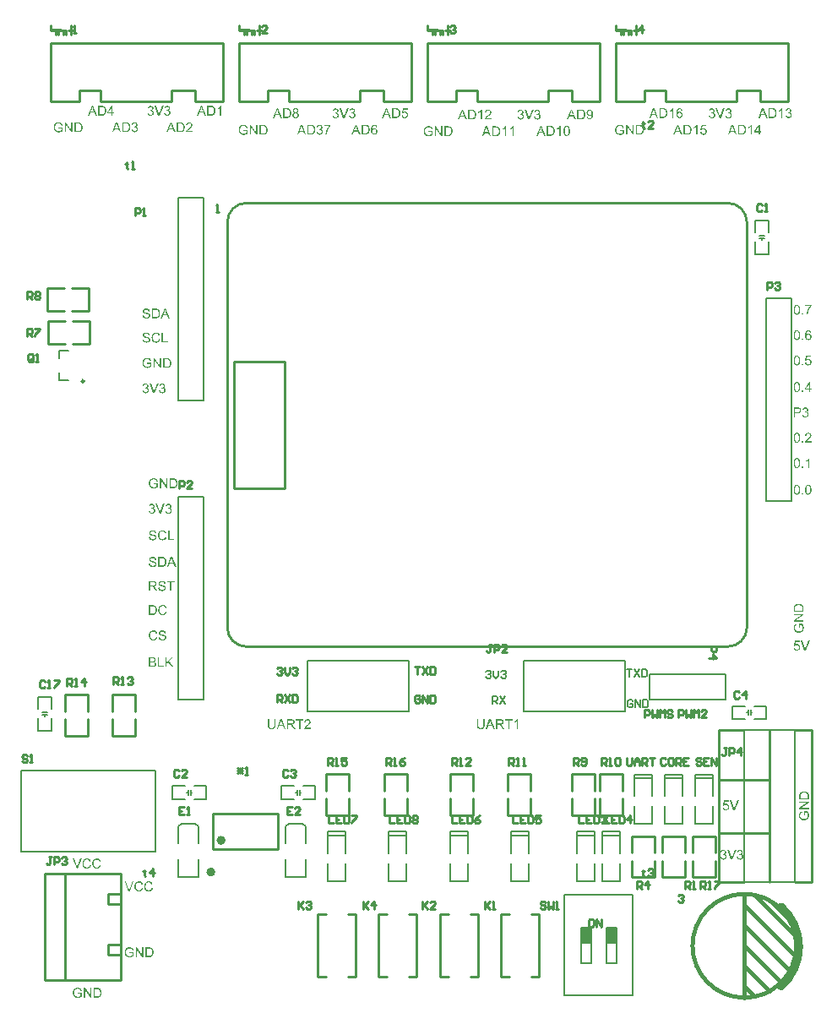
<source format=gbr>
%TF.GenerationSoftware,Altium Limited,Altium Designer,22.3.1 (43)*%
G04 Layer_Color=65535*
%FSLAX26Y26*%
%MOIN*%
%TF.SameCoordinates,A6686B76-6886-4B69-866F-DC8958589E3E*%
%TF.FilePolarity,Positive*%
%TF.FileFunction,Legend,Top*%
%TF.Part,Single*%
G01*
G75*
%TA.AperFunction,NonConductor*%
%ADD28C,0.010000*%
%ADD52C,0.007874*%
%ADD53C,0.019685*%
%ADD54C,0.005000*%
%ADD55C,0.006000*%
%ADD56C,0.008000*%
%ADD57C,0.009842*%
%ADD92C,0.015000*%
%ADD93C,0.029000*%
%ADD94R,0.040000X0.060000*%
G36*
X1025192Y1126206D02*
Y1126150D01*
Y1125928D01*
Y1125651D01*
Y1125263D01*
X1025137Y1124763D01*
Y1124208D01*
X1025081Y1123542D01*
X1025025Y1122876D01*
X1024859Y1121378D01*
X1024637Y1119823D01*
X1024304Y1118325D01*
X1024082Y1117603D01*
X1023860Y1116938D01*
Y1116882D01*
X1023804Y1116771D01*
X1023693Y1116604D01*
X1023582Y1116382D01*
X1023250Y1115772D01*
X1022750Y1114995D01*
X1022084Y1114107D01*
X1021307Y1113219D01*
X1020308Y1112275D01*
X1019087Y1111443D01*
X1019032D01*
X1018920Y1111332D01*
X1018754Y1111276D01*
X1018476Y1111110D01*
X1018144Y1110944D01*
X1017699Y1110777D01*
X1017255Y1110611D01*
X1016701Y1110389D01*
X1016090Y1110167D01*
X1015424Y1110000D01*
X1014702Y1109833D01*
X1013870Y1109667D01*
X1013038Y1109556D01*
X1012149Y1109445D01*
X1010152Y1109334D01*
X1009652D01*
X1009264Y1109389D01*
X1008819D01*
X1008264Y1109445D01*
X1007654Y1109501D01*
X1007043Y1109556D01*
X1005656Y1109778D01*
X1004158Y1110111D01*
X1002715Y1110555D01*
X1001327Y1111166D01*
X1001271D01*
X1001160Y1111276D01*
X1000994Y1111388D01*
X1000772Y1111498D01*
X1000162Y1111943D01*
X999440Y1112553D01*
X998607Y1113330D01*
X997831Y1114218D01*
X997053Y1115328D01*
X996443Y1116549D01*
Y1116604D01*
X996388Y1116716D01*
X996332Y1116938D01*
X996221Y1117215D01*
X996110Y1117548D01*
X995999Y1117992D01*
X995832Y1118492D01*
X995721Y1119102D01*
X995611Y1119768D01*
X995444Y1120489D01*
X995333Y1121266D01*
X995222Y1122099D01*
X995111Y1123043D01*
X995056Y1124042D01*
X995000Y1125096D01*
Y1126206D01*
Y1148406D01*
X1000106D01*
Y1126206D01*
Y1126150D01*
Y1125984D01*
Y1125707D01*
Y1125373D01*
X1000162Y1124985D01*
Y1124486D01*
X1000217Y1123431D01*
X1000328Y1122210D01*
X1000495Y1120989D01*
X1000716Y1119823D01*
X1000827Y1119324D01*
X1000994Y1118824D01*
X1001049Y1118714D01*
X1001160Y1118436D01*
X1001438Y1118047D01*
X1001771Y1117493D01*
X1002159Y1116938D01*
X1002715Y1116327D01*
X1003380Y1115716D01*
X1004158Y1115217D01*
X1004269Y1115161D01*
X1004546Y1114995D01*
X1005045Y1114829D01*
X1005712Y1114607D01*
X1006489Y1114329D01*
X1007487Y1114162D01*
X1008542Y1113996D01*
X1009707Y1113940D01*
X1010263D01*
X1010596Y1113996D01*
X1011095D01*
X1011595Y1114052D01*
X1012816Y1114274D01*
X1014148Y1114551D01*
X1015424Y1114995D01*
X1016645Y1115605D01*
X1017200Y1115994D01*
X1017699Y1116438D01*
X1017755Y1116494D01*
X1017811Y1116549D01*
X1017922Y1116716D01*
X1018088Y1116938D01*
X1018255Y1117271D01*
X1018476Y1117603D01*
X1018698Y1118103D01*
X1018920Y1118602D01*
X1019143Y1119213D01*
X1019309Y1119935D01*
X1019531Y1120767D01*
X1019697Y1121655D01*
X1019864Y1122654D01*
X1019975Y1123708D01*
X1020086Y1124929D01*
Y1126206D01*
Y1148406D01*
X1025192D01*
Y1126206D01*
D02*
G37*
G36*
X1152731Y1148517D02*
X1153175Y1148461D01*
X1153730Y1148406D01*
X1154341Y1148295D01*
X1154951Y1148184D01*
X1156394Y1147795D01*
X1157837Y1147241D01*
X1158559Y1146908D01*
X1159280Y1146519D01*
X1159946Y1146020D01*
X1160556Y1145465D01*
X1160612Y1145409D01*
X1160723Y1145353D01*
X1160834Y1145131D01*
X1161056Y1144909D01*
X1161333Y1144632D01*
X1161611Y1144244D01*
X1161889Y1143855D01*
X1162222Y1143355D01*
X1162776Y1142301D01*
X1163332Y1140969D01*
X1163553Y1140303D01*
X1163665Y1139526D01*
X1163775Y1138749D01*
X1163831Y1137917D01*
Y1137805D01*
Y1137528D01*
X1163775Y1137084D01*
X1163720Y1136474D01*
X1163609Y1135807D01*
X1163387Y1135031D01*
X1163165Y1134198D01*
X1162832Y1133366D01*
X1162776Y1133255D01*
X1162666Y1132977D01*
X1162444Y1132533D01*
X1162111Y1131922D01*
X1161667Y1131256D01*
X1161111Y1130424D01*
X1160446Y1129591D01*
X1159668Y1128648D01*
X1159557Y1128537D01*
X1159280Y1128204D01*
X1159003Y1127927D01*
X1158725Y1127649D01*
X1158392Y1127316D01*
X1157948Y1126872D01*
X1157504Y1126428D01*
X1156949Y1125928D01*
X1156394Y1125373D01*
X1155728Y1124763D01*
X1155006Y1124152D01*
X1154229Y1123431D01*
X1153341Y1122709D01*
X1152454Y1121932D01*
X1152398Y1121877D01*
X1152287Y1121766D01*
X1152065Y1121600D01*
X1151787Y1121378D01*
X1151455Y1121044D01*
X1151066Y1120711D01*
X1150178Y1119990D01*
X1149235Y1119158D01*
X1148347Y1118325D01*
X1147570Y1117603D01*
X1147236Y1117326D01*
X1146959Y1117049D01*
X1146903Y1116993D01*
X1146737Y1116826D01*
X1146515Y1116604D01*
X1146237Y1116272D01*
X1145960Y1115883D01*
X1145627Y1115495D01*
X1144961Y1114551D01*
X1163887D01*
Y1110000D01*
X1138412D01*
Y1110055D01*
Y1110277D01*
Y1110611D01*
X1138467Y1111054D01*
X1138523Y1111554D01*
X1138634Y1112109D01*
X1138745Y1112664D01*
X1138967Y1113274D01*
Y1113330D01*
X1139023Y1113386D01*
X1139133Y1113718D01*
X1139355Y1114218D01*
X1139688Y1114884D01*
X1140132Y1115661D01*
X1140688Y1116549D01*
X1141298Y1117437D01*
X1142075Y1118380D01*
Y1118436D01*
X1142186Y1118492D01*
X1142464Y1118824D01*
X1142963Y1119324D01*
X1143685Y1120045D01*
X1144517Y1120878D01*
X1145572Y1121877D01*
X1146848Y1122987D01*
X1148236Y1124152D01*
X1148291Y1124208D01*
X1148513Y1124374D01*
X1148846Y1124652D01*
X1149235Y1124985D01*
X1149734Y1125429D01*
X1150344Y1125928D01*
X1150955Y1126484D01*
X1151677Y1127094D01*
X1153064Y1128426D01*
X1154451Y1129758D01*
X1155118Y1130424D01*
X1155728Y1131090D01*
X1156283Y1131700D01*
X1156727Y1132311D01*
Y1132367D01*
X1156838Y1132422D01*
X1156949Y1132589D01*
X1157060Y1132811D01*
X1157448Y1133421D01*
X1157892Y1134142D01*
X1158281Y1135031D01*
X1158669Y1135974D01*
X1158891Y1137028D01*
X1159003Y1138027D01*
Y1138083D01*
Y1138139D01*
X1158947Y1138472D01*
X1158891Y1139026D01*
X1158725Y1139637D01*
X1158503Y1140414D01*
X1158114Y1141191D01*
X1157615Y1141968D01*
X1156949Y1142745D01*
X1156838Y1142856D01*
X1156561Y1143078D01*
X1156172Y1143355D01*
X1155562Y1143744D01*
X1154784Y1144077D01*
X1153897Y1144410D01*
X1152842Y1144632D01*
X1151677Y1144688D01*
X1151343D01*
X1151121Y1144632D01*
X1150456Y1144576D01*
X1149678Y1144410D01*
X1148846Y1144188D01*
X1147902Y1143800D01*
X1147014Y1143300D01*
X1146182Y1142634D01*
X1146071Y1142523D01*
X1145849Y1142245D01*
X1145516Y1141802D01*
X1145183Y1141136D01*
X1144794Y1140359D01*
X1144461Y1139360D01*
X1144239Y1138249D01*
X1144129Y1136973D01*
X1139300Y1137473D01*
Y1137528D01*
X1139355Y1137695D01*
Y1137972D01*
X1139411Y1138361D01*
X1139522Y1138804D01*
X1139633Y1139304D01*
X1139800Y1139915D01*
X1139966Y1140525D01*
X1140410Y1141857D01*
X1141076Y1143189D01*
X1141465Y1143855D01*
X1141964Y1144521D01*
X1142464Y1145131D01*
X1143018Y1145687D01*
X1143074Y1145742D01*
X1143185Y1145797D01*
X1143351Y1145964D01*
X1143629Y1146130D01*
X1143962Y1146352D01*
X1144351Y1146574D01*
X1144794Y1146852D01*
X1145350Y1147130D01*
X1145960Y1147407D01*
X1146626Y1147685D01*
X1147348Y1147907D01*
X1148124Y1148129D01*
X1148957Y1148295D01*
X1149845Y1148461D01*
X1150789Y1148517D01*
X1151787Y1148572D01*
X1152342D01*
X1152731Y1148517D01*
D02*
G37*
G36*
X1135748Y1143855D02*
X1123094D01*
Y1110000D01*
X1117988D01*
Y1143855D01*
X1105334D01*
Y1148406D01*
X1135748D01*
Y1143855D01*
D02*
G37*
G36*
X1087796Y1148351D02*
X1088295D01*
X1089461Y1148295D01*
X1090682Y1148129D01*
X1092014Y1147962D01*
X1093235Y1147685D01*
X1093845Y1147518D01*
X1094345Y1147351D01*
X1094400D01*
X1094456Y1147296D01*
X1094789Y1147130D01*
X1095289Y1146908D01*
X1095899Y1146519D01*
X1096565Y1146020D01*
X1097286Y1145353D01*
X1097953Y1144576D01*
X1098619Y1143688D01*
Y1143633D01*
X1098674Y1143578D01*
X1098896Y1143245D01*
X1099118Y1142689D01*
X1099451Y1141968D01*
X1099728Y1141136D01*
X1100006Y1140137D01*
X1100172Y1139082D01*
X1100228Y1137917D01*
Y1137861D01*
Y1137750D01*
Y1137528D01*
X1100172Y1137251D01*
Y1136862D01*
X1100117Y1136474D01*
X1099895Y1135530D01*
X1099562Y1134420D01*
X1099118Y1133255D01*
X1098452Y1132089D01*
X1098008Y1131534D01*
X1097564Y1130979D01*
X1097508Y1130924D01*
X1097453Y1130868D01*
X1097286Y1130701D01*
X1097064Y1130535D01*
X1096787Y1130313D01*
X1096454Y1130091D01*
X1096010Y1129813D01*
X1095566Y1129480D01*
X1095011Y1129203D01*
X1094400Y1128926D01*
X1093735Y1128592D01*
X1093013Y1128315D01*
X1092180Y1128093D01*
X1091348Y1127815D01*
X1090405Y1127649D01*
X1089406Y1127483D01*
X1089516Y1127427D01*
X1089738Y1127316D01*
X1090072Y1127094D01*
X1090515Y1126872D01*
X1091514Y1126262D01*
X1092014Y1125873D01*
X1092458Y1125540D01*
X1092569Y1125429D01*
X1092847Y1125151D01*
X1093291Y1124707D01*
X1093845Y1124152D01*
X1094456Y1123376D01*
X1095178Y1122543D01*
X1095899Y1121544D01*
X1096676Y1120434D01*
X1103281Y1110000D01*
X1096954D01*
X1091903Y1117992D01*
Y1118047D01*
X1091792Y1118159D01*
X1091681Y1118325D01*
X1091514Y1118547D01*
X1091126Y1119158D01*
X1090627Y1119935D01*
X1090016Y1120767D01*
X1089406Y1121655D01*
X1088795Y1122487D01*
X1088240Y1123264D01*
X1088185Y1123320D01*
X1088018Y1123542D01*
X1087741Y1123875D01*
X1087352Y1124264D01*
X1086520Y1125096D01*
X1086075Y1125485D01*
X1085631Y1125818D01*
X1085576Y1125873D01*
X1085465Y1125928D01*
X1085243Y1126040D01*
X1084910Y1126206D01*
X1084577Y1126372D01*
X1084188Y1126539D01*
X1083301Y1126816D01*
X1083245D01*
X1083134Y1126872D01*
X1082912D01*
X1082634Y1126928D01*
X1082246Y1126983D01*
X1081802D01*
X1081191Y1127039D01*
X1074642D01*
Y1110000D01*
X1069536D01*
Y1148406D01*
X1087352D01*
X1087796Y1148351D01*
D02*
G37*
G36*
X1065374Y1110000D02*
X1059602D01*
X1055107Y1121655D01*
X1039012D01*
X1034849Y1110000D01*
X1029466D01*
X1044118Y1148406D01*
X1049668D01*
X1065374Y1110000D01*
D02*
G37*
G36*
X2058810Y3553517D02*
X2059532Y3553406D01*
X2060419Y3553240D01*
X2061419Y3552962D01*
X2062418Y3552629D01*
X2063416Y3552185D01*
X2063472D01*
X2063528Y3552130D01*
X2063860Y3551963D01*
X2064360Y3551630D01*
X2064915Y3551242D01*
X2065581Y3550686D01*
X2066247Y3550076D01*
X2066913Y3549354D01*
X2067468Y3548522D01*
X2067523Y3548411D01*
X2067690Y3548133D01*
X2067912Y3547634D01*
X2068189Y3547023D01*
X2068467Y3546302D01*
X2068689Y3545470D01*
X2068856Y3544526D01*
X2068911Y3543582D01*
Y3543472D01*
Y3543139D01*
X2068856Y3542695D01*
X2068744Y3542084D01*
X2068578Y3541363D01*
X2068300Y3540586D01*
X2067968Y3539809D01*
X2067523Y3539032D01*
X2067468Y3538921D01*
X2067302Y3538698D01*
X2066968Y3538310D01*
X2066524Y3537866D01*
X2065970Y3537367D01*
X2065303Y3536811D01*
X2064526Y3536312D01*
X2063583Y3535812D01*
X2063639D01*
X2063749Y3535757D01*
X2063916Y3535702D01*
X2064138Y3535646D01*
X2064749Y3535424D01*
X2065526Y3535091D01*
X2066414Y3534647D01*
X2067302Y3534092D01*
X2068134Y3533370D01*
X2068911Y3532538D01*
X2068966Y3532427D01*
X2069189Y3532094D01*
X2069521Y3531539D01*
X2069854Y3530818D01*
X2070188Y3529930D01*
X2070521Y3528875D01*
X2070742Y3527654D01*
X2070798Y3526322D01*
Y3526267D01*
Y3526100D01*
Y3525823D01*
X2070742Y3525490D01*
X2070687Y3525046D01*
X2070576Y3524546D01*
X2070465Y3523991D01*
X2070354Y3523381D01*
X2069910Y3522048D01*
X2069577Y3521327D01*
X2069244Y3520661D01*
X2068800Y3519939D01*
X2068300Y3519218D01*
X2067745Y3518497D01*
X2067079Y3517831D01*
X2067024Y3517775D01*
X2066913Y3517664D01*
X2066691Y3517497D01*
X2066414Y3517276D01*
X2066081Y3516998D01*
X2065637Y3516720D01*
X2065137Y3516387D01*
X2064526Y3516110D01*
X2063916Y3515777D01*
X2063195Y3515444D01*
X2062473Y3515166D01*
X2061640Y3514889D01*
X2060753Y3514667D01*
X2059809Y3514501D01*
X2058865Y3514390D01*
X2057811Y3514334D01*
X2057311D01*
X2056979Y3514390D01*
X2056535Y3514445D01*
X2056035Y3514501D01*
X2055480Y3514611D01*
X2054869Y3514722D01*
X2053537Y3515055D01*
X2052150Y3515610D01*
X2051428Y3515943D01*
X2050762Y3516332D01*
X2050097Y3516831D01*
X2049430Y3517331D01*
X2049375Y3517387D01*
X2049264Y3517497D01*
X2049097Y3517664D01*
X2048931Y3517886D01*
X2048653Y3518164D01*
X2048376Y3518552D01*
X2048043Y3518941D01*
X2047710Y3519440D01*
X2047377Y3519995D01*
X2047044Y3520550D01*
X2046434Y3521882D01*
X2045934Y3523436D01*
X2045767Y3524269D01*
X2045657Y3525157D01*
X2050374Y3525767D01*
Y3525711D01*
X2050430Y3525601D01*
X2050485Y3525378D01*
X2050541Y3525101D01*
X2050596Y3524768D01*
X2050707Y3524380D01*
X2050985Y3523547D01*
X2051373Y3522548D01*
X2051872Y3521604D01*
X2052427Y3520716D01*
X2053093Y3519939D01*
X2053204Y3519884D01*
X2053427Y3519662D01*
X2053870Y3519385D01*
X2054425Y3519107D01*
X2055091Y3518774D01*
X2055924Y3518497D01*
X2056867Y3518274D01*
X2057867Y3518219D01*
X2058200D01*
X2058421Y3518274D01*
X2059032Y3518330D01*
X2059809Y3518497D01*
X2060697Y3518774D01*
X2061640Y3519162D01*
X2062584Y3519718D01*
X2063472Y3520494D01*
X2063583Y3520606D01*
X2063860Y3520939D01*
X2064193Y3521438D01*
X2064637Y3522104D01*
X2065081Y3522936D01*
X2065414Y3523880D01*
X2065692Y3524990D01*
X2065803Y3526211D01*
Y3526267D01*
Y3526378D01*
Y3526544D01*
X2065747Y3526766D01*
X2065692Y3527376D01*
X2065526Y3528098D01*
X2065303Y3528986D01*
X2064915Y3529874D01*
X2064360Y3530762D01*
X2063639Y3531595D01*
X2063528Y3531706D01*
X2063250Y3531927D01*
X2062806Y3532260D01*
X2062195Y3532649D01*
X2061419Y3533037D01*
X2060475Y3533370D01*
X2059421Y3533593D01*
X2058255Y3533704D01*
X2057756D01*
X2057367Y3533648D01*
X2056867Y3533593D01*
X2056312Y3533481D01*
X2055646Y3533370D01*
X2054925Y3533204D01*
X2055480Y3537367D01*
X2055758D01*
X2055979Y3537311D01*
X2056701D01*
X2057311Y3537422D01*
X2058033Y3537533D01*
X2058865Y3537700D01*
X2059809Y3537977D01*
X2060697Y3538365D01*
X2061640Y3538865D01*
X2061696D01*
X2061751Y3538921D01*
X2062029Y3539142D01*
X2062418Y3539531D01*
X2062861Y3540030D01*
X2063305Y3540752D01*
X2063694Y3541584D01*
X2063972Y3542528D01*
X2064082Y3543083D01*
Y3543693D01*
Y3543749D01*
Y3543805D01*
Y3544137D01*
X2063972Y3544581D01*
X2063860Y3545192D01*
X2063639Y3545858D01*
X2063361Y3546579D01*
X2062917Y3547301D01*
X2062307Y3547967D01*
X2062251Y3548023D01*
X2061974Y3548244D01*
X2061585Y3548522D01*
X2061086Y3548855D01*
X2060419Y3549133D01*
X2059642Y3549410D01*
X2058755Y3549632D01*
X2057756Y3549688D01*
X2057311D01*
X2056812Y3549577D01*
X2056146Y3549465D01*
X2055425Y3549244D01*
X2054703Y3548966D01*
X2053926Y3548522D01*
X2053204Y3547967D01*
X2053149Y3547912D01*
X2052927Y3547634D01*
X2052594Y3547245D01*
X2052206Y3546691D01*
X2051817Y3545969D01*
X2051428Y3545081D01*
X2051095Y3544026D01*
X2050874Y3542805D01*
X2046156Y3543638D01*
Y3543693D01*
X2046211Y3543860D01*
X2046267Y3544082D01*
X2046322Y3544415D01*
X2046434Y3544803D01*
X2046600Y3545247D01*
X2046933Y3546302D01*
X2047488Y3547523D01*
X2048154Y3548744D01*
X2048986Y3549910D01*
X2050041Y3550964D01*
X2050097Y3551019D01*
X2050207Y3551075D01*
X2050374Y3551186D01*
X2050596Y3551352D01*
X2050874Y3551575D01*
X2051262Y3551796D01*
X2051651Y3552019D01*
X2052150Y3552296D01*
X2053260Y3552740D01*
X2054537Y3553184D01*
X2056035Y3553461D01*
X2056812Y3553573D01*
X2058200D01*
X2058810Y3553517D01*
D02*
G37*
G36*
X1993153D02*
X1993875Y3553406D01*
X1994763Y3553240D01*
X1995762Y3552962D01*
X1996761Y3552629D01*
X1997760Y3552185D01*
X1997815D01*
X1997871Y3552130D01*
X1998204Y3551963D01*
X1998704Y3551630D01*
X1999258Y3551242D01*
X1999925Y3550686D01*
X2000591Y3550076D01*
X2001256Y3549354D01*
X2001812Y3548522D01*
X2001867Y3548411D01*
X2002034Y3548133D01*
X2002255Y3547634D01*
X2002533Y3547023D01*
X2002811Y3546302D01*
X2003033Y3545470D01*
X2003199Y3544526D01*
X2003255Y3543582D01*
Y3543472D01*
Y3543139D01*
X2003199Y3542695D01*
X2003088Y3542084D01*
X2002921Y3541363D01*
X2002644Y3540586D01*
X2002311Y3539809D01*
X2001867Y3539032D01*
X2001812Y3538921D01*
X2001645Y3538698D01*
X2001312Y3538310D01*
X2000868Y3537866D01*
X2000313Y3537367D01*
X1999647Y3536811D01*
X1998870Y3536312D01*
X1997927Y3535812D01*
X1997982D01*
X1998093Y3535757D01*
X1998259Y3535702D01*
X1998482Y3535646D01*
X1999092Y3535424D01*
X1999869Y3535091D01*
X2000757Y3534647D01*
X2001645Y3534092D01*
X2002477Y3533370D01*
X2003255Y3532538D01*
X2003310Y3532427D01*
X2003532Y3532094D01*
X2003865Y3531539D01*
X2004198Y3530818D01*
X2004531Y3529930D01*
X2004864Y3528875D01*
X2005086Y3527654D01*
X2005141Y3526322D01*
Y3526267D01*
Y3526100D01*
Y3525823D01*
X2005086Y3525490D01*
X2005031Y3525046D01*
X2004919Y3524546D01*
X2004809Y3523991D01*
X2004697Y3523381D01*
X2004254Y3522048D01*
X2003920Y3521327D01*
X2003588Y3520661D01*
X2003143Y3519939D01*
X2002644Y3519218D01*
X2002089Y3518497D01*
X2001423Y3517831D01*
X2001368Y3517775D01*
X2001256Y3517664D01*
X2001034Y3517497D01*
X2000757Y3517276D01*
X2000424Y3516998D01*
X1999980Y3516720D01*
X1999480Y3516387D01*
X1998870Y3516110D01*
X1998259Y3515777D01*
X1997538Y3515444D01*
X1996816Y3515166D01*
X1995984Y3514889D01*
X1995096Y3514667D01*
X1994152Y3514501D01*
X1993209Y3514390D01*
X1992155Y3514334D01*
X1991655D01*
X1991322Y3514390D01*
X1990878Y3514445D01*
X1990379Y3514501D01*
X1989823Y3514611D01*
X1989213Y3514722D01*
X1987881Y3515055D01*
X1986494Y3515610D01*
X1985772Y3515943D01*
X1985106Y3516332D01*
X1984440Y3516831D01*
X1983774Y3517331D01*
X1983718Y3517387D01*
X1983608Y3517497D01*
X1983441Y3517664D01*
X1983274Y3517886D01*
X1982997Y3518164D01*
X1982719Y3518552D01*
X1982387Y3518941D01*
X1982053Y3519440D01*
X1981720Y3519995D01*
X1981388Y3520550D01*
X1980777Y3521882D01*
X1980277Y3523436D01*
X1980111Y3524269D01*
X1980000Y3525157D01*
X1984717Y3525767D01*
Y3525711D01*
X1984773Y3525601D01*
X1984829Y3525378D01*
X1984884Y3525101D01*
X1984939Y3524768D01*
X1985051Y3524380D01*
X1985328Y3523547D01*
X1985716Y3522548D01*
X1986216Y3521604D01*
X1986771Y3520716D01*
X1987437Y3519939D01*
X1987548Y3519884D01*
X1987770Y3519662D01*
X1988214Y3519385D01*
X1988769Y3519107D01*
X1989435Y3518774D01*
X1990267Y3518497D01*
X1991211Y3518274D01*
X1992210Y3518219D01*
X1992543D01*
X1992765Y3518274D01*
X1993376Y3518330D01*
X1994152Y3518497D01*
X1995041Y3518774D01*
X1995984Y3519162D01*
X1996928Y3519718D01*
X1997815Y3520494D01*
X1997927Y3520606D01*
X1998204Y3520939D01*
X1998537Y3521438D01*
X1998981Y3522104D01*
X1999425Y3522936D01*
X1999758Y3523880D01*
X2000035Y3524990D01*
X2000147Y3526211D01*
Y3526267D01*
Y3526378D01*
Y3526544D01*
X2000091Y3526766D01*
X2000035Y3527376D01*
X1999869Y3528098D01*
X1999647Y3528986D01*
X1999258Y3529874D01*
X1998704Y3530762D01*
X1997982Y3531595D01*
X1997871Y3531706D01*
X1997593Y3531927D01*
X1997149Y3532260D01*
X1996539Y3532649D01*
X1995762Y3533037D01*
X1994819Y3533370D01*
X1993764Y3533593D01*
X1992599Y3533704D01*
X1992099D01*
X1991710Y3533648D01*
X1991211Y3533593D01*
X1990656Y3533481D01*
X1989990Y3533370D01*
X1989268Y3533204D01*
X1989823Y3537367D01*
X1990101D01*
X1990323Y3537311D01*
X1991044D01*
X1991655Y3537422D01*
X1992377Y3537533D01*
X1993209Y3537700D01*
X1994152Y3537977D01*
X1995041Y3538365D01*
X1995984Y3538865D01*
X1996040D01*
X1996095Y3538921D01*
X1996372Y3539142D01*
X1996761Y3539531D01*
X1997205Y3540030D01*
X1997649Y3540752D01*
X1998037Y3541584D01*
X1998315Y3542528D01*
X1998426Y3543083D01*
Y3543693D01*
Y3543749D01*
Y3543805D01*
Y3544137D01*
X1998315Y3544581D01*
X1998204Y3545192D01*
X1997982Y3545858D01*
X1997705Y3546579D01*
X1997261Y3547301D01*
X1996650Y3547967D01*
X1996594Y3548023D01*
X1996317Y3548244D01*
X1995928Y3548522D01*
X1995429Y3548855D01*
X1994763Y3549133D01*
X1993986Y3549410D01*
X1993098Y3549632D01*
X1992099Y3549688D01*
X1991655D01*
X1991156Y3549577D01*
X1990489Y3549465D01*
X1989768Y3549244D01*
X1989046Y3548966D01*
X1988270Y3548522D01*
X1987548Y3547967D01*
X1987493Y3547912D01*
X1987271Y3547634D01*
X1986938Y3547245D01*
X1986549Y3546691D01*
X1986160Y3545969D01*
X1985772Y3545081D01*
X1985439Y3544026D01*
X1985217Y3542805D01*
X1980499Y3543638D01*
Y3543693D01*
X1980555Y3543860D01*
X1980611Y3544082D01*
X1980666Y3544415D01*
X1980777Y3544803D01*
X1980944Y3545247D01*
X1981276Y3546302D01*
X1981832Y3547523D01*
X1982497Y3548744D01*
X1983330Y3549910D01*
X1984384Y3550964D01*
X1984440Y3551019D01*
X1984551Y3551075D01*
X1984717Y3551186D01*
X1984939Y3551352D01*
X1985217Y3551575D01*
X1985605Y3551796D01*
X1985994Y3552019D01*
X1986494Y3552296D01*
X1987603Y3552740D01*
X1988880Y3553184D01*
X1990379Y3553461D01*
X1991156Y3553573D01*
X1992543D01*
X1993153Y3553517D01*
D02*
G37*
G36*
X2027952Y3515000D02*
X2022624D01*
X2007750Y3553406D01*
X2013300D01*
X2023290Y3525490D01*
Y3525434D01*
X2023345Y3525323D01*
X2023401Y3525157D01*
X2023512Y3524934D01*
X2023568Y3524602D01*
X2023678Y3524269D01*
X2023956Y3523436D01*
X2024289Y3522492D01*
X2024622Y3521438D01*
X2025288Y3519218D01*
Y3519273D01*
X2025343Y3519385D01*
X2025399Y3519551D01*
X2025455Y3519773D01*
X2025621Y3520383D01*
X2025899Y3521216D01*
X2026176Y3522160D01*
X2026509Y3523214D01*
X2026898Y3524324D01*
X2027341Y3525490D01*
X2037775Y3553406D01*
X2042937D01*
X2027952Y3515000D01*
D02*
G37*
G36*
X2149572Y3450666D02*
X2144854D01*
Y3480691D01*
X2144799Y3480636D01*
X2144521Y3480414D01*
X2144189Y3480081D01*
X2143633Y3479693D01*
X2143023Y3479193D01*
X2142246Y3478638D01*
X2141358Y3478028D01*
X2140359Y3477417D01*
X2140303D01*
X2140248Y3477361D01*
X2139915Y3477140D01*
X2139360Y3476862D01*
X2138694Y3476529D01*
X2137917Y3476140D01*
X2137084Y3475752D01*
X2136252Y3475363D01*
X2135419Y3475030D01*
Y3479581D01*
X2135475D01*
X2135586Y3479693D01*
X2135808Y3479748D01*
X2136086Y3479914D01*
X2136419Y3480081D01*
X2136807Y3480303D01*
X2137751Y3480858D01*
X2138860Y3481468D01*
X2139970Y3482245D01*
X2141136Y3483133D01*
X2142302Y3484077D01*
X2142357Y3484133D01*
X2142412Y3484188D01*
X2142579Y3484354D01*
X2142801Y3484521D01*
X2143300Y3485076D01*
X2143966Y3485742D01*
X2144633Y3486519D01*
X2145354Y3487407D01*
X2145965Y3488295D01*
X2146519Y3489238D01*
X2149572D01*
Y3450666D01*
D02*
G37*
G36*
X2110778Y3489017D02*
X2111887Y3488961D01*
X2112997Y3488850D01*
X2114108Y3488684D01*
X2115051Y3488517D01*
X2115106D01*
X2115218Y3488461D01*
X2115384D01*
X2115606Y3488351D01*
X2116216Y3488184D01*
X2116994Y3487907D01*
X2117881Y3487518D01*
X2118825Y3487019D01*
X2119769Y3486463D01*
X2120657Y3485742D01*
X2120712Y3485686D01*
X2120767Y3485631D01*
X2120934Y3485465D01*
X2121156Y3485298D01*
X2121711Y3484743D01*
X2122377Y3483966D01*
X2123099Y3483023D01*
X2123876Y3481912D01*
X2124597Y3480636D01*
X2125207Y3479193D01*
Y3479137D01*
X2125263Y3479026D01*
X2125374Y3478805D01*
X2125430Y3478472D01*
X2125596Y3478083D01*
X2125707Y3477639D01*
X2125818Y3477140D01*
X2125985Y3476529D01*
X2126151Y3475919D01*
X2126262Y3475197D01*
X2126539Y3473643D01*
X2126706Y3471923D01*
X2126762Y3470035D01*
Y3469980D01*
Y3469869D01*
Y3469591D01*
Y3469314D01*
X2126706Y3468925D01*
Y3468481D01*
X2126651Y3467427D01*
X2126484Y3466206D01*
X2126318Y3464930D01*
X2126040Y3463597D01*
X2125707Y3462265D01*
Y3462210D01*
X2125651Y3462099D01*
X2125596Y3461932D01*
X2125541Y3461711D01*
X2125318Y3461100D01*
X2124985Y3460323D01*
X2124653Y3459435D01*
X2124209Y3458547D01*
X2123653Y3457604D01*
X2123099Y3456715D01*
X2123043Y3456604D01*
X2122821Y3456327D01*
X2122488Y3455939D01*
X2122044Y3455439D01*
X2121544Y3454884D01*
X2120934Y3454329D01*
X2120323Y3453718D01*
X2119602Y3453219D01*
X2119491Y3453164D01*
X2119269Y3452997D01*
X2118881Y3452775D01*
X2118325Y3452497D01*
X2117660Y3452164D01*
X2116883Y3451887D01*
X2115994Y3451554D01*
X2114995Y3451276D01*
X2114885D01*
X2114718Y3451221D01*
X2114552Y3451166D01*
X2113997Y3451110D01*
X2113220Y3450999D01*
X2112331Y3450888D01*
X2111277Y3450777D01*
X2110111Y3450722D01*
X2108835Y3450666D01*
X2095015D01*
Y3489072D01*
X2109778D01*
X2110778Y3489017D01*
D02*
G37*
G36*
X2090909Y3450666D02*
X2085137D01*
X2080641Y3462321D01*
X2064546D01*
X2060383Y3450666D01*
X2055000D01*
X2069652Y3489072D01*
X2075202D01*
X2090909Y3450666D01*
D02*
G37*
G36*
X2175324Y3489183D02*
X2176046Y3489072D01*
X2176878Y3488905D01*
X2177766Y3488684D01*
X2178709Y3488406D01*
X2179597Y3487962D01*
X2179653D01*
X2179709Y3487907D01*
X2179986Y3487740D01*
X2180430Y3487463D01*
X2180985Y3487074D01*
X2181595Y3486519D01*
X2182262Y3485909D01*
X2182872Y3485187D01*
X2183483Y3484354D01*
X2183538Y3484244D01*
X2183760Y3483966D01*
X2183982Y3483466D01*
X2184370Y3482745D01*
X2184704Y3481912D01*
X2185148Y3480969D01*
X2185536Y3479859D01*
X2185869Y3478638D01*
Y3478582D01*
X2185925Y3478472D01*
X2185980Y3478305D01*
X2186035Y3478028D01*
X2186091Y3477695D01*
X2186146Y3477306D01*
X2186258Y3476807D01*
X2186313Y3476251D01*
X2186424Y3475641D01*
X2186479Y3474975D01*
X2186535Y3474198D01*
X2186646Y3473421D01*
X2186702Y3472533D01*
Y3471645D01*
X2186757Y3470646D01*
Y3469591D01*
Y3469536D01*
Y3469314D01*
Y3468925D01*
Y3468481D01*
X2186702Y3467871D01*
Y3467205D01*
X2186646Y3466483D01*
X2186590Y3465706D01*
X2186424Y3463930D01*
X2186146Y3462099D01*
X2185814Y3460323D01*
X2185591Y3459490D01*
X2185314Y3458658D01*
Y3458602D01*
X2185258Y3458492D01*
X2185148Y3458269D01*
X2185037Y3457992D01*
X2184925Y3457604D01*
X2184704Y3457215D01*
X2184260Y3456271D01*
X2183704Y3455273D01*
X2182983Y3454162D01*
X2182151Y3453164D01*
X2181151Y3452220D01*
X2181096D01*
X2181041Y3452109D01*
X2180874Y3451998D01*
X2180652Y3451887D01*
X2180374Y3451720D01*
X2180097Y3451499D01*
X2179265Y3451110D01*
X2178265Y3450722D01*
X2177100Y3450333D01*
X2175713Y3450111D01*
X2174214Y3450000D01*
X2173659D01*
X2173271Y3450055D01*
X2172827Y3450111D01*
X2172271Y3450222D01*
X2171661Y3450333D01*
X2170995Y3450499D01*
X2170329Y3450722D01*
X2169608Y3450943D01*
X2168886Y3451276D01*
X2168164Y3451665D01*
X2167443Y3452109D01*
X2166722Y3452664D01*
X2166055Y3453274D01*
X2165445Y3453941D01*
X2165390Y3453996D01*
X2165278Y3454162D01*
X2165112Y3454440D01*
X2164834Y3454884D01*
X2164557Y3455383D01*
X2164280Y3456050D01*
X2163891Y3456827D01*
X2163558Y3457715D01*
X2163225Y3458713D01*
X2162892Y3459879D01*
X2162559Y3461155D01*
X2162282Y3462599D01*
X2162004Y3464153D01*
X2161838Y3465818D01*
X2161727Y3467649D01*
X2161671Y3469591D01*
Y3469647D01*
Y3469869D01*
Y3470258D01*
Y3470702D01*
X2161727Y3471312D01*
Y3471978D01*
X2161782Y3472700D01*
X2161838Y3473532D01*
X2162004Y3475253D01*
X2162282Y3477084D01*
X2162615Y3478916D01*
X2162836Y3479748D01*
X2163059Y3480581D01*
Y3480636D01*
X2163114Y3480747D01*
X2163225Y3480969D01*
X2163336Y3481247D01*
X2163447Y3481635D01*
X2163669Y3482023D01*
X2164113Y3482967D01*
X2164668Y3483966D01*
X2165390Y3485021D01*
X2166222Y3486075D01*
X2167221Y3486963D01*
X2167276D01*
X2167332Y3487074D01*
X2167499Y3487185D01*
X2167720Y3487296D01*
X2167998Y3487518D01*
X2168331Y3487684D01*
X2169164Y3488128D01*
X2170162Y3488517D01*
X2171328Y3488905D01*
X2172715Y3489128D01*
X2174214Y3489238D01*
X2174713D01*
X2175324Y3489183D01*
D02*
G37*
G36*
X2265328Y3554183D02*
X2265606D01*
X2265994Y3554128D01*
X2266938Y3553961D01*
X2267992Y3553739D01*
X2269158Y3553351D01*
X2270323Y3552851D01*
X2271489Y3552185D01*
X2271544D01*
X2271600Y3552074D01*
X2271766Y3551963D01*
X2271988Y3551796D01*
X2272543Y3551352D01*
X2273265Y3550742D01*
X2273986Y3549910D01*
X2274819Y3548910D01*
X2275540Y3547745D01*
X2276206Y3546413D01*
Y3546358D01*
X2276262Y3546247D01*
X2276373Y3546024D01*
X2276484Y3545747D01*
X2276595Y3545358D01*
X2276761Y3544859D01*
X2276872Y3544304D01*
X2277039Y3543693D01*
X2277205Y3542972D01*
X2277372Y3542140D01*
X2277483Y3541251D01*
X2277594Y3540308D01*
X2277705Y3539253D01*
X2277816Y3538144D01*
X2277871Y3536923D01*
Y3535646D01*
Y3535590D01*
Y3535313D01*
Y3534925D01*
Y3534425D01*
X2277816Y3533814D01*
Y3533093D01*
X2277760Y3532260D01*
X2277649Y3531428D01*
X2277483Y3529541D01*
X2277205Y3527543D01*
X2276817Y3525656D01*
X2276539Y3524713D01*
X2276262Y3523880D01*
Y3523825D01*
X2276206Y3523713D01*
X2276095Y3523492D01*
X2275984Y3523159D01*
X2275818Y3522825D01*
X2275596Y3522381D01*
X2275041Y3521438D01*
X2274375Y3520383D01*
X2273598Y3519273D01*
X2272599Y3518219D01*
X2271489Y3517276D01*
X2271433D01*
X2271322Y3517164D01*
X2271156Y3517053D01*
X2270934Y3516943D01*
X2270601Y3516776D01*
X2270268Y3516554D01*
X2269824Y3516332D01*
X2269380Y3516166D01*
X2268325Y3515722D01*
X2267049Y3515333D01*
X2265661Y3515111D01*
X2264107Y3515000D01*
X2263663D01*
X2263386Y3515055D01*
X2262997D01*
X2262553Y3515111D01*
X2261499Y3515333D01*
X2260333Y3515610D01*
X2259112Y3516055D01*
X2257891Y3516665D01*
X2257281Y3517053D01*
X2256726Y3517497D01*
X2256670Y3517553D01*
X2256615Y3517608D01*
X2256448Y3517775D01*
X2256282Y3517941D01*
X2256060Y3518219D01*
X2255782Y3518552D01*
X2255227Y3519329D01*
X2254672Y3520328D01*
X2254117Y3521549D01*
X2253673Y3522936D01*
X2253340Y3524546D01*
X2257891Y3524934D01*
Y3524879D01*
X2257947Y3524768D01*
Y3524657D01*
X2258002Y3524435D01*
X2258169Y3523825D01*
X2258391Y3523159D01*
X2258668Y3522381D01*
X2259057Y3521604D01*
X2259501Y3520883D01*
X2260056Y3520273D01*
X2260111Y3520217D01*
X2260333Y3520050D01*
X2260722Y3519829D01*
X2261166Y3519606D01*
X2261776Y3519329D01*
X2262498Y3519107D01*
X2263330Y3518941D01*
X2264218Y3518885D01*
X2264607D01*
X2264995Y3518941D01*
X2265495Y3518996D01*
X2266105Y3519107D01*
X2266716Y3519273D01*
X2267382Y3519495D01*
X2267992Y3519829D01*
X2268048Y3519884D01*
X2268270Y3519995D01*
X2268603Y3520217D01*
X2268936Y3520550D01*
X2269380Y3520939D01*
X2269824Y3521383D01*
X2270268Y3521882D01*
X2270712Y3522492D01*
X2270767Y3522548D01*
X2270878Y3522825D01*
X2271100Y3523214D01*
X2271322Y3523713D01*
X2271600Y3524380D01*
X2271877Y3525157D01*
X2272155Y3526044D01*
X2272432Y3527044D01*
Y3527099D01*
X2272488Y3527155D01*
Y3527321D01*
X2272543Y3527543D01*
X2272654Y3528098D01*
X2272821Y3528820D01*
X2272932Y3529707D01*
X2273043Y3530651D01*
X2273098Y3531706D01*
X2273154Y3532816D01*
Y3532871D01*
Y3533037D01*
Y3533315D01*
Y3533759D01*
X2273098Y3533648D01*
X2272876Y3533370D01*
X2272543Y3532982D01*
X2272155Y3532427D01*
X2271600Y3531872D01*
X2270934Y3531262D01*
X2270157Y3530651D01*
X2269269Y3530096D01*
X2269158Y3530041D01*
X2268825Y3529874D01*
X2268325Y3529652D01*
X2267715Y3529430D01*
X2266882Y3529153D01*
X2265994Y3528930D01*
X2264995Y3528764D01*
X2263941Y3528709D01*
X2263497D01*
X2263164Y3528764D01*
X2262720Y3528820D01*
X2262276Y3528875D01*
X2261721Y3528986D01*
X2261166Y3529153D01*
X2259889Y3529541D01*
X2259223Y3529818D01*
X2258557Y3530151D01*
X2257836Y3530540D01*
X2257170Y3531039D01*
X2256504Y3531539D01*
X2255893Y3532149D01*
X2255838Y3532205D01*
X2255727Y3532316D01*
X2255616Y3532483D01*
X2255394Y3532760D01*
X2255116Y3533148D01*
X2254839Y3533537D01*
X2254561Y3534037D01*
X2254284Y3534591D01*
X2253951Y3535202D01*
X2253673Y3535868D01*
X2253396Y3536645D01*
X2253118Y3537422D01*
X2252896Y3538310D01*
X2252785Y3539253D01*
X2252674Y3540197D01*
X2252619Y3541251D01*
Y3541307D01*
Y3541529D01*
Y3541807D01*
X2252674Y3542195D01*
X2252730Y3542695D01*
X2252785Y3543305D01*
X2252896Y3543916D01*
X2253063Y3544637D01*
X2253451Y3546080D01*
X2253729Y3546857D01*
X2254062Y3547689D01*
X2254450Y3548466D01*
X2254950Y3549188D01*
X2255449Y3549965D01*
X2256060Y3550631D01*
X2256115Y3550686D01*
X2256226Y3550798D01*
X2256393Y3550964D01*
X2256670Y3551186D01*
X2257003Y3551463D01*
X2257447Y3551796D01*
X2257891Y3552074D01*
X2258446Y3552463D01*
X2259001Y3552796D01*
X2259667Y3553073D01*
X2261166Y3553684D01*
X2261943Y3553905D01*
X2262831Y3554072D01*
X2263719Y3554183D01*
X2264662Y3554238D01*
X2265051D01*
X2265328Y3554183D01*
D02*
G37*
G36*
X2231584Y3554017D02*
X2232694Y3553961D01*
X2233804Y3553850D01*
X2234914Y3553684D01*
X2235858Y3553517D01*
X2235913D01*
X2236024Y3553461D01*
X2236191D01*
X2236413Y3553351D01*
X2237023Y3553184D01*
X2237800Y3552907D01*
X2238688Y3552518D01*
X2239632Y3552019D01*
X2240575Y3551463D01*
X2241463Y3550742D01*
X2241519Y3550686D01*
X2241574Y3550631D01*
X2241741Y3550465D01*
X2241963Y3550298D01*
X2242518Y3549743D01*
X2243184Y3548966D01*
X2243905Y3548023D01*
X2244682Y3546912D01*
X2245404Y3545636D01*
X2246014Y3544193D01*
Y3544137D01*
X2246070Y3544026D01*
X2246181Y3543805D01*
X2246236Y3543472D01*
X2246403Y3543083D01*
X2246514Y3542639D01*
X2246625Y3542140D01*
X2246791Y3541529D01*
X2246958Y3540919D01*
X2247069Y3540197D01*
X2247346Y3538643D01*
X2247513Y3536923D01*
X2247568Y3535035D01*
Y3534980D01*
Y3534869D01*
Y3534591D01*
Y3534314D01*
X2247513Y3533925D01*
Y3533481D01*
X2247457Y3532427D01*
X2247291Y3531206D01*
X2247124Y3529930D01*
X2246847Y3528597D01*
X2246514Y3527265D01*
Y3527210D01*
X2246458Y3527099D01*
X2246403Y3526932D01*
X2246347Y3526711D01*
X2246125Y3526100D01*
X2245792Y3525323D01*
X2245459Y3524435D01*
X2245015Y3523547D01*
X2244460Y3522604D01*
X2243905Y3521715D01*
X2243850Y3521604D01*
X2243628Y3521327D01*
X2243295Y3520939D01*
X2242851Y3520439D01*
X2242351Y3519884D01*
X2241741Y3519329D01*
X2241130Y3518718D01*
X2240409Y3518219D01*
X2240298Y3518164D01*
X2240076Y3517997D01*
X2239687Y3517775D01*
X2239132Y3517497D01*
X2238466Y3517164D01*
X2237689Y3516887D01*
X2236801Y3516554D01*
X2235802Y3516276D01*
X2235691D01*
X2235525Y3516221D01*
X2235358Y3516166D01*
X2234803Y3516110D01*
X2234026Y3515999D01*
X2233138Y3515888D01*
X2232084Y3515777D01*
X2230918Y3515722D01*
X2229642Y3515666D01*
X2215822D01*
Y3554072D01*
X2230585D01*
X2231584Y3554017D01*
D02*
G37*
G36*
X2211715Y3515666D02*
X2205943D01*
X2201448Y3527321D01*
X2185353D01*
X2181190Y3515666D01*
X2175807D01*
X2190459Y3554072D01*
X2196009D01*
X2211715Y3515666D01*
D02*
G37*
G36*
X3139985Y2779188D02*
X3139930Y2779133D01*
X3139819Y2779021D01*
X3139597Y2778800D01*
X3139375Y2778466D01*
X3139042Y2778078D01*
X3138598Y2777634D01*
X3138154Y2777079D01*
X3137655Y2776413D01*
X3137155Y2775747D01*
X3136544Y2774970D01*
X3135934Y2774082D01*
X3135323Y2773194D01*
X3134657Y2772195D01*
X3133992Y2771140D01*
X3133325Y2769975D01*
X3132660Y2768809D01*
X3132604Y2768754D01*
X3132493Y2768532D01*
X3132327Y2768199D01*
X3132049Y2767700D01*
X3131771Y2767089D01*
X3131439Y2766423D01*
X3131050Y2765646D01*
X3130662Y2764758D01*
X3130218Y2763759D01*
X3129718Y2762760D01*
X3129274Y2761650D01*
X3128830Y2760485D01*
X3127942Y2758098D01*
X3127110Y2755545D01*
Y2755490D01*
X3127054Y2755323D01*
X3126999Y2755046D01*
X3126887Y2754713D01*
X3126776Y2754269D01*
X3126666Y2753713D01*
X3126499Y2753103D01*
X3126388Y2752437D01*
X3126222Y2751660D01*
X3126055Y2750827D01*
X3125778Y2749052D01*
X3125500Y2747109D01*
X3125334Y2745000D01*
X3120505D01*
Y2745055D01*
Y2745222D01*
Y2745444D01*
X3120561Y2745777D01*
Y2746221D01*
X3120616Y2746776D01*
X3120671Y2747387D01*
X3120727Y2748052D01*
X3120838Y2748829D01*
X3120949Y2749606D01*
X3121115Y2750550D01*
X3121282Y2751494D01*
X3121448Y2752492D01*
X3121671Y2753602D01*
X3122226Y2755878D01*
Y2755934D01*
X3122281Y2756155D01*
X3122392Y2756488D01*
X3122559Y2756988D01*
X3122725Y2757543D01*
X3122947Y2758209D01*
X3123169Y2758986D01*
X3123502Y2759818D01*
X3123835Y2760762D01*
X3124168Y2761706D01*
X3125001Y2763814D01*
X3125999Y2766035D01*
X3127110Y2768255D01*
X3127165Y2768310D01*
X3127276Y2768532D01*
X3127443Y2768809D01*
X3127664Y2769253D01*
X3127942Y2769753D01*
X3128331Y2770363D01*
X3128719Y2771030D01*
X3129163Y2771751D01*
X3130218Y2773360D01*
X3131327Y2775026D01*
X3132604Y2776746D01*
X3133936Y2778356D01*
X3115122D01*
Y2782907D01*
X3139985D01*
Y2779188D01*
D02*
G37*
G36*
X3107907Y2745000D02*
X3102523D01*
Y2750383D01*
X3107907D01*
Y2745000D01*
D02*
G37*
G36*
X3083653Y2783517D02*
X3084374Y2783406D01*
X3085207Y2783240D01*
X3086095Y2783017D01*
X3087039Y2782740D01*
X3087927Y2782296D01*
X3087982D01*
X3088037Y2782240D01*
X3088315Y2782074D01*
X3088759Y2781796D01*
X3089314Y2781408D01*
X3089925Y2780853D01*
X3090590Y2780242D01*
X3091201Y2779521D01*
X3091811Y2778689D01*
X3091867Y2778577D01*
X3092089Y2778300D01*
X3092311Y2777800D01*
X3092700Y2777079D01*
X3093032Y2776247D01*
X3093477Y2775303D01*
X3093865Y2774193D01*
X3094198Y2772972D01*
Y2772916D01*
X3094253Y2772805D01*
X3094309Y2772639D01*
X3094365Y2772361D01*
X3094420Y2772028D01*
X3094476Y2771640D01*
X3094586Y2771140D01*
X3094642Y2770586D01*
X3094753Y2769975D01*
X3094809Y2769309D01*
X3094864Y2768532D01*
X3094975Y2767755D01*
X3095030Y2766867D01*
Y2765979D01*
X3095086Y2764980D01*
Y2763925D01*
Y2763870D01*
Y2763648D01*
Y2763260D01*
Y2762816D01*
X3095030Y2762205D01*
Y2761539D01*
X3094975Y2760818D01*
X3094919Y2760041D01*
X3094753Y2758265D01*
X3094476Y2756433D01*
X3094142Y2754657D01*
X3093921Y2753825D01*
X3093643Y2752992D01*
Y2752936D01*
X3093588Y2752825D01*
X3093477Y2752604D01*
X3093365Y2752326D01*
X3093255Y2751938D01*
X3093032Y2751549D01*
X3092588Y2750606D01*
X3092034Y2749606D01*
X3091312Y2748497D01*
X3090479Y2747497D01*
X3089481Y2746554D01*
X3089425D01*
X3089369Y2746443D01*
X3089203Y2746332D01*
X3088981Y2746221D01*
X3088704Y2746055D01*
X3088426Y2745832D01*
X3087593Y2745444D01*
X3086595Y2745055D01*
X3085429Y2744667D01*
X3084041Y2744445D01*
X3082543Y2744334D01*
X3081988D01*
X3081599Y2744390D01*
X3081155Y2744445D01*
X3080601Y2744556D01*
X3079990Y2744667D01*
X3079324Y2744834D01*
X3078658Y2745055D01*
X3077936Y2745278D01*
X3077215Y2745610D01*
X3076494Y2745999D01*
X3075772Y2746443D01*
X3075050Y2746998D01*
X3074385Y2747608D01*
X3073774Y2748274D01*
X3073718Y2748330D01*
X3073608Y2748497D01*
X3073441Y2748774D01*
X3073164Y2749218D01*
X3072886Y2749718D01*
X3072608Y2750383D01*
X3072220Y2751160D01*
X3071887Y2752048D01*
X3071554Y2753048D01*
X3071221Y2754213D01*
X3070888Y2755490D01*
X3070610Y2756932D01*
X3070333Y2758486D01*
X3070166Y2760151D01*
X3070055Y2761983D01*
X3070000Y2763925D01*
Y2763981D01*
Y2764203D01*
Y2764591D01*
Y2765035D01*
X3070055Y2765646D01*
Y2766312D01*
X3070111Y2767034D01*
X3070166Y2767866D01*
X3070333Y2769586D01*
X3070610Y2771418D01*
X3070943Y2773249D01*
X3071166Y2774082D01*
X3071387Y2774914D01*
Y2774970D01*
X3071443Y2775081D01*
X3071554Y2775303D01*
X3071665Y2775581D01*
X3071776Y2775969D01*
X3071998Y2776358D01*
X3072442Y2777301D01*
X3072997Y2778300D01*
X3073718Y2779354D01*
X3074551Y2780409D01*
X3075550Y2781297D01*
X3075606D01*
X3075661Y2781408D01*
X3075827Y2781519D01*
X3076050Y2781630D01*
X3076327Y2781852D01*
X3076660Y2782019D01*
X3077492Y2782463D01*
X3078492Y2782851D01*
X3079657Y2783240D01*
X3081044Y2783461D01*
X3082543Y2783573D01*
X3083043D01*
X3083653Y2783517D01*
D02*
G37*
G36*
X900258Y3493517D02*
X900702D01*
X901756Y3493406D01*
X902922Y3493240D01*
X904143Y3492962D01*
X905475Y3492629D01*
X906751Y3492185D01*
X906807D01*
X906918Y3492130D01*
X907084Y3492074D01*
X907306Y3491963D01*
X907917Y3491630D01*
X908693Y3491242D01*
X909526Y3490686D01*
X910414Y3490021D01*
X911246Y3489299D01*
X912024Y3488411D01*
X912135Y3488300D01*
X912356Y3487967D01*
X912689Y3487468D01*
X913134Y3486746D01*
X913577Y3485858D01*
X914077Y3484748D01*
X914577Y3483527D01*
X914965Y3482140D01*
X910359Y3480919D01*
Y3480974D01*
X910303Y3481030D01*
X910247Y3481196D01*
X910192Y3481418D01*
X910025Y3481918D01*
X909803Y3482584D01*
X909471Y3483360D01*
X909082Y3484082D01*
X908693Y3484859D01*
X908194Y3485525D01*
X908139Y3485581D01*
X907972Y3485802D01*
X907639Y3486080D01*
X907250Y3486468D01*
X906751Y3486912D01*
X906085Y3487356D01*
X905364Y3487800D01*
X904531Y3488189D01*
X904420Y3488244D01*
X904143Y3488356D01*
X903643Y3488522D01*
X902977Y3488744D01*
X902200Y3488910D01*
X901312Y3489077D01*
X900313Y3489188D01*
X899259Y3489244D01*
X898648D01*
X898370Y3489188D01*
X898038D01*
X897205Y3489133D01*
X896261Y3488966D01*
X895207Y3488800D01*
X894208Y3488522D01*
X893209Y3488133D01*
X893098Y3488078D01*
X892765Y3487967D01*
X892321Y3487689D01*
X891766Y3487412D01*
X891100Y3486968D01*
X890379Y3486524D01*
X889712Y3485969D01*
X889102Y3485358D01*
X889047Y3485303D01*
X888824Y3485081D01*
X888547Y3484693D01*
X888214Y3484249D01*
X887826Y3483693D01*
X887437Y3483028D01*
X887048Y3482306D01*
X886660Y3481529D01*
Y3481474D01*
X886605Y3481363D01*
X886549Y3481196D01*
X886438Y3480919D01*
X886327Y3480586D01*
X886216Y3480197D01*
X886049Y3479753D01*
X885938Y3479253D01*
X885661Y3478088D01*
X885439Y3476756D01*
X885273Y3475369D01*
X885217Y3473814D01*
Y3473759D01*
Y3473593D01*
Y3473315D01*
X885273Y3472982D01*
Y3472538D01*
X885328Y3471983D01*
X885384Y3471428D01*
X885439Y3470818D01*
X885661Y3469430D01*
X885938Y3467987D01*
X886383Y3466544D01*
X886938Y3465157D01*
Y3465101D01*
X887048Y3464990D01*
X887104Y3464823D01*
X887270Y3464602D01*
X887659Y3463991D01*
X888269Y3463214D01*
X888991Y3462381D01*
X889879Y3461549D01*
X890933Y3460772D01*
X892099Y3460050D01*
X892154D01*
X892265Y3459995D01*
X892432Y3459884D01*
X892710Y3459773D01*
X892987Y3459662D01*
X893375Y3459551D01*
X894264Y3459218D01*
X895374Y3458941D01*
X896595Y3458663D01*
X897927Y3458441D01*
X899314Y3458385D01*
X899869D01*
X900202Y3458441D01*
X900535D01*
X901367Y3458552D01*
X902366Y3458663D01*
X903421Y3458885D01*
X904587Y3459218D01*
X905752Y3459606D01*
X905808D01*
X905918Y3459662D01*
X906029Y3459718D01*
X906251Y3459829D01*
X906862Y3460106D01*
X907528Y3460439D01*
X908305Y3460827D01*
X909138Y3461271D01*
X909914Y3461771D01*
X910581Y3462326D01*
Y3469541D01*
X899259D01*
Y3474092D01*
X915576D01*
Y3459829D01*
X915520Y3459773D01*
X915409Y3459718D01*
X915187Y3459551D01*
X914909Y3459329D01*
X914577Y3459107D01*
X914188Y3458829D01*
X913688Y3458497D01*
X913189Y3458164D01*
X912024Y3457442D01*
X910692Y3456665D01*
X909304Y3455943D01*
X907806Y3455333D01*
X907750D01*
X907639Y3455278D01*
X907417Y3455222D01*
X907139Y3455111D01*
X906751Y3455000D01*
X906307Y3454834D01*
X905808Y3454722D01*
X905308Y3454611D01*
X904087Y3454334D01*
X902699Y3454057D01*
X901201Y3453890D01*
X899647Y3453834D01*
X899092D01*
X898703Y3453890D01*
X898204D01*
X897593Y3453945D01*
X896928Y3454057D01*
X896206Y3454112D01*
X894596Y3454445D01*
X892876Y3454834D01*
X891100Y3455444D01*
X890212Y3455777D01*
X889324Y3456221D01*
X889269Y3456276D01*
X889102Y3456332D01*
X888880Y3456499D01*
X888547Y3456665D01*
X888159Y3456943D01*
X887770Y3457220D01*
X886716Y3457997D01*
X885606Y3458996D01*
X884440Y3460217D01*
X883330Y3461604D01*
X882331Y3463214D01*
Y3463269D01*
X882220Y3463436D01*
X882109Y3463658D01*
X881942Y3464046D01*
X881776Y3464435D01*
X881610Y3464990D01*
X881388Y3465545D01*
X881165Y3466211D01*
X880943Y3466932D01*
X880721Y3467765D01*
X880555Y3468597D01*
X880389Y3469485D01*
X880111Y3471428D01*
X880000Y3473481D01*
Y3473537D01*
Y3473759D01*
Y3474037D01*
X880056Y3474425D01*
Y3474925D01*
X880111Y3475535D01*
X880222Y3476146D01*
X880278Y3476867D01*
X880444Y3477644D01*
X880555Y3478477D01*
X880999Y3480253D01*
X881554Y3482084D01*
X882331Y3483916D01*
X882386Y3483971D01*
X882442Y3484137D01*
X882553Y3484360D01*
X882775Y3484693D01*
X882997Y3485137D01*
X883274Y3485581D01*
X884052Y3486635D01*
X884995Y3487856D01*
X886160Y3489021D01*
X887492Y3490187D01*
X888269Y3490686D01*
X889047Y3491186D01*
X889102Y3491242D01*
X889269Y3491297D01*
X889490Y3491408D01*
X889823Y3491575D01*
X890268Y3491741D01*
X890767Y3491963D01*
X891322Y3492185D01*
X891988Y3492407D01*
X892710Y3492629D01*
X893486Y3492796D01*
X894319Y3493017D01*
X895207Y3493184D01*
X897149Y3493461D01*
X898149Y3493573D01*
X899924D01*
X900258Y3493517D01*
D02*
G37*
G36*
X953260Y3454501D02*
X947987D01*
X927896Y3484637D01*
Y3454501D01*
X923013D01*
Y3492907D01*
X928230D01*
X948376Y3462715D01*
Y3492907D01*
X953260D01*
Y3454501D01*
D02*
G37*
G36*
X977569Y3492851D02*
X978679Y3492796D01*
X979789Y3492684D01*
X980899Y3492518D01*
X981842Y3492352D01*
X981898D01*
X982009Y3492296D01*
X982176D01*
X982398Y3492185D01*
X983008Y3492019D01*
X983785Y3491741D01*
X984673Y3491352D01*
X985616Y3490853D01*
X986560Y3490298D01*
X987448Y3489577D01*
X987504Y3489521D01*
X987559Y3489465D01*
X987726Y3489299D01*
X987947Y3489133D01*
X988503Y3488577D01*
X989168Y3487800D01*
X989890Y3486857D01*
X990667Y3485747D01*
X991389Y3484470D01*
X991999Y3483028D01*
Y3482972D01*
X992054Y3482861D01*
X992165Y3482639D01*
X992221Y3482306D01*
X992388Y3481918D01*
X992499Y3481474D01*
X992610Y3480974D01*
X992776Y3480363D01*
X992942Y3479753D01*
X993053Y3479032D01*
X993331Y3477477D01*
X993497Y3475757D01*
X993553Y3473870D01*
Y3473814D01*
Y3473704D01*
Y3473426D01*
Y3473148D01*
X993497Y3472760D01*
Y3472316D01*
X993442Y3471262D01*
X993275Y3470041D01*
X993109Y3468764D01*
X992832Y3467432D01*
X992499Y3466100D01*
Y3466044D01*
X992443Y3465934D01*
X992388Y3465767D01*
X992332Y3465545D01*
X992110Y3464934D01*
X991777Y3464157D01*
X991444Y3463269D01*
X991000Y3462381D01*
X990445Y3461438D01*
X989890Y3460550D01*
X989835Y3460439D01*
X989612Y3460162D01*
X989279Y3459773D01*
X988836Y3459273D01*
X988336Y3458718D01*
X987726Y3458164D01*
X987115Y3457553D01*
X986394Y3457053D01*
X986283Y3456998D01*
X986061Y3456831D01*
X985672Y3456610D01*
X985117Y3456332D01*
X984451Y3455999D01*
X983674Y3455722D01*
X982786Y3455389D01*
X981787Y3455111D01*
X981676D01*
X981510Y3455055D01*
X981343Y3455000D01*
X980788Y3454945D01*
X980011Y3454834D01*
X979123Y3454722D01*
X978068Y3454611D01*
X976903Y3454556D01*
X975626Y3454501D01*
X961807D01*
Y3492907D01*
X976570D01*
X977569Y3492851D01*
D02*
G37*
G36*
X1070777Y3559183D02*
X1071888Y3559128D01*
X1072997Y3559017D01*
X1074108Y3558850D01*
X1075051Y3558684D01*
X1075107D01*
X1075217Y3558628D01*
X1075384D01*
X1075606Y3558517D01*
X1076216Y3558351D01*
X1076994Y3558073D01*
X1077881Y3557684D01*
X1078825Y3557185D01*
X1079768Y3556630D01*
X1080657Y3555909D01*
X1080712Y3555853D01*
X1080767Y3555798D01*
X1080934Y3555631D01*
X1081156Y3555465D01*
X1081711Y3554910D01*
X1082377Y3554133D01*
X1083099Y3553189D01*
X1083876Y3552079D01*
X1084597Y3550802D01*
X1085207Y3549360D01*
Y3549304D01*
X1085263Y3549193D01*
X1085374Y3548971D01*
X1085429Y3548638D01*
X1085596Y3548249D01*
X1085707Y3547805D01*
X1085818Y3547306D01*
X1085985Y3546695D01*
X1086151Y3546085D01*
X1086262Y3545363D01*
X1086540Y3543809D01*
X1086706Y3542089D01*
X1086762Y3540202D01*
Y3540146D01*
Y3540035D01*
Y3539758D01*
Y3539481D01*
X1086706Y3539092D01*
Y3538648D01*
X1086650Y3537593D01*
X1086484Y3536372D01*
X1086318Y3535096D01*
X1086040Y3533764D01*
X1085707Y3532432D01*
Y3532376D01*
X1085651Y3532265D01*
X1085596Y3532099D01*
X1085541Y3531877D01*
X1085319Y3531267D01*
X1084986Y3530490D01*
X1084652Y3529602D01*
X1084208Y3528713D01*
X1083653Y3527770D01*
X1083099Y3526882D01*
X1083043Y3526771D01*
X1082821Y3526494D01*
X1082488Y3526105D01*
X1082044Y3525606D01*
X1081544Y3525050D01*
X1080934Y3524495D01*
X1080323Y3523885D01*
X1079602Y3523385D01*
X1079491Y3523330D01*
X1079269Y3523164D01*
X1078880Y3522941D01*
X1078325Y3522664D01*
X1077659Y3522331D01*
X1076882Y3522053D01*
X1075995Y3521720D01*
X1074995Y3521443D01*
X1074884D01*
X1074718Y3521387D01*
X1074552Y3521332D01*
X1073996Y3521276D01*
X1073219Y3521166D01*
X1072332Y3521055D01*
X1071277Y3520943D01*
X1070111Y3520888D01*
X1068835Y3520832D01*
X1055015D01*
Y3559238D01*
X1069778D01*
X1070777Y3559183D01*
D02*
G37*
G36*
X1050909Y3520832D02*
X1045137D01*
X1040641Y3532488D01*
X1024546D01*
X1020384Y3520832D01*
X1015000D01*
X1029652Y3559238D01*
X1035202D01*
X1050909Y3520832D01*
D02*
G37*
G36*
X1105132Y3559349D02*
X1105576Y3559294D01*
X1106075Y3559238D01*
X1106630Y3559183D01*
X1107186Y3559017D01*
X1108517Y3558684D01*
X1109850Y3558184D01*
X1110515Y3557851D01*
X1111181Y3557463D01*
X1111792Y3556963D01*
X1112402Y3556463D01*
X1112458Y3556408D01*
X1112514Y3556352D01*
X1112680Y3556186D01*
X1112902Y3555964D01*
X1113124Y3555631D01*
X1113401Y3555298D01*
X1113957Y3554465D01*
X1114512Y3553411D01*
X1115011Y3552190D01*
X1115399Y3550802D01*
X1115455Y3550081D01*
X1115511Y3549304D01*
Y3549249D01*
Y3549193D01*
Y3548860D01*
X1115455Y3548360D01*
X1115344Y3547750D01*
X1115178Y3546973D01*
X1114900Y3546196D01*
X1114567Y3545419D01*
X1114068Y3544642D01*
X1114012Y3544531D01*
X1113790Y3544309D01*
X1113457Y3543976D01*
X1113013Y3543532D01*
X1112402Y3543032D01*
X1111681Y3542533D01*
X1110849Y3542034D01*
X1109850Y3541590D01*
X1109905D01*
X1110016Y3541534D01*
X1110182Y3541479D01*
X1110405Y3541367D01*
X1111071Y3541090D01*
X1111848Y3540702D01*
X1112680Y3540146D01*
X1113568Y3539536D01*
X1114400Y3538759D01*
X1115178Y3537871D01*
Y3537816D01*
X1115233Y3537760D01*
X1115455Y3537427D01*
X1115788Y3536872D01*
X1116121Y3536151D01*
X1116454Y3535262D01*
X1116787Y3534208D01*
X1117009Y3533043D01*
X1117064Y3531766D01*
Y3531711D01*
Y3531544D01*
Y3531267D01*
X1117009Y3530934D01*
X1116954Y3530545D01*
X1116898Y3530046D01*
X1116787Y3529490D01*
X1116620Y3528880D01*
X1116232Y3527604D01*
X1115955Y3526882D01*
X1115566Y3526216D01*
X1115178Y3525494D01*
X1114734Y3524829D01*
X1114178Y3524162D01*
X1113568Y3523497D01*
X1113513Y3523441D01*
X1113401Y3523330D01*
X1113235Y3523164D01*
X1112957Y3522997D01*
X1112569Y3522720D01*
X1112180Y3522442D01*
X1111681Y3522164D01*
X1111126Y3521831D01*
X1110515Y3521499D01*
X1109794Y3521221D01*
X1109017Y3520943D01*
X1108240Y3520666D01*
X1107352Y3520499D01*
X1106409Y3520333D01*
X1105465Y3520222D01*
X1104410Y3520166D01*
X1103855D01*
X1103467Y3520222D01*
X1102967Y3520278D01*
X1102412Y3520333D01*
X1101802Y3520444D01*
X1101136Y3520610D01*
X1099638Y3520999D01*
X1098861Y3521276D01*
X1098139Y3521554D01*
X1097362Y3521943D01*
X1096585Y3522387D01*
X1095863Y3522886D01*
X1095197Y3523497D01*
X1095142Y3523552D01*
X1095031Y3523663D01*
X1094864Y3523829D01*
X1094642Y3524107D01*
X1094420Y3524440D01*
X1094088Y3524829D01*
X1093810Y3525273D01*
X1093477Y3525827D01*
X1093144Y3526383D01*
X1092867Y3527048D01*
X1092312Y3528436D01*
X1092090Y3529269D01*
X1091923Y3530101D01*
X1091812Y3530989D01*
X1091756Y3531877D01*
Y3531932D01*
Y3532044D01*
Y3532265D01*
X1091812Y3532488D01*
Y3532820D01*
X1091868Y3533209D01*
X1091978Y3534097D01*
X1092200Y3535096D01*
X1092534Y3536095D01*
X1093033Y3537149D01*
X1093643Y3538148D01*
Y3538204D01*
X1093755Y3538260D01*
X1093976Y3538537D01*
X1094420Y3538981D01*
X1095031Y3539536D01*
X1095808Y3540091D01*
X1096752Y3540702D01*
X1097806Y3541201D01*
X1099082Y3541590D01*
X1099027D01*
X1098972Y3541645D01*
X1098805Y3541700D01*
X1098583Y3541811D01*
X1098083Y3542034D01*
X1097418Y3542367D01*
X1096696Y3542811D01*
X1095975Y3543365D01*
X1095309Y3543976D01*
X1094698Y3544642D01*
X1094642Y3544753D01*
X1094476Y3544975D01*
X1094254Y3545419D01*
X1094032Y3545974D01*
X1093755Y3546695D01*
X1093533Y3547528D01*
X1093366Y3548472D01*
X1093311Y3549470D01*
Y3549526D01*
Y3549637D01*
Y3549859D01*
X1093366Y3550192D01*
X1093421Y3550525D01*
X1093477Y3550969D01*
X1093699Y3551912D01*
X1094032Y3553023D01*
X1094587Y3554188D01*
X1094920Y3554798D01*
X1095309Y3555409D01*
X1095808Y3555964D01*
X1096307Y3556519D01*
X1096363Y3556575D01*
X1096474Y3556630D01*
X1096640Y3556796D01*
X1096862Y3556963D01*
X1097140Y3557185D01*
X1097528Y3557407D01*
X1097973Y3557684D01*
X1098417Y3557962D01*
X1098972Y3558240D01*
X1099582Y3558517D01*
X1100248Y3558739D01*
X1100969Y3558961D01*
X1102524Y3559294D01*
X1103411Y3559349D01*
X1104300Y3559405D01*
X1104799D01*
X1105132Y3559349D01*
D02*
G37*
G36*
X1200021Y3493517D02*
X1200743Y3493406D01*
X1201630Y3493240D01*
X1202630Y3492962D01*
X1203629Y3492629D01*
X1204628Y3492185D01*
X1204683D01*
X1204738Y3492130D01*
X1205072Y3491963D01*
X1205571Y3491630D01*
X1206126Y3491242D01*
X1206792Y3490686D01*
X1207458Y3490076D01*
X1208124Y3489354D01*
X1208679Y3488522D01*
X1208735Y3488411D01*
X1208901Y3488133D01*
X1209123Y3487634D01*
X1209400Y3487023D01*
X1209678Y3486302D01*
X1209900Y3485470D01*
X1210066Y3484526D01*
X1210122Y3483582D01*
Y3483472D01*
Y3483139D01*
X1210066Y3482695D01*
X1209956Y3482084D01*
X1209789Y3481363D01*
X1209512Y3480586D01*
X1209178Y3479809D01*
X1208735Y3479032D01*
X1208679Y3478921D01*
X1208513Y3478698D01*
X1208179Y3478310D01*
X1207736Y3477866D01*
X1207180Y3477367D01*
X1206514Y3476811D01*
X1205737Y3476312D01*
X1204794Y3475812D01*
X1204850D01*
X1204960Y3475757D01*
X1205127Y3475702D01*
X1205349Y3475646D01*
X1205959Y3475424D01*
X1206736Y3475091D01*
X1207624Y3474647D01*
X1208513Y3474092D01*
X1209345Y3473370D01*
X1210122Y3472538D01*
X1210178Y3472427D01*
X1210399Y3472094D01*
X1210733Y3471539D01*
X1211065Y3470818D01*
X1211399Y3469930D01*
X1211732Y3468875D01*
X1211954Y3467654D01*
X1212009Y3466322D01*
Y3466267D01*
Y3466100D01*
Y3465823D01*
X1211954Y3465490D01*
X1211898Y3465046D01*
X1211787Y3464546D01*
X1211676Y3463991D01*
X1211565Y3463381D01*
X1211121Y3462048D01*
X1210788Y3461327D01*
X1210455Y3460661D01*
X1210011Y3459939D01*
X1209512Y3459218D01*
X1208957Y3458497D01*
X1208291Y3457831D01*
X1208235Y3457775D01*
X1208124Y3457664D01*
X1207902Y3457497D01*
X1207624Y3457276D01*
X1207292Y3456998D01*
X1206848Y3456720D01*
X1206348Y3456387D01*
X1205737Y3456110D01*
X1205127Y3455777D01*
X1204406Y3455444D01*
X1203684Y3455166D01*
X1202851Y3454889D01*
X1201964Y3454667D01*
X1201020Y3454501D01*
X1200076Y3454390D01*
X1199022Y3454334D01*
X1198523D01*
X1198189Y3454390D01*
X1197745Y3454445D01*
X1197246Y3454501D01*
X1196691Y3454611D01*
X1196081Y3454722D01*
X1194748Y3455055D01*
X1193361Y3455610D01*
X1192639Y3455943D01*
X1191974Y3456332D01*
X1191307Y3456831D01*
X1190641Y3457331D01*
X1190586Y3457387D01*
X1190475Y3457497D01*
X1190309Y3457664D01*
X1190142Y3457886D01*
X1189864Y3458164D01*
X1189587Y3458552D01*
X1189254Y3458941D01*
X1188921Y3459440D01*
X1188588Y3459995D01*
X1188255Y3460550D01*
X1187645Y3461882D01*
X1187145Y3463436D01*
X1186978Y3464269D01*
X1186868Y3465157D01*
X1191585Y3465767D01*
Y3465711D01*
X1191640Y3465601D01*
X1191696Y3465378D01*
X1191752Y3465101D01*
X1191807Y3464768D01*
X1191918Y3464380D01*
X1192196Y3463547D01*
X1192584Y3462548D01*
X1193083Y3461604D01*
X1193639Y3460716D01*
X1194304Y3459939D01*
X1194416Y3459884D01*
X1194638Y3459662D01*
X1195082Y3459385D01*
X1195637Y3459107D01*
X1196303Y3458774D01*
X1197135Y3458497D01*
X1198079Y3458274D01*
X1199078Y3458219D01*
X1199410D01*
X1199632Y3458274D01*
X1200243Y3458330D01*
X1201020Y3458497D01*
X1201908Y3458774D01*
X1202851Y3459162D01*
X1203795Y3459718D01*
X1204683Y3460494D01*
X1204794Y3460606D01*
X1205072Y3460939D01*
X1205405Y3461438D01*
X1205849Y3462104D01*
X1206293Y3462936D01*
X1206626Y3463880D01*
X1206903Y3464990D01*
X1207014Y3466211D01*
Y3466267D01*
Y3466378D01*
Y3466544D01*
X1206958Y3466766D01*
X1206903Y3467376D01*
X1206736Y3468098D01*
X1206514Y3468986D01*
X1206126Y3469874D01*
X1205571Y3470762D01*
X1204850Y3471595D01*
X1204738Y3471706D01*
X1204461Y3471927D01*
X1204017Y3472260D01*
X1203407Y3472649D01*
X1202630Y3473037D01*
X1201686Y3473370D01*
X1200631Y3473593D01*
X1199466Y3473704D01*
X1198966D01*
X1198578Y3473648D01*
X1198079Y3473593D01*
X1197524Y3473481D01*
X1196858Y3473370D01*
X1196136Y3473204D01*
X1196691Y3477367D01*
X1196968D01*
X1197190Y3477311D01*
X1197912D01*
X1198523Y3477422D01*
X1199244Y3477533D01*
X1200076Y3477700D01*
X1201020Y3477977D01*
X1201908Y3478365D01*
X1202851Y3478865D01*
X1202907D01*
X1202963Y3478921D01*
X1203240Y3479142D01*
X1203629Y3479531D01*
X1204072Y3480030D01*
X1204516Y3480752D01*
X1204905Y3481584D01*
X1205182Y3482528D01*
X1205293Y3483083D01*
Y3483693D01*
Y3483749D01*
Y3483805D01*
Y3484137D01*
X1205182Y3484581D01*
X1205072Y3485192D01*
X1204850Y3485858D01*
X1204572Y3486579D01*
X1204128Y3487301D01*
X1203517Y3487967D01*
X1203462Y3488023D01*
X1203185Y3488244D01*
X1202796Y3488522D01*
X1202296Y3488855D01*
X1201630Y3489133D01*
X1200853Y3489410D01*
X1199966Y3489632D01*
X1198966Y3489688D01*
X1198523D01*
X1198023Y3489577D01*
X1197357Y3489465D01*
X1196636Y3489244D01*
X1195914Y3488966D01*
X1195137Y3488522D01*
X1194416Y3487967D01*
X1194360Y3487912D01*
X1194138Y3487634D01*
X1193805Y3487245D01*
X1193417Y3486691D01*
X1193028Y3485969D01*
X1192639Y3485081D01*
X1192306Y3484026D01*
X1192084Y3482805D01*
X1187367Y3483638D01*
Y3483693D01*
X1187422Y3483860D01*
X1187478Y3484082D01*
X1187534Y3484415D01*
X1187645Y3484803D01*
X1187811Y3485247D01*
X1188144Y3486302D01*
X1188699Y3487523D01*
X1189365Y3488744D01*
X1190197Y3489910D01*
X1191252Y3490964D01*
X1191307Y3491019D01*
X1191418Y3491075D01*
X1191585Y3491186D01*
X1191807Y3491352D01*
X1192084Y3491575D01*
X1192473Y3491796D01*
X1192861Y3492019D01*
X1193361Y3492296D01*
X1194471Y3492740D01*
X1195747Y3493184D01*
X1197246Y3493461D01*
X1198023Y3493573D01*
X1199410D01*
X1200021Y3493517D01*
D02*
G37*
G36*
X1241868Y3489188D02*
X1241812Y3489133D01*
X1241701Y3489021D01*
X1241479Y3488800D01*
X1241257Y3488466D01*
X1240925Y3488078D01*
X1240480Y3487634D01*
X1240036Y3487079D01*
X1239537Y3486413D01*
X1239037Y3485747D01*
X1238427Y3484970D01*
X1237816Y3484082D01*
X1237206Y3483194D01*
X1236540Y3482195D01*
X1235874Y3481140D01*
X1235208Y3479975D01*
X1234542Y3478809D01*
X1234486Y3478754D01*
X1234376Y3478532D01*
X1234209Y3478199D01*
X1233931Y3477700D01*
X1233654Y3477089D01*
X1233321Y3476423D01*
X1232932Y3475646D01*
X1232544Y3474758D01*
X1232100Y3473759D01*
X1231601Y3472760D01*
X1231157Y3471650D01*
X1230713Y3470485D01*
X1229824Y3468098D01*
X1228992Y3465545D01*
Y3465490D01*
X1228937Y3465323D01*
X1228881Y3465046D01*
X1228770Y3464713D01*
X1228659Y3464269D01*
X1228548Y3463713D01*
X1228381Y3463103D01*
X1228271Y3462437D01*
X1228104Y3461660D01*
X1227938Y3460827D01*
X1227660Y3459052D01*
X1227382Y3457109D01*
X1227216Y3455000D01*
X1222388D01*
Y3455055D01*
Y3455222D01*
Y3455444D01*
X1222443Y3455777D01*
Y3456221D01*
X1222498Y3456776D01*
X1222554Y3457387D01*
X1222610Y3458052D01*
X1222720Y3458829D01*
X1222832Y3459606D01*
X1222998Y3460550D01*
X1223165Y3461494D01*
X1223331Y3462492D01*
X1223553Y3463602D01*
X1224108Y3465878D01*
Y3465934D01*
X1224164Y3466155D01*
X1224274Y3466488D01*
X1224441Y3466988D01*
X1224608Y3467543D01*
X1224830Y3468209D01*
X1225052Y3468986D01*
X1225384Y3469818D01*
X1225717Y3470762D01*
X1226051Y3471706D01*
X1226883Y3473814D01*
X1227882Y3476035D01*
X1228992Y3478255D01*
X1229047Y3478310D01*
X1229159Y3478532D01*
X1229325Y3478809D01*
X1229547Y3479253D01*
X1229824Y3479753D01*
X1230213Y3480363D01*
X1230601Y3481030D01*
X1231045Y3481751D01*
X1232100Y3483360D01*
X1233210Y3485026D01*
X1234486Y3486746D01*
X1235819Y3488356D01*
X1217004D01*
Y3492907D01*
X1241868D01*
Y3489188D01*
D02*
G37*
G36*
X1165777Y3493351D02*
X1166888Y3493295D01*
X1167997Y3493184D01*
X1169108Y3493017D01*
X1170051Y3492851D01*
X1170107D01*
X1170217Y3492796D01*
X1170384D01*
X1170606Y3492684D01*
X1171216Y3492518D01*
X1171994Y3492240D01*
X1172881Y3491852D01*
X1173825Y3491352D01*
X1174768Y3490798D01*
X1175657Y3490076D01*
X1175712Y3490021D01*
X1175767Y3489965D01*
X1175934Y3489798D01*
X1176156Y3489632D01*
X1176711Y3489077D01*
X1177377Y3488300D01*
X1178099Y3487356D01*
X1178876Y3486247D01*
X1179597Y3484970D01*
X1180207Y3483527D01*
Y3483472D01*
X1180263Y3483360D01*
X1180374Y3483139D01*
X1180429Y3482805D01*
X1180596Y3482417D01*
X1180707Y3481973D01*
X1180818Y3481474D01*
X1180985Y3480863D01*
X1181151Y3480253D01*
X1181262Y3479531D01*
X1181540Y3477977D01*
X1181706Y3476256D01*
X1181762Y3474369D01*
Y3474314D01*
Y3474203D01*
Y3473925D01*
Y3473648D01*
X1181706Y3473260D01*
Y3472816D01*
X1181650Y3471761D01*
X1181484Y3470540D01*
X1181318Y3469264D01*
X1181040Y3467932D01*
X1180707Y3466599D01*
Y3466544D01*
X1180651Y3466433D01*
X1180596Y3466267D01*
X1180541Y3466044D01*
X1180319Y3465434D01*
X1179986Y3464657D01*
X1179652Y3463769D01*
X1179208Y3462881D01*
X1178653Y3461938D01*
X1178099Y3461050D01*
X1178043Y3460939D01*
X1177821Y3460661D01*
X1177488Y3460273D01*
X1177044Y3459773D01*
X1176544Y3459218D01*
X1175934Y3458663D01*
X1175323Y3458052D01*
X1174602Y3457553D01*
X1174491Y3457497D01*
X1174269Y3457331D01*
X1173880Y3457109D01*
X1173325Y3456831D01*
X1172659Y3456499D01*
X1171882Y3456221D01*
X1170995Y3455888D01*
X1169995Y3455610D01*
X1169884D01*
X1169718Y3455555D01*
X1169552Y3455499D01*
X1168996Y3455444D01*
X1168219Y3455333D01*
X1167332Y3455222D01*
X1166277Y3455111D01*
X1165111Y3455055D01*
X1163835Y3455000D01*
X1150015D01*
Y3493406D01*
X1164778D01*
X1165777Y3493351D01*
D02*
G37*
G36*
X1145909Y3455000D02*
X1140137D01*
X1135641Y3466655D01*
X1119546D01*
X1115383Y3455000D01*
X1110000D01*
X1124652Y3493406D01*
X1130202D01*
X1145909Y3455000D01*
D02*
G37*
G36*
X1328810Y3558517D02*
X1329532Y3558406D01*
X1330419Y3558240D01*
X1331418Y3557962D01*
X1332418Y3557629D01*
X1333417Y3557185D01*
X1333472D01*
X1333527Y3557130D01*
X1333861Y3556963D01*
X1334360Y3556630D01*
X1334915Y3556242D01*
X1335581Y3555686D01*
X1336247Y3555076D01*
X1336913Y3554354D01*
X1337468Y3553522D01*
X1337524Y3553411D01*
X1337690Y3553133D01*
X1337912Y3552634D01*
X1338189Y3552023D01*
X1338467Y3551302D01*
X1338689Y3550470D01*
X1338855Y3549526D01*
X1338911Y3548582D01*
Y3548472D01*
Y3548139D01*
X1338855Y3547695D01*
X1338745Y3547084D01*
X1338578Y3546363D01*
X1338301Y3545586D01*
X1337967Y3544809D01*
X1337524Y3544032D01*
X1337468Y3543921D01*
X1337302Y3543698D01*
X1336968Y3543310D01*
X1336524Y3542866D01*
X1335969Y3542367D01*
X1335303Y3541811D01*
X1334526Y3541312D01*
X1333583Y3540812D01*
X1333639D01*
X1333749Y3540757D01*
X1333916Y3540702D01*
X1334138Y3540646D01*
X1334748Y3540424D01*
X1335525Y3540091D01*
X1336414Y3539647D01*
X1337302Y3539092D01*
X1338134Y3538370D01*
X1338911Y3537538D01*
X1338966Y3537427D01*
X1339188Y3537094D01*
X1339522Y3536539D01*
X1339854Y3535818D01*
X1340188Y3534930D01*
X1340521Y3533875D01*
X1340743Y3532654D01*
X1340798Y3531322D01*
Y3531267D01*
Y3531100D01*
Y3530823D01*
X1340743Y3530490D01*
X1340687Y3530046D01*
X1340576Y3529546D01*
X1340465Y3528991D01*
X1340354Y3528381D01*
X1339910Y3527048D01*
X1339577Y3526327D01*
X1339244Y3525661D01*
X1338800Y3524939D01*
X1338301Y3524218D01*
X1337745Y3523497D01*
X1337080Y3522831D01*
X1337024Y3522775D01*
X1336913Y3522664D01*
X1336691Y3522497D01*
X1336414Y3522276D01*
X1336081Y3521998D01*
X1335637Y3521720D01*
X1335137Y3521387D01*
X1334526Y3521110D01*
X1333916Y3520777D01*
X1333195Y3520444D01*
X1332473Y3520166D01*
X1331640Y3519889D01*
X1330753Y3519667D01*
X1329809Y3519501D01*
X1328866Y3519390D01*
X1327811Y3519334D01*
X1327312D01*
X1326978Y3519390D01*
X1326534Y3519445D01*
X1326035Y3519501D01*
X1325480Y3519611D01*
X1324870Y3519722D01*
X1323537Y3520055D01*
X1322150Y3520610D01*
X1321428Y3520943D01*
X1320763Y3521332D01*
X1320097Y3521831D01*
X1319430Y3522331D01*
X1319375Y3522387D01*
X1319264Y3522497D01*
X1319098Y3522664D01*
X1318931Y3522886D01*
X1318653Y3523164D01*
X1318376Y3523552D01*
X1318043Y3523941D01*
X1317710Y3524440D01*
X1317377Y3524995D01*
X1317044Y3525550D01*
X1316434Y3526882D01*
X1315934Y3528436D01*
X1315767Y3529269D01*
X1315657Y3530157D01*
X1320374Y3530767D01*
Y3530711D01*
X1320429Y3530601D01*
X1320485Y3530378D01*
X1320541Y3530101D01*
X1320596Y3529768D01*
X1320707Y3529380D01*
X1320985Y3528547D01*
X1321373Y3527548D01*
X1321872Y3526604D01*
X1322428Y3525716D01*
X1323093Y3524939D01*
X1323205Y3524884D01*
X1323427Y3524662D01*
X1323870Y3524385D01*
X1324426Y3524107D01*
X1325091Y3523774D01*
X1325924Y3523497D01*
X1326868Y3523274D01*
X1327867Y3523219D01*
X1328199D01*
X1328421Y3523274D01*
X1329032Y3523330D01*
X1329809Y3523497D01*
X1330697Y3523774D01*
X1331640Y3524162D01*
X1332584Y3524718D01*
X1333472Y3525494D01*
X1333583Y3525606D01*
X1333861Y3525939D01*
X1334194Y3526438D01*
X1334638Y3527104D01*
X1335082Y3527936D01*
X1335415Y3528880D01*
X1335692Y3529990D01*
X1335803Y3531211D01*
Y3531267D01*
Y3531378D01*
Y3531544D01*
X1335747Y3531766D01*
X1335692Y3532376D01*
X1335525Y3533098D01*
X1335303Y3533986D01*
X1334915Y3534874D01*
X1334360Y3535762D01*
X1333639Y3536595D01*
X1333527Y3536706D01*
X1333250Y3536927D01*
X1332806Y3537260D01*
X1332196Y3537649D01*
X1331418Y3538037D01*
X1330475Y3538370D01*
X1329420Y3538593D01*
X1328255Y3538704D01*
X1327755D01*
X1327367Y3538648D01*
X1326868Y3538593D01*
X1326312Y3538481D01*
X1325647Y3538370D01*
X1324925Y3538204D01*
X1325480Y3542367D01*
X1325757D01*
X1325979Y3542311D01*
X1326701D01*
X1327312Y3542422D01*
X1328033Y3542533D01*
X1328866Y3542700D01*
X1329809Y3542977D01*
X1330697Y3543365D01*
X1331640Y3543865D01*
X1331696D01*
X1331752Y3543921D01*
X1332029Y3544142D01*
X1332418Y3544531D01*
X1332861Y3545030D01*
X1333305Y3545752D01*
X1333694Y3546584D01*
X1333972Y3547528D01*
X1334082Y3548083D01*
Y3548693D01*
Y3548749D01*
Y3548805D01*
Y3549137D01*
X1333972Y3549581D01*
X1333861Y3550192D01*
X1333639Y3550858D01*
X1333361Y3551579D01*
X1332917Y3552301D01*
X1332306Y3552967D01*
X1332251Y3553023D01*
X1331974Y3553244D01*
X1331585Y3553522D01*
X1331085Y3553855D01*
X1330419Y3554133D01*
X1329642Y3554410D01*
X1328755Y3554632D01*
X1327755Y3554688D01*
X1327312D01*
X1326812Y3554577D01*
X1326146Y3554465D01*
X1325425Y3554244D01*
X1324703Y3553966D01*
X1323926Y3553522D01*
X1323205Y3552967D01*
X1323149Y3552912D01*
X1322927Y3552634D01*
X1322594Y3552245D01*
X1322206Y3551691D01*
X1321817Y3550969D01*
X1321428Y3550081D01*
X1321095Y3549026D01*
X1320873Y3547805D01*
X1316156Y3548638D01*
Y3548693D01*
X1316211Y3548860D01*
X1316267Y3549082D01*
X1316322Y3549415D01*
X1316434Y3549803D01*
X1316600Y3550247D01*
X1316933Y3551302D01*
X1317488Y3552523D01*
X1318154Y3553744D01*
X1318986Y3554910D01*
X1320041Y3555964D01*
X1320097Y3556019D01*
X1320207Y3556075D01*
X1320374Y3556186D01*
X1320596Y3556352D01*
X1320873Y3556575D01*
X1321262Y3556796D01*
X1321650Y3557019D01*
X1322150Y3557296D01*
X1323260Y3557740D01*
X1324536Y3558184D01*
X1326035Y3558461D01*
X1326812Y3558573D01*
X1328199D01*
X1328810Y3558517D01*
D02*
G37*
G36*
X1263153D02*
X1263875Y3558406D01*
X1264763Y3558240D01*
X1265762Y3557962D01*
X1266761Y3557629D01*
X1267760Y3557185D01*
X1267815D01*
X1267871Y3557130D01*
X1268204Y3556963D01*
X1268704Y3556630D01*
X1269258Y3556242D01*
X1269925Y3555686D01*
X1270591Y3555076D01*
X1271256Y3554354D01*
X1271812Y3553522D01*
X1271867Y3553411D01*
X1272034Y3553133D01*
X1272255Y3552634D01*
X1272533Y3552023D01*
X1272811Y3551302D01*
X1273033Y3550470D01*
X1273199Y3549526D01*
X1273255Y3548582D01*
Y3548472D01*
Y3548139D01*
X1273199Y3547695D01*
X1273088Y3547084D01*
X1272921Y3546363D01*
X1272644Y3545586D01*
X1272311Y3544809D01*
X1271867Y3544032D01*
X1271812Y3543921D01*
X1271645Y3543698D01*
X1271312Y3543310D01*
X1270868Y3542866D01*
X1270313Y3542367D01*
X1269647Y3541811D01*
X1268870Y3541312D01*
X1267927Y3540812D01*
X1267982D01*
X1268093Y3540757D01*
X1268259Y3540702D01*
X1268482Y3540646D01*
X1269092Y3540424D01*
X1269869Y3540091D01*
X1270757Y3539647D01*
X1271645Y3539092D01*
X1272477Y3538370D01*
X1273255Y3537538D01*
X1273310Y3537427D01*
X1273532Y3537094D01*
X1273865Y3536539D01*
X1274198Y3535818D01*
X1274531Y3534930D01*
X1274864Y3533875D01*
X1275086Y3532654D01*
X1275141Y3531322D01*
Y3531267D01*
Y3531100D01*
Y3530823D01*
X1275086Y3530490D01*
X1275031Y3530046D01*
X1274919Y3529546D01*
X1274809Y3528991D01*
X1274697Y3528381D01*
X1274254Y3527048D01*
X1273920Y3526327D01*
X1273588Y3525661D01*
X1273143Y3524939D01*
X1272644Y3524218D01*
X1272089Y3523497D01*
X1271423Y3522831D01*
X1271368Y3522775D01*
X1271256Y3522664D01*
X1271034Y3522497D01*
X1270757Y3522276D01*
X1270424Y3521998D01*
X1269980Y3521720D01*
X1269480Y3521387D01*
X1268870Y3521110D01*
X1268259Y3520777D01*
X1267538Y3520444D01*
X1266816Y3520166D01*
X1265984Y3519889D01*
X1265096Y3519667D01*
X1264152Y3519501D01*
X1263209Y3519390D01*
X1262155Y3519334D01*
X1261655D01*
X1261322Y3519390D01*
X1260878Y3519445D01*
X1260379Y3519501D01*
X1259823Y3519611D01*
X1259213Y3519722D01*
X1257881Y3520055D01*
X1256494Y3520610D01*
X1255772Y3520943D01*
X1255106Y3521332D01*
X1254440Y3521831D01*
X1253774Y3522331D01*
X1253718Y3522387D01*
X1253608Y3522497D01*
X1253441Y3522664D01*
X1253274Y3522886D01*
X1252997Y3523164D01*
X1252719Y3523552D01*
X1252387Y3523941D01*
X1252053Y3524440D01*
X1251720Y3524995D01*
X1251388Y3525550D01*
X1250777Y3526882D01*
X1250277Y3528436D01*
X1250111Y3529269D01*
X1250000Y3530157D01*
X1254717Y3530767D01*
Y3530711D01*
X1254773Y3530601D01*
X1254829Y3530378D01*
X1254884Y3530101D01*
X1254939Y3529768D01*
X1255051Y3529380D01*
X1255328Y3528547D01*
X1255716Y3527548D01*
X1256216Y3526604D01*
X1256771Y3525716D01*
X1257437Y3524939D01*
X1257548Y3524884D01*
X1257770Y3524662D01*
X1258214Y3524385D01*
X1258769Y3524107D01*
X1259435Y3523774D01*
X1260267Y3523497D01*
X1261211Y3523274D01*
X1262210Y3523219D01*
X1262543D01*
X1262765Y3523274D01*
X1263376Y3523330D01*
X1264152Y3523497D01*
X1265041Y3523774D01*
X1265984Y3524162D01*
X1266928Y3524718D01*
X1267815Y3525494D01*
X1267927Y3525606D01*
X1268204Y3525939D01*
X1268537Y3526438D01*
X1268981Y3527104D01*
X1269425Y3527936D01*
X1269758Y3528880D01*
X1270035Y3529990D01*
X1270147Y3531211D01*
Y3531267D01*
Y3531378D01*
Y3531544D01*
X1270091Y3531766D01*
X1270035Y3532376D01*
X1269869Y3533098D01*
X1269647Y3533986D01*
X1269258Y3534874D01*
X1268704Y3535762D01*
X1267982Y3536595D01*
X1267871Y3536706D01*
X1267593Y3536927D01*
X1267149Y3537260D01*
X1266539Y3537649D01*
X1265762Y3538037D01*
X1264819Y3538370D01*
X1263764Y3538593D01*
X1262599Y3538704D01*
X1262099D01*
X1261710Y3538648D01*
X1261211Y3538593D01*
X1260656Y3538481D01*
X1259990Y3538370D01*
X1259268Y3538204D01*
X1259823Y3542367D01*
X1260101D01*
X1260323Y3542311D01*
X1261044D01*
X1261655Y3542422D01*
X1262377Y3542533D01*
X1263209Y3542700D01*
X1264152Y3542977D01*
X1265041Y3543365D01*
X1265984Y3543865D01*
X1266040D01*
X1266095Y3543921D01*
X1266372Y3544142D01*
X1266761Y3544531D01*
X1267205Y3545030D01*
X1267649Y3545752D01*
X1268037Y3546584D01*
X1268315Y3547528D01*
X1268426Y3548083D01*
Y3548693D01*
Y3548749D01*
Y3548805D01*
Y3549137D01*
X1268315Y3549581D01*
X1268204Y3550192D01*
X1267982Y3550858D01*
X1267705Y3551579D01*
X1267261Y3552301D01*
X1266650Y3552967D01*
X1266594Y3553023D01*
X1266317Y3553244D01*
X1265928Y3553522D01*
X1265429Y3553855D01*
X1264763Y3554133D01*
X1263986Y3554410D01*
X1263098Y3554632D01*
X1262099Y3554688D01*
X1261655D01*
X1261156Y3554577D01*
X1260489Y3554465D01*
X1259768Y3554244D01*
X1259046Y3553966D01*
X1258270Y3553522D01*
X1257548Y3552967D01*
X1257493Y3552912D01*
X1257271Y3552634D01*
X1256938Y3552245D01*
X1256549Y3551691D01*
X1256160Y3550969D01*
X1255772Y3550081D01*
X1255439Y3549026D01*
X1255217Y3547805D01*
X1250499Y3548638D01*
Y3548693D01*
X1250555Y3548860D01*
X1250611Y3549082D01*
X1250666Y3549415D01*
X1250777Y3549803D01*
X1250944Y3550247D01*
X1251276Y3551302D01*
X1251832Y3552523D01*
X1252497Y3553744D01*
X1253330Y3554910D01*
X1254384Y3555964D01*
X1254440Y3556019D01*
X1254551Y3556075D01*
X1254717Y3556186D01*
X1254939Y3556352D01*
X1255217Y3556575D01*
X1255605Y3556796D01*
X1255994Y3557019D01*
X1256494Y3557296D01*
X1257603Y3557740D01*
X1258880Y3558184D01*
X1260379Y3558461D01*
X1261156Y3558573D01*
X1262543D01*
X1263153Y3558517D01*
D02*
G37*
G36*
X1297952Y3520000D02*
X1292624D01*
X1277750Y3558406D01*
X1283300D01*
X1293290Y3530490D01*
Y3530434D01*
X1293345Y3530323D01*
X1293401Y3530157D01*
X1293512Y3529934D01*
X1293568Y3529602D01*
X1293678Y3529269D01*
X1293956Y3528436D01*
X1294289Y3527492D01*
X1294622Y3526438D01*
X1295288Y3524218D01*
Y3524273D01*
X1295343Y3524385D01*
X1295399Y3524551D01*
X1295455Y3524773D01*
X1295621Y3525383D01*
X1295899Y3526216D01*
X1296176Y3527160D01*
X1296509Y3528214D01*
X1296898Y3529324D01*
X1297341Y3530490D01*
X1307775Y3558406D01*
X1312937D01*
X1297952Y3520000D01*
D02*
G37*
G36*
X1416187Y3494183D02*
X1416575D01*
X1417019Y3494128D01*
X1418073Y3493905D01*
X1419239Y3493628D01*
X1420460Y3493184D01*
X1421681Y3492518D01*
X1422292Y3492130D01*
X1422847Y3491686D01*
X1422902Y3491630D01*
X1422957Y3491575D01*
X1423124Y3491408D01*
X1423291Y3491242D01*
X1423568Y3490964D01*
X1423790Y3490631D01*
X1424400Y3489854D01*
X1425011Y3488855D01*
X1425566Y3487634D01*
X1426065Y3486247D01*
X1426399Y3484693D01*
X1421681Y3484304D01*
Y3484360D01*
X1421626Y3484415D01*
X1421570Y3484748D01*
X1421403Y3485247D01*
X1421181Y3485858D01*
X1420959Y3486524D01*
X1420627Y3487190D01*
X1420238Y3487800D01*
X1419850Y3488300D01*
X1419738Y3488411D01*
X1419516Y3488633D01*
X1419128Y3488966D01*
X1418573Y3489354D01*
X1417851Y3489688D01*
X1417074Y3490021D01*
X1416131Y3490242D01*
X1415132Y3490354D01*
X1414744D01*
X1414300Y3490298D01*
X1413800Y3490187D01*
X1413134Y3490021D01*
X1412468Y3489798D01*
X1411802Y3489521D01*
X1411136Y3489077D01*
X1411025Y3489021D01*
X1410747Y3488800D01*
X1410359Y3488411D01*
X1409860Y3487856D01*
X1409304Y3487190D01*
X1408694Y3486413D01*
X1408139Y3485414D01*
X1407584Y3484304D01*
Y3484249D01*
X1407528Y3484137D01*
X1407473Y3483971D01*
X1407362Y3483749D01*
X1407306Y3483416D01*
X1407196Y3483028D01*
X1407084Y3482584D01*
X1406974Y3482028D01*
X1406807Y3481418D01*
X1406696Y3480752D01*
X1406585Y3480030D01*
X1406530Y3479253D01*
X1406418Y3478365D01*
X1406363Y3477477D01*
X1406307Y3476479D01*
Y3475479D01*
X1406363Y3475535D01*
X1406585Y3475868D01*
X1406974Y3476312D01*
X1407473Y3476867D01*
X1408028Y3477533D01*
X1408749Y3478144D01*
X1409526Y3478754D01*
X1410415Y3479309D01*
X1410470D01*
X1410525Y3479365D01*
X1410859Y3479531D01*
X1411358Y3479698D01*
X1412024Y3479975D01*
X1412801Y3480197D01*
X1413689Y3480363D01*
X1414632Y3480530D01*
X1415631Y3480586D01*
X1416075D01*
X1416409Y3480530D01*
X1416852Y3480474D01*
X1417296Y3480419D01*
X1417851Y3480308D01*
X1418407Y3480142D01*
X1419683Y3479753D01*
X1420349Y3479476D01*
X1421015Y3479087D01*
X1421681Y3478698D01*
X1422402Y3478255D01*
X1423069Y3477700D01*
X1423679Y3477089D01*
X1423735Y3477034D01*
X1423845Y3476923D01*
X1424012Y3476756D01*
X1424178Y3476479D01*
X1424456Y3476090D01*
X1424734Y3475702D01*
X1425011Y3475202D01*
X1425344Y3474647D01*
X1425677Y3474037D01*
X1425955Y3473370D01*
X1426232Y3472593D01*
X1426509Y3471816D01*
X1426676Y3470984D01*
X1426842Y3470041D01*
X1426954Y3469097D01*
X1427009Y3468098D01*
Y3468043D01*
Y3467932D01*
Y3467765D01*
Y3467488D01*
X1426954Y3467155D01*
Y3466822D01*
X1426787Y3465934D01*
X1426620Y3464879D01*
X1426343Y3463769D01*
X1425955Y3462548D01*
X1425399Y3461383D01*
Y3461327D01*
X1425344Y3461271D01*
X1425233Y3461105D01*
X1425122Y3460883D01*
X1424789Y3460328D01*
X1424290Y3459606D01*
X1423679Y3458829D01*
X1422957Y3458052D01*
X1422070Y3457276D01*
X1421126Y3456610D01*
X1421071D01*
X1421015Y3456554D01*
X1420849Y3456443D01*
X1420627Y3456387D01*
X1420072Y3456110D01*
X1419350Y3455832D01*
X1418407Y3455499D01*
X1417352Y3455278D01*
X1416187Y3455055D01*
X1414910Y3455000D01*
X1414632D01*
X1414355Y3455055D01*
X1413911D01*
X1413411Y3455111D01*
X1412857Y3455222D01*
X1412190Y3455389D01*
X1411524Y3455555D01*
X1410747Y3455777D01*
X1409970Y3456055D01*
X1409194Y3456387D01*
X1408361Y3456831D01*
X1407584Y3457331D01*
X1406807Y3457886D01*
X1406030Y3458552D01*
X1405309Y3459329D01*
X1405253Y3459385D01*
X1405142Y3459551D01*
X1404976Y3459773D01*
X1404754Y3460162D01*
X1404420Y3460661D01*
X1404143Y3461216D01*
X1403810Y3461938D01*
X1403477Y3462715D01*
X1403089Y3463658D01*
X1402755Y3464713D01*
X1402478Y3465878D01*
X1402200Y3467155D01*
X1401923Y3468597D01*
X1401756Y3470151D01*
X1401646Y3471816D01*
X1401590Y3473593D01*
Y3473648D01*
Y3473704D01*
Y3473870D01*
Y3474092D01*
X1401646Y3474647D01*
Y3475424D01*
X1401701Y3476312D01*
X1401812Y3477367D01*
X1401923Y3478532D01*
X1402090Y3479809D01*
X1402312Y3481085D01*
X1402589Y3482472D01*
X1402922Y3483805D01*
X1403311Y3485137D01*
X1403810Y3486413D01*
X1404365Y3487634D01*
X1404976Y3488800D01*
X1405697Y3489798D01*
X1405753Y3489854D01*
X1405863Y3489965D01*
X1406085Y3490187D01*
X1406363Y3490520D01*
X1406696Y3490853D01*
X1407140Y3491186D01*
X1407695Y3491630D01*
X1408250Y3492019D01*
X1408916Y3492407D01*
X1409638Y3492851D01*
X1410470Y3493184D01*
X1411303Y3493573D01*
X1412246Y3493850D01*
X1413245Y3494072D01*
X1414300Y3494183D01*
X1415409Y3494238D01*
X1415853D01*
X1416187Y3494183D01*
D02*
G37*
G36*
X1380777Y3494017D02*
X1381888Y3493961D01*
X1382997Y3493850D01*
X1384108Y3493684D01*
X1385051Y3493517D01*
X1385107D01*
X1385217Y3493461D01*
X1385384D01*
X1385606Y3493351D01*
X1386216Y3493184D01*
X1386994Y3492907D01*
X1387881Y3492518D01*
X1388825Y3492019D01*
X1389768Y3491463D01*
X1390657Y3490742D01*
X1390712Y3490686D01*
X1390767Y3490631D01*
X1390934Y3490465D01*
X1391156Y3490298D01*
X1391711Y3489743D01*
X1392377Y3488966D01*
X1393099Y3488023D01*
X1393876Y3486912D01*
X1394597Y3485636D01*
X1395207Y3484193D01*
Y3484137D01*
X1395263Y3484026D01*
X1395374Y3483805D01*
X1395429Y3483472D01*
X1395596Y3483083D01*
X1395707Y3482639D01*
X1395818Y3482140D01*
X1395985Y3481529D01*
X1396151Y3480919D01*
X1396262Y3480197D01*
X1396540Y3478643D01*
X1396706Y3476923D01*
X1396762Y3475035D01*
Y3474980D01*
Y3474869D01*
Y3474591D01*
Y3474314D01*
X1396706Y3473925D01*
Y3473481D01*
X1396650Y3472427D01*
X1396484Y3471206D01*
X1396318Y3469930D01*
X1396040Y3468597D01*
X1395707Y3467265D01*
Y3467210D01*
X1395651Y3467099D01*
X1395596Y3466932D01*
X1395541Y3466711D01*
X1395319Y3466100D01*
X1394986Y3465323D01*
X1394652Y3464435D01*
X1394208Y3463547D01*
X1393653Y3462604D01*
X1393099Y3461715D01*
X1393043Y3461604D01*
X1392821Y3461327D01*
X1392488Y3460939D01*
X1392044Y3460439D01*
X1391544Y3459884D01*
X1390934Y3459329D01*
X1390323Y3458718D01*
X1389602Y3458219D01*
X1389491Y3458164D01*
X1389269Y3457997D01*
X1388880Y3457775D01*
X1388325Y3457497D01*
X1387659Y3457164D01*
X1386882Y3456887D01*
X1385995Y3456554D01*
X1384995Y3456276D01*
X1384884D01*
X1384718Y3456221D01*
X1384552Y3456166D01*
X1383996Y3456110D01*
X1383219Y3455999D01*
X1382332Y3455888D01*
X1381277Y3455777D01*
X1380111Y3455722D01*
X1378835Y3455666D01*
X1365015D01*
Y3494072D01*
X1379778D01*
X1380777Y3494017D01*
D02*
G37*
G36*
X1360909Y3455666D02*
X1355137D01*
X1350641Y3467321D01*
X1334546D01*
X1330383Y3455666D01*
X1325000D01*
X1339652Y3494072D01*
X1345202D01*
X1360909Y3455666D01*
D02*
G37*
G36*
X1546262Y3554077D02*
X1530888D01*
X1528835Y3543698D01*
X1528890Y3543754D01*
X1529001Y3543809D01*
X1529168Y3543921D01*
X1529445Y3544087D01*
X1529778Y3544253D01*
X1530167Y3544476D01*
X1531055Y3544919D01*
X1532165Y3545363D01*
X1533386Y3545752D01*
X1534718Y3546030D01*
X1535384Y3546140D01*
X1536605D01*
X1536938Y3546085D01*
X1537382Y3546030D01*
X1537881Y3545974D01*
X1538436Y3545863D01*
X1539047Y3545697D01*
X1540379Y3545308D01*
X1541100Y3545030D01*
X1541822Y3544642D01*
X1542543Y3544253D01*
X1543265Y3543809D01*
X1543931Y3543255D01*
X1544597Y3542644D01*
X1544652Y3542588D01*
X1544763Y3542477D01*
X1544930Y3542311D01*
X1545152Y3542034D01*
X1545429Y3541645D01*
X1545707Y3541256D01*
X1546040Y3540757D01*
X1546373Y3540202D01*
X1546650Y3539591D01*
X1546983Y3538925D01*
X1547261Y3538148D01*
X1547538Y3537372D01*
X1547760Y3536539D01*
X1547927Y3535595D01*
X1548038Y3534652D01*
X1548093Y3533653D01*
Y3533597D01*
Y3533431D01*
Y3533153D01*
X1548038Y3532765D01*
X1547982Y3532321D01*
X1547927Y3531822D01*
X1547816Y3531211D01*
X1547705Y3530601D01*
X1547372Y3529157D01*
X1546817Y3527659D01*
X1546484Y3526882D01*
X1546040Y3526160D01*
X1545596Y3525383D01*
X1545041Y3524662D01*
X1544985Y3524606D01*
X1544874Y3524440D01*
X1544652Y3524218D01*
X1544375Y3523941D01*
X1543986Y3523608D01*
X1543542Y3523164D01*
X1542987Y3522775D01*
X1542377Y3522331D01*
X1541711Y3521887D01*
X1540934Y3521499D01*
X1540101Y3521110D01*
X1539213Y3520722D01*
X1538270Y3520444D01*
X1537215Y3520222D01*
X1536105Y3520055D01*
X1534940Y3520000D01*
X1534440D01*
X1534052Y3520055D01*
X1533608Y3520111D01*
X1533108Y3520166D01*
X1532498Y3520222D01*
X1531887Y3520389D01*
X1530500Y3520722D01*
X1529112Y3521221D01*
X1528391Y3521554D01*
X1527669Y3521943D01*
X1527003Y3522387D01*
X1526337Y3522886D01*
X1526282Y3522941D01*
X1526171Y3522997D01*
X1526060Y3523219D01*
X1525838Y3523441D01*
X1525560Y3523718D01*
X1525283Y3524052D01*
X1524950Y3524495D01*
X1524672Y3524995D01*
X1524339Y3525494D01*
X1524006Y3526105D01*
X1523396Y3527437D01*
X1522896Y3528991D01*
X1522730Y3529823D01*
X1522619Y3530711D01*
X1527558Y3531100D01*
Y3531044D01*
Y3530934D01*
X1527614Y3530767D01*
X1527669Y3530490D01*
X1527836Y3529879D01*
X1528058Y3529046D01*
X1528391Y3528214D01*
X1528835Y3527271D01*
X1529390Y3526438D01*
X1530056Y3525661D01*
X1530167Y3525606D01*
X1530389Y3525383D01*
X1530833Y3525106D01*
X1531443Y3524773D01*
X1532109Y3524440D01*
X1532942Y3524162D01*
X1533885Y3523941D01*
X1534940Y3523885D01*
X1535273D01*
X1535495Y3523941D01*
X1536161Y3523996D01*
X1536938Y3524218D01*
X1537881Y3524495D01*
X1538825Y3524939D01*
X1539824Y3525606D01*
X1540268Y3525994D01*
X1540712Y3526438D01*
X1540767Y3526494D01*
X1540823Y3526549D01*
X1540934Y3526715D01*
X1541100Y3526882D01*
X1541489Y3527492D01*
X1541933Y3528269D01*
X1542321Y3529213D01*
X1542710Y3530378D01*
X1542987Y3531766D01*
X1543098Y3532488D01*
Y3533265D01*
Y3533320D01*
Y3533431D01*
Y3533653D01*
X1543043Y3533930D01*
Y3534264D01*
X1542987Y3534652D01*
X1542821Y3535540D01*
X1542543Y3536595D01*
X1542155Y3537649D01*
X1541600Y3538648D01*
X1540823Y3539591D01*
Y3539647D01*
X1540712Y3539702D01*
X1540434Y3539980D01*
X1539935Y3540369D01*
X1539269Y3540812D01*
X1538381Y3541201D01*
X1537382Y3541590D01*
X1536216Y3541867D01*
X1535550Y3541978D01*
X1534496D01*
X1534052Y3541923D01*
X1533497Y3541867D01*
X1532831Y3541700D01*
X1532165Y3541534D01*
X1531443Y3541256D01*
X1530722Y3540923D01*
X1530666Y3540868D01*
X1530444Y3540757D01*
X1530111Y3540479D01*
X1529667Y3540202D01*
X1529223Y3539814D01*
X1528779Y3539314D01*
X1528280Y3538814D01*
X1527891Y3538204D01*
X1523451Y3538814D01*
X1527170Y3558573D01*
X1546262D01*
Y3554077D01*
D02*
G37*
G36*
X1501584Y3559017D02*
X1502694Y3558961D01*
X1503804Y3558850D01*
X1504914Y3558684D01*
X1505858Y3558517D01*
X1505913D01*
X1506024Y3558461D01*
X1506191D01*
X1506413Y3558351D01*
X1507023Y3558184D01*
X1507800Y3557907D01*
X1508688Y3557518D01*
X1509632Y3557019D01*
X1510575Y3556463D01*
X1511463Y3555742D01*
X1511519Y3555686D01*
X1511574Y3555631D01*
X1511741Y3555465D01*
X1511963Y3555298D01*
X1512518Y3554743D01*
X1513184Y3553966D01*
X1513905Y3553023D01*
X1514682Y3551912D01*
X1515404Y3550636D01*
X1516014Y3549193D01*
Y3549137D01*
X1516070Y3549026D01*
X1516181Y3548805D01*
X1516236Y3548472D01*
X1516403Y3548083D01*
X1516514Y3547639D01*
X1516625Y3547140D01*
X1516791Y3546529D01*
X1516958Y3545919D01*
X1517069Y3545197D01*
X1517346Y3543643D01*
X1517513Y3541923D01*
X1517568Y3540035D01*
Y3539980D01*
Y3539869D01*
Y3539591D01*
Y3539314D01*
X1517513Y3538925D01*
Y3538481D01*
X1517457Y3537427D01*
X1517291Y3536206D01*
X1517124Y3534930D01*
X1516847Y3533597D01*
X1516514Y3532265D01*
Y3532210D01*
X1516458Y3532099D01*
X1516403Y3531932D01*
X1516347Y3531711D01*
X1516125Y3531100D01*
X1515792Y3530323D01*
X1515459Y3529435D01*
X1515015Y3528547D01*
X1514460Y3527604D01*
X1513905Y3526715D01*
X1513850Y3526604D01*
X1513628Y3526327D01*
X1513295Y3525939D01*
X1512851Y3525439D01*
X1512351Y3524884D01*
X1511741Y3524329D01*
X1511130Y3523718D01*
X1510409Y3523219D01*
X1510298Y3523164D01*
X1510076Y3522997D01*
X1509687Y3522775D01*
X1509132Y3522497D01*
X1508466Y3522164D01*
X1507689Y3521887D01*
X1506801Y3521554D01*
X1505802Y3521276D01*
X1505691D01*
X1505525Y3521221D01*
X1505358Y3521166D01*
X1504803Y3521110D01*
X1504026Y3520999D01*
X1503138Y3520888D01*
X1502084Y3520777D01*
X1500918Y3520722D01*
X1499642Y3520666D01*
X1485822D01*
Y3559072D01*
X1500585D01*
X1501584Y3559017D01*
D02*
G37*
G36*
X1481715Y3520666D02*
X1475943D01*
X1471448Y3532321D01*
X1455353D01*
X1451190Y3520666D01*
X1445807D01*
X1460459Y3559072D01*
X1466009D01*
X1481715Y3520666D01*
D02*
G37*
G36*
X3138432Y2578411D02*
X3123058D01*
X3121005Y2568032D01*
X3121060Y2568088D01*
X3121171Y2568144D01*
X3121338Y2568255D01*
X3121615Y2568421D01*
X3121948Y2568588D01*
X3122336Y2568809D01*
X3123224Y2569253D01*
X3124334Y2569698D01*
X3125555Y2570086D01*
X3126887Y2570363D01*
X3127553Y2570474D01*
X3128774D01*
X3129108Y2570419D01*
X3129552Y2570363D01*
X3130051Y2570308D01*
X3130606Y2570197D01*
X3131216Y2570030D01*
X3132548Y2569642D01*
X3133270Y2569365D01*
X3133992Y2568976D01*
X3134713Y2568588D01*
X3135434Y2568144D01*
X3136101Y2567588D01*
X3136767Y2566978D01*
X3136822Y2566923D01*
X3136933Y2566811D01*
X3137099Y2566645D01*
X3137322Y2566367D01*
X3137599Y2565979D01*
X3137876Y2565590D01*
X3138209Y2565091D01*
X3138543Y2564536D01*
X3138820Y2563925D01*
X3139153Y2563260D01*
X3139430Y2562483D01*
X3139708Y2561706D01*
X3139930Y2560873D01*
X3140097Y2559930D01*
X3140207Y2558986D01*
X3140263Y2557987D01*
Y2557932D01*
Y2557765D01*
Y2557488D01*
X3140207Y2557099D01*
X3140152Y2556655D01*
X3140097Y2556155D01*
X3139985Y2555545D01*
X3139874Y2554934D01*
X3139541Y2553492D01*
X3138986Y2551993D01*
X3138653Y2551216D01*
X3138209Y2550494D01*
X3137765Y2549718D01*
X3137211Y2548996D01*
X3137155Y2548941D01*
X3137044Y2548774D01*
X3136822Y2548552D01*
X3136544Y2548274D01*
X3136156Y2547941D01*
X3135712Y2547497D01*
X3135157Y2547109D01*
X3134546Y2546665D01*
X3133881Y2546221D01*
X3133104Y2545832D01*
X3132271Y2545444D01*
X3131383Y2545055D01*
X3130439Y2544778D01*
X3129385Y2544556D01*
X3128275Y2544390D01*
X3127110Y2544334D01*
X3126610D01*
X3126222Y2544390D01*
X3125778Y2544445D01*
X3125278Y2544501D01*
X3124668Y2544556D01*
X3124057Y2544722D01*
X3122669Y2545055D01*
X3121282Y2545555D01*
X3120561Y2545888D01*
X3119839Y2546276D01*
X3119173Y2546720D01*
X3118507Y2547220D01*
X3118452Y2547276D01*
X3118340Y2547331D01*
X3118229Y2547553D01*
X3118008Y2547775D01*
X3117730Y2548052D01*
X3117452Y2548385D01*
X3117119Y2548829D01*
X3116842Y2549329D01*
X3116509Y2549829D01*
X3116176Y2550439D01*
X3115566Y2551771D01*
X3115066Y2553325D01*
X3114899Y2554157D01*
X3114789Y2555046D01*
X3119728Y2555434D01*
Y2555378D01*
Y2555267D01*
X3119784Y2555101D01*
X3119839Y2554823D01*
X3120006Y2554213D01*
X3120227Y2553381D01*
X3120561Y2552548D01*
X3121005Y2551604D01*
X3121559Y2550772D01*
X3122226Y2549995D01*
X3122336Y2549939D01*
X3122559Y2549718D01*
X3123003Y2549440D01*
X3123613Y2549107D01*
X3124279Y2548774D01*
X3125111Y2548497D01*
X3126055Y2548274D01*
X3127110Y2548219D01*
X3127443D01*
X3127664Y2548274D01*
X3128331Y2548330D01*
X3129108Y2548552D01*
X3130051Y2548829D01*
X3130994Y2549273D01*
X3131994Y2549939D01*
X3132438Y2550328D01*
X3132881Y2550772D01*
X3132937Y2550827D01*
X3132992Y2550883D01*
X3133104Y2551050D01*
X3133270Y2551216D01*
X3133659Y2551827D01*
X3134102Y2552604D01*
X3134491Y2553547D01*
X3134880Y2554713D01*
X3135157Y2556100D01*
X3135268Y2556822D01*
Y2557599D01*
Y2557654D01*
Y2557765D01*
Y2557987D01*
X3135213Y2558265D01*
Y2558597D01*
X3135157Y2558986D01*
X3134990Y2559874D01*
X3134713Y2560928D01*
X3134325Y2561983D01*
X3133769Y2562982D01*
X3132992Y2563925D01*
Y2563981D01*
X3132881Y2564037D01*
X3132604Y2564314D01*
X3132104Y2564702D01*
X3131439Y2565146D01*
X3130550Y2565535D01*
X3129552Y2565923D01*
X3128386Y2566201D01*
X3127720Y2566312D01*
X3126666D01*
X3126222Y2566256D01*
X3125666Y2566201D01*
X3125001Y2566035D01*
X3124334Y2565868D01*
X3123613Y2565590D01*
X3122892Y2565258D01*
X3122836Y2565202D01*
X3122614Y2565091D01*
X3122281Y2564814D01*
X3121837Y2564536D01*
X3121393Y2564148D01*
X3120949Y2563648D01*
X3120450Y2563148D01*
X3120061Y2562538D01*
X3115621Y2563148D01*
X3119340Y2582907D01*
X3138432D01*
Y2578411D01*
D02*
G37*
G36*
X3107907Y2545000D02*
X3102523D01*
Y2550383D01*
X3107907D01*
Y2545000D01*
D02*
G37*
G36*
X3083653Y2583517D02*
X3084374Y2583406D01*
X3085207Y2583240D01*
X3086095Y2583017D01*
X3087039Y2582740D01*
X3087927Y2582296D01*
X3087982D01*
X3088037Y2582240D01*
X3088315Y2582074D01*
X3088759Y2581796D01*
X3089314Y2581408D01*
X3089925Y2580853D01*
X3090590Y2580242D01*
X3091201Y2579521D01*
X3091811Y2578689D01*
X3091867Y2578577D01*
X3092089Y2578300D01*
X3092311Y2577800D01*
X3092700Y2577079D01*
X3093032Y2576247D01*
X3093477Y2575303D01*
X3093865Y2574193D01*
X3094198Y2572972D01*
Y2572916D01*
X3094253Y2572805D01*
X3094309Y2572639D01*
X3094365Y2572361D01*
X3094420Y2572028D01*
X3094476Y2571640D01*
X3094586Y2571140D01*
X3094642Y2570586D01*
X3094753Y2569975D01*
X3094809Y2569309D01*
X3094864Y2568532D01*
X3094975Y2567755D01*
X3095030Y2566867D01*
Y2565979D01*
X3095086Y2564980D01*
Y2563925D01*
Y2563870D01*
Y2563648D01*
Y2563260D01*
Y2562816D01*
X3095030Y2562205D01*
Y2561539D01*
X3094975Y2560818D01*
X3094919Y2560041D01*
X3094753Y2558265D01*
X3094476Y2556433D01*
X3094142Y2554657D01*
X3093921Y2553825D01*
X3093643Y2552992D01*
Y2552936D01*
X3093588Y2552825D01*
X3093477Y2552604D01*
X3093365Y2552326D01*
X3093255Y2551938D01*
X3093032Y2551549D01*
X3092588Y2550606D01*
X3092034Y2549606D01*
X3091312Y2548497D01*
X3090479Y2547497D01*
X3089481Y2546554D01*
X3089425D01*
X3089369Y2546443D01*
X3089203Y2546332D01*
X3088981Y2546221D01*
X3088704Y2546055D01*
X3088426Y2545832D01*
X3087593Y2545444D01*
X3086595Y2545055D01*
X3085429Y2544667D01*
X3084041Y2544445D01*
X3082543Y2544334D01*
X3081988D01*
X3081599Y2544390D01*
X3081155Y2544445D01*
X3080601Y2544556D01*
X3079990Y2544667D01*
X3079324Y2544834D01*
X3078658Y2545055D01*
X3077936Y2545278D01*
X3077215Y2545610D01*
X3076494Y2545999D01*
X3075772Y2546443D01*
X3075050Y2546998D01*
X3074385Y2547608D01*
X3073774Y2548274D01*
X3073718Y2548330D01*
X3073608Y2548497D01*
X3073441Y2548774D01*
X3073164Y2549218D01*
X3072886Y2549718D01*
X3072608Y2550383D01*
X3072220Y2551160D01*
X3071887Y2552048D01*
X3071554Y2553048D01*
X3071221Y2554213D01*
X3070888Y2555490D01*
X3070610Y2556932D01*
X3070333Y2558486D01*
X3070166Y2560151D01*
X3070055Y2561983D01*
X3070000Y2563925D01*
Y2563981D01*
Y2564203D01*
Y2564591D01*
Y2565035D01*
X3070055Y2565646D01*
Y2566312D01*
X3070111Y2567034D01*
X3070166Y2567866D01*
X3070333Y2569586D01*
X3070610Y2571418D01*
X3070943Y2573249D01*
X3071166Y2574082D01*
X3071387Y2574914D01*
Y2574970D01*
X3071443Y2575081D01*
X3071554Y2575303D01*
X3071665Y2575581D01*
X3071776Y2575969D01*
X3071998Y2576358D01*
X3072442Y2577301D01*
X3072997Y2578300D01*
X3073718Y2579354D01*
X3074551Y2580409D01*
X3075550Y2581297D01*
X3075606D01*
X3075661Y2581408D01*
X3075827Y2581519D01*
X3076050Y2581630D01*
X3076327Y2581852D01*
X3076660Y2582019D01*
X3077492Y2582463D01*
X3078492Y2582851D01*
X3079657Y2583240D01*
X3081044Y2583461D01*
X3082543Y2583573D01*
X3083043D01*
X3083653Y2583517D01*
D02*
G37*
G36*
X470021Y3503517D02*
X470743Y3503406D01*
X471630Y3503240D01*
X472630Y3502962D01*
X473628Y3502629D01*
X474627Y3502185D01*
X474683D01*
X474738Y3502130D01*
X475072Y3501963D01*
X475571Y3501630D01*
X476126Y3501242D01*
X476792Y3500686D01*
X477458Y3500076D01*
X478124Y3499354D01*
X478679Y3498522D01*
X478735Y3498411D01*
X478901Y3498133D01*
X479123Y3497634D01*
X479401Y3497023D01*
X479678Y3496302D01*
X479900Y3495470D01*
X480067Y3494526D01*
X480122Y3493582D01*
Y3493472D01*
Y3493139D01*
X480067Y3492695D01*
X479955Y3492084D01*
X479789Y3491363D01*
X479512Y3490586D01*
X479178Y3489809D01*
X478735Y3489032D01*
X478679Y3488921D01*
X478512Y3488698D01*
X478180Y3488310D01*
X477736Y3487866D01*
X477180Y3487367D01*
X476514Y3486811D01*
X475738Y3486312D01*
X474794Y3485812D01*
X474849D01*
X474961Y3485757D01*
X475127Y3485702D01*
X475349Y3485646D01*
X475959Y3485424D01*
X476736Y3485091D01*
X477625Y3484647D01*
X478512Y3484092D01*
X479345Y3483370D01*
X480122Y3482538D01*
X480178Y3482427D01*
X480399Y3482094D01*
X480733Y3481539D01*
X481065Y3480818D01*
X481399Y3479930D01*
X481731Y3478875D01*
X481954Y3477654D01*
X482009Y3476322D01*
Y3476267D01*
Y3476100D01*
Y3475823D01*
X481954Y3475490D01*
X481898Y3475046D01*
X481787Y3474546D01*
X481676Y3473991D01*
X481565Y3473381D01*
X481121Y3472048D01*
X480788Y3471327D01*
X480455Y3470661D01*
X480011Y3469939D01*
X479512Y3469218D01*
X478957Y3468497D01*
X478291Y3467831D01*
X478235Y3467775D01*
X478124Y3467664D01*
X477902Y3467497D01*
X477625Y3467276D01*
X477291Y3466998D01*
X476848Y3466720D01*
X476348Y3466387D01*
X475738Y3466110D01*
X475127Y3465777D01*
X474406Y3465444D01*
X473684Y3465166D01*
X472851Y3464889D01*
X471964Y3464667D01*
X471020Y3464501D01*
X470077Y3464390D01*
X469022Y3464334D01*
X468522D01*
X468190Y3464390D01*
X467745Y3464445D01*
X467246Y3464501D01*
X466691Y3464611D01*
X466080Y3464722D01*
X464748Y3465055D01*
X463361Y3465610D01*
X462639Y3465943D01*
X461974Y3466332D01*
X461308Y3466831D01*
X460642Y3467331D01*
X460586Y3467387D01*
X460475Y3467497D01*
X460308Y3467664D01*
X460142Y3467886D01*
X459865Y3468164D01*
X459587Y3468552D01*
X459254Y3468941D01*
X458921Y3469440D01*
X458588Y3469995D01*
X458255Y3470550D01*
X457644Y3471882D01*
X457145Y3473436D01*
X456978Y3474269D01*
X456868Y3475157D01*
X461585Y3475767D01*
Y3475711D01*
X461640Y3475601D01*
X461696Y3475378D01*
X461752Y3475101D01*
X461807Y3474768D01*
X461918Y3474380D01*
X462195Y3473547D01*
X462584Y3472548D01*
X463084Y3471604D01*
X463639Y3470716D01*
X464305Y3469939D01*
X464416Y3469884D01*
X464637Y3469662D01*
X465082Y3469385D01*
X465637Y3469107D01*
X466303Y3468774D01*
X467135Y3468497D01*
X468079Y3468274D01*
X469077Y3468219D01*
X469411D01*
X469632Y3468274D01*
X470243Y3468330D01*
X471020Y3468497D01*
X471908Y3468774D01*
X472851Y3469162D01*
X473795Y3469718D01*
X474683Y3470494D01*
X474794Y3470606D01*
X475072Y3470939D01*
X475404Y3471438D01*
X475849Y3472104D01*
X476293Y3472936D01*
X476625Y3473880D01*
X476903Y3474990D01*
X477014Y3476211D01*
Y3476267D01*
Y3476378D01*
Y3476544D01*
X476959Y3476766D01*
X476903Y3477376D01*
X476736Y3478098D01*
X476514Y3478986D01*
X476126Y3479874D01*
X475571Y3480762D01*
X474849Y3481595D01*
X474738Y3481706D01*
X474461Y3481927D01*
X474017Y3482260D01*
X473406Y3482649D01*
X472630Y3483037D01*
X471686Y3483370D01*
X470632Y3483593D01*
X469466Y3483704D01*
X468966D01*
X468578Y3483648D01*
X468079Y3483593D01*
X467524Y3483481D01*
X466858Y3483370D01*
X466136Y3483204D01*
X466691Y3487367D01*
X466969D01*
X467190Y3487311D01*
X467912D01*
X468522Y3487422D01*
X469244Y3487533D01*
X470077Y3487700D01*
X471020Y3487977D01*
X471908Y3488365D01*
X472851Y3488865D01*
X472907D01*
X472962Y3488921D01*
X473240Y3489142D01*
X473628Y3489531D01*
X474072Y3490030D01*
X474517Y3490752D01*
X474905Y3491584D01*
X475183Y3492528D01*
X475293Y3493083D01*
Y3493693D01*
Y3493749D01*
Y3493805D01*
Y3494137D01*
X475183Y3494581D01*
X475072Y3495192D01*
X474849Y3495858D01*
X474572Y3496579D01*
X474128Y3497301D01*
X473517Y3497967D01*
X473462Y3498023D01*
X473185Y3498244D01*
X472796Y3498522D01*
X472296Y3498855D01*
X471630Y3499133D01*
X470853Y3499410D01*
X469966Y3499632D01*
X468966Y3499688D01*
X468522D01*
X468023Y3499577D01*
X467357Y3499465D01*
X466635Y3499244D01*
X465914Y3498966D01*
X465137Y3498522D01*
X464416Y3497967D01*
X464360Y3497912D01*
X464138Y3497634D01*
X463805Y3497245D01*
X463416Y3496691D01*
X463028Y3495969D01*
X462639Y3495081D01*
X462307Y3494026D01*
X462084Y3492805D01*
X457367Y3493638D01*
Y3493693D01*
X457423Y3493860D01*
X457478Y3494082D01*
X457534Y3494415D01*
X457644Y3494803D01*
X457811Y3495247D01*
X458144Y3496302D01*
X458699Y3497523D01*
X459365Y3498744D01*
X460197Y3499910D01*
X461252Y3500964D01*
X461308Y3501019D01*
X461418Y3501075D01*
X461585Y3501186D01*
X461807Y3501352D01*
X462084Y3501575D01*
X462473Y3501796D01*
X462861Y3502019D01*
X463361Y3502296D01*
X464471Y3502740D01*
X465748Y3503184D01*
X467246Y3503461D01*
X468023Y3503573D01*
X469411D01*
X470021Y3503517D01*
D02*
G37*
G36*
X435777Y3503351D02*
X436887Y3503295D01*
X437998Y3503184D01*
X439108Y3503017D01*
X440051Y3502851D01*
X440106D01*
X440217Y3502796D01*
X440384D01*
X440606Y3502684D01*
X441216Y3502518D01*
X441993Y3502240D01*
X442882Y3501852D01*
X443825Y3501352D01*
X444769Y3500798D01*
X445656Y3500076D01*
X445712Y3500021D01*
X445767Y3499965D01*
X445934Y3499798D01*
X446156Y3499632D01*
X446711Y3499077D01*
X447377Y3498300D01*
X448099Y3497356D01*
X448875Y3496247D01*
X449597Y3494970D01*
X450207Y3493527D01*
Y3493472D01*
X450263Y3493360D01*
X450374Y3493139D01*
X450430Y3492805D01*
X450596Y3492417D01*
X450707Y3491973D01*
X450818Y3491474D01*
X450985Y3490863D01*
X451151Y3490253D01*
X451262Y3489531D01*
X451539Y3487977D01*
X451706Y3486256D01*
X451762Y3484369D01*
Y3484314D01*
Y3484203D01*
Y3483925D01*
Y3483648D01*
X451706Y3483260D01*
Y3482816D01*
X451651Y3481761D01*
X451484Y3480540D01*
X451317Y3479264D01*
X451040Y3477932D01*
X450707Y3476599D01*
Y3476544D01*
X450651Y3476433D01*
X450596Y3476267D01*
X450541Y3476044D01*
X450318Y3475434D01*
X449986Y3474657D01*
X449652Y3473769D01*
X449209Y3472881D01*
X448654Y3471938D01*
X448099Y3471050D01*
X448043Y3470939D01*
X447821Y3470661D01*
X447488Y3470273D01*
X447044Y3469773D01*
X446545Y3469218D01*
X445934Y3468663D01*
X445324Y3468052D01*
X444602Y3467553D01*
X444491Y3467497D01*
X444269Y3467331D01*
X443880Y3467109D01*
X443325Y3466831D01*
X442659Y3466499D01*
X441882Y3466221D01*
X440995Y3465888D01*
X439995Y3465610D01*
X439885D01*
X439718Y3465555D01*
X439551Y3465499D01*
X438997Y3465444D01*
X438219Y3465333D01*
X437332Y3465222D01*
X436277Y3465111D01*
X435111Y3465055D01*
X433835Y3465000D01*
X420015D01*
Y3503406D01*
X434779D01*
X435777Y3503351D01*
D02*
G37*
G36*
X415909Y3465000D02*
X410137D01*
X405641Y3476655D01*
X389546D01*
X385384Y3465000D01*
X380000D01*
X394652Y3503406D01*
X400202D01*
X415909Y3465000D01*
D02*
G37*
G36*
X170257Y3503517D02*
X170702D01*
X171756Y3503406D01*
X172922Y3503240D01*
X174143Y3502962D01*
X175475Y3502629D01*
X176751Y3502185D01*
X176806D01*
X176917Y3502130D01*
X177084Y3502074D01*
X177306Y3501963D01*
X177917Y3501630D01*
X178694Y3501242D01*
X179526Y3500686D01*
X180414Y3500021D01*
X181246Y3499299D01*
X182024Y3498411D01*
X182135Y3498300D01*
X182357Y3497967D01*
X182690Y3497468D01*
X183133Y3496746D01*
X183577Y3495858D01*
X184077Y3494748D01*
X184577Y3493527D01*
X184965Y3492140D01*
X180358Y3490919D01*
Y3490974D01*
X180303Y3491030D01*
X180248Y3491196D01*
X180192Y3491418D01*
X180025Y3491918D01*
X179804Y3492584D01*
X179470Y3493360D01*
X179082Y3494082D01*
X178694Y3494859D01*
X178194Y3495525D01*
X178138Y3495581D01*
X177972Y3495802D01*
X177639Y3496080D01*
X177250Y3496468D01*
X176751Y3496912D01*
X176085Y3497356D01*
X175363Y3497800D01*
X174531Y3498189D01*
X174420Y3498244D01*
X174143Y3498356D01*
X173643Y3498522D01*
X172977Y3498744D01*
X172200Y3498910D01*
X171312Y3499077D01*
X170313Y3499188D01*
X169258Y3499244D01*
X168648D01*
X168370Y3499188D01*
X168037D01*
X167205Y3499133D01*
X166262Y3498966D01*
X165207Y3498800D01*
X164208Y3498522D01*
X163209Y3498133D01*
X163098Y3498078D01*
X162765Y3497967D01*
X162321Y3497689D01*
X161766Y3497412D01*
X161100Y3496968D01*
X160379Y3496524D01*
X159713Y3495969D01*
X159102Y3495358D01*
X159047Y3495303D01*
X158825Y3495081D01*
X158547Y3494693D01*
X158214Y3494249D01*
X157826Y3493693D01*
X157437Y3493028D01*
X157048Y3492306D01*
X156660Y3491529D01*
Y3491474D01*
X156605Y3491363D01*
X156549Y3491196D01*
X156438Y3490919D01*
X156327Y3490586D01*
X156216Y3490197D01*
X156049Y3489753D01*
X155939Y3489253D01*
X155661Y3488088D01*
X155439Y3486756D01*
X155273Y3485369D01*
X155217Y3483814D01*
Y3483759D01*
Y3483593D01*
Y3483315D01*
X155273Y3482982D01*
Y3482538D01*
X155328Y3481983D01*
X155383Y3481428D01*
X155439Y3480818D01*
X155661Y3479430D01*
X155939Y3477987D01*
X156382Y3476544D01*
X156938Y3475157D01*
Y3475101D01*
X157048Y3474990D01*
X157104Y3474823D01*
X157270Y3474602D01*
X157659Y3473991D01*
X158269Y3473214D01*
X158991Y3472381D01*
X159879Y3471549D01*
X160934Y3470772D01*
X162099Y3470050D01*
X162155D01*
X162266Y3469995D01*
X162432Y3469884D01*
X162709Y3469773D01*
X162987Y3469662D01*
X163375Y3469551D01*
X164263Y3469218D01*
X165374Y3468941D01*
X166595Y3468663D01*
X167927Y3468441D01*
X169314Y3468385D01*
X169869D01*
X170202Y3468441D01*
X170535D01*
X171368Y3468552D01*
X172367Y3468663D01*
X173421Y3468885D01*
X174587Y3469218D01*
X175752Y3469606D01*
X175808D01*
X175918Y3469662D01*
X176030Y3469718D01*
X176251Y3469829D01*
X176862Y3470106D01*
X177528Y3470439D01*
X178305Y3470827D01*
X179137Y3471271D01*
X179915Y3471771D01*
X180581Y3472326D01*
Y3479541D01*
X169258D01*
Y3484092D01*
X185576D01*
Y3469829D01*
X185520Y3469773D01*
X185409Y3469718D01*
X185187Y3469551D01*
X184910Y3469329D01*
X184577Y3469107D01*
X184188Y3468829D01*
X183689Y3468497D01*
X183189Y3468164D01*
X182024Y3467442D01*
X180691Y3466665D01*
X179304Y3465943D01*
X177805Y3465333D01*
X177750D01*
X177639Y3465278D01*
X177417Y3465222D01*
X177139Y3465111D01*
X176751Y3465000D01*
X176307Y3464834D01*
X175808Y3464722D01*
X175308Y3464611D01*
X174087Y3464334D01*
X172700Y3464057D01*
X171201Y3463890D01*
X169647Y3463834D01*
X169092D01*
X168703Y3463890D01*
X168204D01*
X167594Y3463945D01*
X166928Y3464057D01*
X166206Y3464112D01*
X164596Y3464445D01*
X162876Y3464834D01*
X161100Y3465444D01*
X160212Y3465777D01*
X159324Y3466221D01*
X159268Y3466276D01*
X159102Y3466332D01*
X158880Y3466499D01*
X158547Y3466665D01*
X158159Y3466943D01*
X157770Y3467220D01*
X156715Y3467997D01*
X155606Y3468996D01*
X154440Y3470217D01*
X153330Y3471604D01*
X152331Y3473214D01*
Y3473269D01*
X152220Y3473436D01*
X152109Y3473658D01*
X151942Y3474046D01*
X151776Y3474435D01*
X151609Y3474990D01*
X151387Y3475545D01*
X151166Y3476211D01*
X150944Y3476932D01*
X150721Y3477765D01*
X150555Y3478597D01*
X150388Y3479485D01*
X150111Y3481428D01*
X150000Y3483481D01*
Y3483537D01*
Y3483759D01*
Y3484037D01*
X150055Y3484425D01*
Y3484925D01*
X150111Y3485535D01*
X150222Y3486146D01*
X150278Y3486867D01*
X150444Y3487644D01*
X150555Y3488477D01*
X150999Y3490253D01*
X151554Y3492084D01*
X152331Y3493916D01*
X152387Y3493971D01*
X152442Y3494137D01*
X152553Y3494360D01*
X152775Y3494693D01*
X152997Y3495137D01*
X153274Y3495581D01*
X154052Y3496635D01*
X154995Y3497856D01*
X156161Y3499021D01*
X157493Y3500187D01*
X158269Y3500686D01*
X159047Y3501186D01*
X159102Y3501242D01*
X159268Y3501297D01*
X159490Y3501408D01*
X159823Y3501575D01*
X160268Y3501741D01*
X160767Y3501963D01*
X161322Y3502185D01*
X161988Y3502407D01*
X162709Y3502629D01*
X163487Y3502796D01*
X164319Y3503017D01*
X165207Y3503184D01*
X167149Y3503461D01*
X168149Y3503573D01*
X169924D01*
X170257Y3503517D01*
D02*
G37*
G36*
X223260Y3464501D02*
X217988D01*
X197897Y3494637D01*
Y3464501D01*
X193012D01*
Y3502907D01*
X198230D01*
X218376Y3472715D01*
Y3502907D01*
X223260D01*
Y3464501D01*
D02*
G37*
G36*
X247569Y3502851D02*
X248679Y3502796D01*
X249789Y3502684D01*
X250899Y3502518D01*
X251843Y3502352D01*
X251898D01*
X252009Y3502296D01*
X252175D01*
X252398Y3502185D01*
X253008Y3502019D01*
X253785Y3501741D01*
X254673Y3501352D01*
X255617Y3500853D01*
X256560Y3500298D01*
X257448Y3499577D01*
X257503Y3499521D01*
X257559Y3499465D01*
X257726Y3499299D01*
X257947Y3499133D01*
X258502Y3498577D01*
X259168Y3497800D01*
X259890Y3496857D01*
X260667Y3495747D01*
X261389Y3494470D01*
X261999Y3493028D01*
Y3492972D01*
X262055Y3492861D01*
X262166Y3492639D01*
X262221Y3492306D01*
X262387Y3491918D01*
X262498Y3491474D01*
X262610Y3490974D01*
X262776Y3490363D01*
X262942Y3489753D01*
X263053Y3489032D01*
X263331Y3487477D01*
X263498Y3485757D01*
X263553Y3483870D01*
Y3483814D01*
Y3483704D01*
Y3483426D01*
Y3483148D01*
X263498Y3482760D01*
Y3482316D01*
X263442Y3481262D01*
X263276Y3480041D01*
X263109Y3478764D01*
X262832Y3477432D01*
X262498Y3476100D01*
Y3476044D01*
X262443Y3475934D01*
X262387Y3475767D01*
X262332Y3475545D01*
X262110Y3474934D01*
X261777Y3474157D01*
X261444Y3473269D01*
X261000Y3472381D01*
X260445Y3471438D01*
X259890Y3470550D01*
X259834Y3470439D01*
X259613Y3470162D01*
X259279Y3469773D01*
X258836Y3469273D01*
X258336Y3468718D01*
X257726Y3468164D01*
X257115Y3467553D01*
X256394Y3467053D01*
X256283Y3466998D01*
X256060Y3466831D01*
X255672Y3466610D01*
X255117Y3466332D01*
X254451Y3465999D01*
X253674Y3465722D01*
X252786Y3465389D01*
X251787Y3465111D01*
X251676D01*
X251510Y3465055D01*
X251343Y3465000D01*
X250788Y3464945D01*
X250011Y3464834D01*
X249123Y3464722D01*
X248069Y3464611D01*
X246903Y3464556D01*
X245626Y3464501D01*
X231807D01*
Y3502907D01*
X246570D01*
X247569Y3502851D01*
D02*
G37*
G36*
X685465Y3503517D02*
X685909Y3503461D01*
X686464Y3503406D01*
X687074Y3503295D01*
X687685Y3503184D01*
X689128Y3502796D01*
X690571Y3502240D01*
X691293Y3501907D01*
X692014Y3501519D01*
X692680Y3501019D01*
X693290Y3500465D01*
X693346Y3500409D01*
X693457Y3500354D01*
X693568Y3500131D01*
X693790Y3499910D01*
X694067Y3499632D01*
X694345Y3499244D01*
X694622Y3498855D01*
X694956Y3498356D01*
X695510Y3497301D01*
X696066Y3495969D01*
X696288Y3495303D01*
X696399Y3494526D01*
X696510Y3493749D01*
X696565Y3492916D01*
Y3492805D01*
Y3492528D01*
X696510Y3492084D01*
X696454Y3491474D01*
X696343Y3490807D01*
X696121Y3490030D01*
X695899Y3489198D01*
X695566Y3488365D01*
X695510Y3488255D01*
X695399Y3487977D01*
X695178Y3487533D01*
X694845Y3486923D01*
X694400Y3486256D01*
X693846Y3485424D01*
X693179Y3484591D01*
X692403Y3483648D01*
X692292Y3483537D01*
X692014Y3483204D01*
X691736Y3482927D01*
X691459Y3482649D01*
X691126Y3482316D01*
X690682Y3481872D01*
X690238Y3481428D01*
X689683Y3480928D01*
X689128Y3480374D01*
X688462Y3479763D01*
X687740Y3479153D01*
X686963Y3478431D01*
X686076Y3477709D01*
X685188Y3476932D01*
X685132Y3476877D01*
X685021Y3476766D01*
X684799Y3476599D01*
X684521Y3476378D01*
X684188Y3476044D01*
X683800Y3475711D01*
X682912Y3474990D01*
X681968Y3474157D01*
X681081Y3473325D01*
X680303Y3472604D01*
X679971Y3472326D01*
X679693Y3472048D01*
X679638Y3471993D01*
X679471Y3471827D01*
X679249Y3471604D01*
X678971Y3471271D01*
X678694Y3470883D01*
X678361Y3470494D01*
X677695Y3469551D01*
X696620D01*
Y3465000D01*
X671146D01*
Y3465055D01*
Y3465278D01*
Y3465610D01*
X671202Y3466055D01*
X671257Y3466554D01*
X671368Y3467109D01*
X671479Y3467664D01*
X671701Y3468274D01*
Y3468330D01*
X671756Y3468385D01*
X671867Y3468718D01*
X672090Y3469218D01*
X672423Y3469884D01*
X672866Y3470661D01*
X673422Y3471549D01*
X674032Y3472437D01*
X674809Y3473381D01*
Y3473436D01*
X674920Y3473492D01*
X675197Y3473825D01*
X675697Y3474324D01*
X676418Y3475046D01*
X677251Y3475878D01*
X678306Y3476877D01*
X679582Y3477987D01*
X680970Y3479153D01*
X681025Y3479208D01*
X681247Y3479374D01*
X681580Y3479652D01*
X681968Y3479985D01*
X682468Y3480429D01*
X683078Y3480928D01*
X683689Y3481483D01*
X684410Y3482094D01*
X685798Y3483426D01*
X687186Y3484758D01*
X687851Y3485424D01*
X688462Y3486090D01*
X689017Y3486700D01*
X689461Y3487311D01*
Y3487367D01*
X689572Y3487422D01*
X689683Y3487588D01*
X689794Y3487811D01*
X690183Y3488421D01*
X690626Y3489142D01*
X691015Y3490030D01*
X691404Y3490974D01*
X691625Y3492028D01*
X691736Y3493028D01*
Y3493083D01*
Y3493139D01*
X691681Y3493472D01*
X691625Y3494026D01*
X691459Y3494637D01*
X691237Y3495414D01*
X690848Y3496191D01*
X690349Y3496968D01*
X689683Y3497745D01*
X689572Y3497856D01*
X689294Y3498078D01*
X688906Y3498356D01*
X688295Y3498744D01*
X687519Y3499077D01*
X686630Y3499410D01*
X685576Y3499632D01*
X684410Y3499688D01*
X684077D01*
X683856Y3499632D01*
X683189Y3499577D01*
X682413Y3499410D01*
X681580Y3499188D01*
X680636Y3498800D01*
X679749Y3498300D01*
X678916Y3497634D01*
X678805Y3497523D01*
X678583Y3497245D01*
X678250Y3496802D01*
X677917Y3496135D01*
X677529Y3495358D01*
X677196Y3494360D01*
X676973Y3493249D01*
X676862Y3491973D01*
X672034Y3492472D01*
Y3492528D01*
X672090Y3492695D01*
Y3492972D01*
X672145Y3493360D01*
X672256Y3493805D01*
X672367Y3494304D01*
X672534Y3494914D01*
X672700Y3495525D01*
X673144Y3496857D01*
X673810Y3498189D01*
X674198Y3498855D01*
X674698Y3499521D01*
X675197Y3500131D01*
X675753Y3500686D01*
X675808Y3500742D01*
X675919Y3500798D01*
X676086Y3500964D01*
X676363Y3501131D01*
X676696Y3501352D01*
X677085Y3501575D01*
X677529Y3501852D01*
X678083Y3502130D01*
X678694Y3502407D01*
X679360Y3502684D01*
X680082Y3502907D01*
X680859Y3503128D01*
X681691Y3503295D01*
X682579Y3503461D01*
X683523Y3503517D01*
X684521Y3503573D01*
X685077D01*
X685465Y3503517D01*
D02*
G37*
G36*
X650778Y3503351D02*
X651888Y3503295D01*
X652997Y3503184D01*
X654107Y3503017D01*
X655051Y3502851D01*
X655106D01*
X655217Y3502796D01*
X655384D01*
X655606Y3502684D01*
X656216Y3502518D01*
X656994Y3502240D01*
X657881Y3501852D01*
X658825Y3501352D01*
X659769Y3500798D01*
X660657Y3500076D01*
X660712Y3500021D01*
X660768Y3499965D01*
X660934Y3499798D01*
X661156Y3499632D01*
X661711Y3499077D01*
X662377Y3498300D01*
X663098Y3497356D01*
X663875Y3496247D01*
X664597Y3494970D01*
X665207Y3493527D01*
Y3493472D01*
X665263Y3493360D01*
X665374Y3493139D01*
X665429Y3492805D01*
X665596Y3492417D01*
X665707Y3491973D01*
X665818Y3491474D01*
X665985Y3490863D01*
X666151Y3490253D01*
X666262Y3489531D01*
X666539Y3487977D01*
X666706Y3486256D01*
X666761Y3484369D01*
Y3484314D01*
Y3484203D01*
Y3483925D01*
Y3483648D01*
X666706Y3483260D01*
Y3482816D01*
X666650Y3481761D01*
X666484Y3480540D01*
X666317Y3479264D01*
X666040Y3477932D01*
X665707Y3476599D01*
Y3476544D01*
X665652Y3476433D01*
X665596Y3476267D01*
X665540Y3476044D01*
X665318Y3475434D01*
X664986Y3474657D01*
X664653Y3473769D01*
X664208Y3472881D01*
X663654Y3471938D01*
X663098Y3471050D01*
X663043Y3470939D01*
X662821Y3470661D01*
X662488Y3470273D01*
X662044Y3469773D01*
X661544Y3469218D01*
X660934Y3468663D01*
X660323Y3468052D01*
X659602Y3467553D01*
X659491Y3467497D01*
X659269Y3467331D01*
X658880Y3467109D01*
X658326Y3466831D01*
X657659Y3466499D01*
X656883Y3466221D01*
X655995Y3465888D01*
X654995Y3465610D01*
X654885D01*
X654718Y3465555D01*
X654552Y3465499D01*
X653996Y3465444D01*
X653220Y3465333D01*
X652332Y3465222D01*
X651277Y3465111D01*
X650111Y3465055D01*
X648835Y3465000D01*
X635015D01*
Y3503406D01*
X649779D01*
X650778Y3503351D01*
D02*
G37*
G36*
X630909Y3465000D02*
X625136D01*
X620641Y3476655D01*
X604546D01*
X600384Y3465000D01*
X595000D01*
X609652Y3503406D01*
X615202D01*
X630909Y3465000D01*
D02*
G37*
G36*
X381625Y3543709D02*
X386842D01*
Y3539380D01*
X381625D01*
Y3530166D01*
X376908D01*
Y3539380D01*
X360202D01*
Y3543709D01*
X377796Y3568573D01*
X381625D01*
Y3543709D01*
D02*
G37*
G36*
X340777Y3568517D02*
X341887Y3568461D01*
X342998Y3568351D01*
X344108Y3568184D01*
X345051Y3568017D01*
X345106D01*
X345217Y3567962D01*
X345384D01*
X345606Y3567851D01*
X346216Y3567684D01*
X346993Y3567407D01*
X347882Y3567019D01*
X348825Y3566519D01*
X349769Y3565964D01*
X350656Y3565242D01*
X350712Y3565187D01*
X350767Y3565131D01*
X350934Y3564965D01*
X351156Y3564798D01*
X351711Y3564244D01*
X352377Y3563466D01*
X353099Y3562523D01*
X353875Y3561413D01*
X354597Y3560137D01*
X355207Y3558693D01*
Y3558638D01*
X355263Y3558527D01*
X355374Y3558305D01*
X355430Y3557972D01*
X355596Y3557584D01*
X355707Y3557140D01*
X355818Y3556640D01*
X355985Y3556030D01*
X356151Y3555419D01*
X356262Y3554698D01*
X356539Y3553144D01*
X356706Y3551423D01*
X356762Y3549536D01*
Y3549481D01*
Y3549369D01*
Y3549092D01*
Y3548814D01*
X356706Y3548426D01*
Y3547982D01*
X356651Y3546927D01*
X356484Y3545706D01*
X356317Y3544430D01*
X356040Y3543098D01*
X355707Y3541766D01*
Y3541711D01*
X355651Y3541599D01*
X355596Y3541433D01*
X355541Y3541211D01*
X355318Y3540601D01*
X354986Y3539823D01*
X354652Y3538936D01*
X354209Y3538048D01*
X353654Y3537104D01*
X353099Y3536216D01*
X353043Y3536105D01*
X352821Y3535827D01*
X352488Y3535439D01*
X352044Y3534939D01*
X351545Y3534385D01*
X350934Y3533829D01*
X350324Y3533219D01*
X349602Y3532720D01*
X349491Y3532664D01*
X349269Y3532497D01*
X348880Y3532276D01*
X348325Y3531998D01*
X347659Y3531665D01*
X346882Y3531387D01*
X345995Y3531055D01*
X344995Y3530777D01*
X344885D01*
X344718Y3530722D01*
X344551Y3530666D01*
X343997Y3530610D01*
X343219Y3530499D01*
X342332Y3530389D01*
X341277Y3530278D01*
X340111Y3530222D01*
X338835Y3530166D01*
X325015D01*
Y3568573D01*
X339779D01*
X340777Y3568517D01*
D02*
G37*
G36*
X320909Y3530166D02*
X315137D01*
X310641Y3541822D01*
X294546D01*
X290384Y3530166D01*
X285000D01*
X299652Y3568573D01*
X305202D01*
X320909Y3530166D01*
D02*
G37*
G36*
X450202Y249017D02*
X450646D01*
X451700Y248905D01*
X452866Y248739D01*
X454087Y248462D01*
X455419Y248129D01*
X456695Y247685D01*
X456751D01*
X456862Y247629D01*
X457029Y247573D01*
X457250Y247463D01*
X457861Y247130D01*
X458638Y246741D01*
X459471Y246186D01*
X460358Y245520D01*
X461191Y244798D01*
X461968Y243911D01*
X462079Y243799D01*
X462301Y243466D01*
X462634Y242967D01*
X463078Y242245D01*
X463522Y241357D01*
X464022Y240248D01*
X464521Y239026D01*
X464909Y237639D01*
X460303Y236418D01*
Y236474D01*
X460248Y236529D01*
X460192Y236696D01*
X460137Y236917D01*
X459970Y237417D01*
X459748Y238083D01*
X459415Y238860D01*
X459026Y239582D01*
X458638Y240358D01*
X458139Y241024D01*
X458083Y241080D01*
X457916Y241302D01*
X457584Y241579D01*
X457195Y241968D01*
X456695Y242412D01*
X456029Y242856D01*
X455308Y243300D01*
X454476Y243689D01*
X454365Y243744D01*
X454087Y243855D01*
X453587Y244022D01*
X452921Y244244D01*
X452144Y244410D01*
X451257Y244577D01*
X450257Y244688D01*
X449203Y244743D01*
X448592D01*
X448315Y244688D01*
X447982D01*
X447149Y244632D01*
X446206Y244465D01*
X445151Y244299D01*
X444152Y244022D01*
X443154Y243633D01*
X443043Y243577D01*
X442709Y243466D01*
X442265Y243189D01*
X441711Y242911D01*
X441045Y242468D01*
X440323Y242024D01*
X439657Y241469D01*
X439046Y240858D01*
X438991Y240803D01*
X438769Y240581D01*
X438491Y240192D01*
X438159Y239748D01*
X437770Y239193D01*
X437382Y238527D01*
X436993Y237805D01*
X436604Y237029D01*
Y236973D01*
X436549Y236862D01*
X436493Y236696D01*
X436382Y236418D01*
X436272Y236085D01*
X436161Y235696D01*
X435994Y235252D01*
X435883Y234753D01*
X435606Y233588D01*
X435384Y232256D01*
X435217Y230868D01*
X435161Y229314D01*
Y229258D01*
Y229092D01*
Y228815D01*
X435217Y228482D01*
Y228037D01*
X435272Y227482D01*
X435328Y226928D01*
X435384Y226317D01*
X435606Y224929D01*
X435883Y223487D01*
X436327Y222043D01*
X436882Y220656D01*
Y220601D01*
X436993Y220489D01*
X437048Y220323D01*
X437215Y220101D01*
X437603Y219490D01*
X438214Y218714D01*
X438935Y217881D01*
X439824Y217048D01*
X440878Y216272D01*
X442043Y215550D01*
X442099D01*
X442210Y215494D01*
X442377Y215383D01*
X442654Y215273D01*
X442932Y215161D01*
X443320Y215050D01*
X444208Y214718D01*
X445318Y214440D01*
X446539Y214162D01*
X447871Y213940D01*
X449259Y213885D01*
X449813D01*
X450147Y213940D01*
X450479D01*
X451312Y214052D01*
X452311Y214162D01*
X453365Y214385D01*
X454531Y214718D01*
X455697Y215106D01*
X455752D01*
X455863Y215161D01*
X455974Y215217D01*
X456196Y215328D01*
X456807Y215606D01*
X457473Y215939D01*
X458250Y216327D01*
X459082Y216771D01*
X459859Y217270D01*
X460525Y217826D01*
Y225041D01*
X449203D01*
Y229591D01*
X465520D01*
Y215328D01*
X465464Y215273D01*
X465353Y215217D01*
X465132Y215050D01*
X464854Y214828D01*
X464521Y214607D01*
X464132Y214329D01*
X463633Y213996D01*
X463134Y213663D01*
X461968Y212941D01*
X460636Y212165D01*
X459248Y211443D01*
X457750Y210833D01*
X457695D01*
X457584Y210777D01*
X457361Y210721D01*
X457084Y210611D01*
X456695Y210500D01*
X456252Y210333D01*
X455752Y210222D01*
X455252Y210111D01*
X454031Y209833D01*
X452644Y209556D01*
X451146Y209389D01*
X449591Y209334D01*
X449036D01*
X448648Y209389D01*
X448149D01*
X447538Y209445D01*
X446872Y209556D01*
X446151Y209612D01*
X444541Y209945D01*
X442820Y210333D01*
X441045Y210944D01*
X440156Y211276D01*
X439269Y211720D01*
X439213Y211776D01*
X439046Y211832D01*
X438825Y211998D01*
X438491Y212165D01*
X438103Y212442D01*
X437714Y212720D01*
X436660Y213496D01*
X435550Y214495D01*
X434385Y215716D01*
X433274Y217104D01*
X432276Y218714D01*
Y218769D01*
X432164Y218935D01*
X432053Y219157D01*
X431887Y219546D01*
X431721Y219935D01*
X431554Y220489D01*
X431332Y221044D01*
X431110Y221710D01*
X430888Y222432D01*
X430666Y223264D01*
X430500Y224097D01*
X430333Y224985D01*
X430055Y226928D01*
X429945Y228981D01*
Y229036D01*
Y229258D01*
Y229536D01*
X430000Y229924D01*
Y230424D01*
X430055Y231035D01*
X430166Y231645D01*
X430222Y232367D01*
X430389Y233143D01*
X430500Y233976D01*
X430943Y235752D01*
X431498Y237583D01*
X432276Y239415D01*
X432331Y239470D01*
X432387Y239637D01*
X432498Y239859D01*
X432719Y240192D01*
X432942Y240636D01*
X433219Y241080D01*
X433996Y242135D01*
X434940Y243356D01*
X436105Y244521D01*
X437437Y245686D01*
X438214Y246186D01*
X438991Y246685D01*
X439046Y246741D01*
X439213Y246797D01*
X439435Y246907D01*
X439768Y247074D01*
X440212Y247240D01*
X440712Y247463D01*
X441267Y247685D01*
X441933Y247906D01*
X442654Y248129D01*
X443431Y248295D01*
X444264Y248517D01*
X445151Y248684D01*
X447094Y248961D01*
X448093Y249072D01*
X449869D01*
X450202Y249017D01*
D02*
G37*
G36*
X503204Y210000D02*
X497932D01*
X477841Y240137D01*
Y210000D01*
X472957D01*
Y248406D01*
X478174D01*
X498320Y218214D01*
Y248406D01*
X503204D01*
Y210000D01*
D02*
G37*
G36*
X527514Y248351D02*
X528624Y248295D01*
X529734Y248184D01*
X530843Y248018D01*
X531787Y247851D01*
X531842D01*
X531953Y247796D01*
X532120D01*
X532342Y247685D01*
X532952Y247518D01*
X533730Y247240D01*
X534617Y246852D01*
X535561Y246352D01*
X536505Y245798D01*
X537393Y245076D01*
X537448Y245020D01*
X537504Y244965D01*
X537670Y244798D01*
X537892Y244632D01*
X538447Y244077D01*
X539113Y243300D01*
X539835Y242357D01*
X540611Y241246D01*
X541333Y239970D01*
X541943Y238527D01*
Y238471D01*
X541999Y238361D01*
X542110Y238138D01*
X542165Y237805D01*
X542332Y237417D01*
X542443Y236973D01*
X542554Y236474D01*
X542721Y235863D01*
X542887Y235252D01*
X542998Y234531D01*
X543275Y232977D01*
X543442Y231256D01*
X543497Y229369D01*
Y229314D01*
Y229203D01*
Y228925D01*
Y228648D01*
X543442Y228260D01*
Y227815D01*
X543386Y226761D01*
X543220Y225540D01*
X543053Y224263D01*
X542776Y222931D01*
X542443Y221600D01*
Y221544D01*
X542388Y221433D01*
X542332Y221267D01*
X542277Y221044D01*
X542054Y220434D01*
X541721Y219657D01*
X541389Y218769D01*
X540944Y217881D01*
X540389Y216938D01*
X539835Y216049D01*
X539779Y215939D01*
X539557Y215661D01*
X539224Y215273D01*
X538780Y214773D01*
X538280Y214218D01*
X537670Y213663D01*
X537059Y213053D01*
X536338Y212553D01*
X536227Y212498D01*
X536005Y212331D01*
X535616Y212109D01*
X535062Y211832D01*
X534395Y211499D01*
X533619Y211221D01*
X532731Y210888D01*
X531731Y210611D01*
X531620D01*
X531454Y210555D01*
X531288Y210500D01*
X530732Y210444D01*
X529956Y210333D01*
X529067Y210222D01*
X528013Y210111D01*
X526847Y210055D01*
X525571Y210000D01*
X511752D01*
Y248406D01*
X526514D01*
X527514Y248351D01*
D02*
G37*
G36*
X578810Y2473517D02*
X579532Y2473406D01*
X580419Y2473240D01*
X581418Y2472962D01*
X582418Y2472629D01*
X583417Y2472185D01*
X583472D01*
X583528Y2472130D01*
X583861Y2471963D01*
X584360Y2471630D01*
X584915Y2471242D01*
X585581Y2470686D01*
X586247Y2470076D01*
X586913Y2469354D01*
X587468Y2468522D01*
X587524Y2468411D01*
X587690Y2468133D01*
X587912Y2467634D01*
X588189Y2467023D01*
X588467Y2466302D01*
X588689Y2465470D01*
X588856Y2464526D01*
X588911Y2463582D01*
Y2463472D01*
Y2463139D01*
X588856Y2462695D01*
X588745Y2462084D01*
X588578Y2461363D01*
X588301Y2460586D01*
X587967Y2459809D01*
X587524Y2459032D01*
X587468Y2458921D01*
X587302Y2458698D01*
X586968Y2458310D01*
X586524Y2457866D01*
X585970Y2457367D01*
X585303Y2456811D01*
X584527Y2456312D01*
X583583Y2455812D01*
X583639D01*
X583750Y2455757D01*
X583916Y2455702D01*
X584138Y2455646D01*
X584749Y2455424D01*
X585525Y2455091D01*
X586413Y2454647D01*
X587302Y2454092D01*
X588134Y2453370D01*
X588911Y2452538D01*
X588966Y2452427D01*
X589188Y2452094D01*
X589521Y2451539D01*
X589855Y2450818D01*
X590188Y2449930D01*
X590520Y2448875D01*
X590742Y2447654D01*
X590798Y2446322D01*
Y2446267D01*
Y2446100D01*
Y2445823D01*
X590742Y2445490D01*
X590687Y2445046D01*
X590576Y2444546D01*
X590465Y2443991D01*
X590354Y2443381D01*
X589910Y2442048D01*
X589577Y2441327D01*
X589244Y2440661D01*
X588800Y2439939D01*
X588301Y2439218D01*
X587745Y2438497D01*
X587080Y2437831D01*
X587024Y2437775D01*
X586913Y2437664D01*
X586691Y2437497D01*
X586413Y2437276D01*
X586081Y2436998D01*
X585636Y2436720D01*
X585137Y2436387D01*
X584527Y2436110D01*
X583916Y2435777D01*
X583194Y2435444D01*
X582473Y2435166D01*
X581640Y2434889D01*
X580753Y2434667D01*
X579809Y2434501D01*
X578865Y2434390D01*
X577811Y2434334D01*
X577312D01*
X576979Y2434390D01*
X576534Y2434445D01*
X576035Y2434501D01*
X575480Y2434611D01*
X574870Y2434722D01*
X573538Y2435055D01*
X572150Y2435610D01*
X571428Y2435943D01*
X570763Y2436332D01*
X570096Y2436831D01*
X569431Y2437331D01*
X569375Y2437387D01*
X569264Y2437497D01*
X569097Y2437664D01*
X568931Y2437886D01*
X568654Y2438164D01*
X568376Y2438552D01*
X568043Y2438941D01*
X567710Y2439440D01*
X567377Y2439995D01*
X567044Y2440550D01*
X566433Y2441882D01*
X565934Y2443436D01*
X565768Y2444269D01*
X565657Y2445157D01*
X570374Y2445767D01*
Y2445711D01*
X570429Y2445601D01*
X570485Y2445378D01*
X570540Y2445101D01*
X570596Y2444768D01*
X570707Y2444380D01*
X570985Y2443547D01*
X571373Y2442548D01*
X571872Y2441604D01*
X572428Y2440716D01*
X573093Y2439939D01*
X573205Y2439884D01*
X573427Y2439662D01*
X573870Y2439385D01*
X574426Y2439107D01*
X575091Y2438774D01*
X575924Y2438497D01*
X576867Y2438274D01*
X577866Y2438219D01*
X578199D01*
X578422Y2438274D01*
X579032Y2438330D01*
X579809Y2438497D01*
X580697Y2438774D01*
X581640Y2439162D01*
X582584Y2439718D01*
X583472Y2440494D01*
X583583Y2440606D01*
X583861Y2440939D01*
X584193Y2441438D01*
X584638Y2442104D01*
X585082Y2442936D01*
X585414Y2443880D01*
X585692Y2444990D01*
X585803Y2446211D01*
Y2446267D01*
Y2446378D01*
Y2446544D01*
X585747Y2446766D01*
X585692Y2447376D01*
X585525Y2448098D01*
X585303Y2448986D01*
X584915Y2449874D01*
X584360Y2450762D01*
X583639Y2451595D01*
X583528Y2451706D01*
X583250Y2451927D01*
X582806Y2452260D01*
X582196Y2452649D01*
X581418Y2453037D01*
X580475Y2453370D01*
X579420Y2453593D01*
X578255Y2453704D01*
X577755D01*
X577367Y2453648D01*
X576867Y2453593D01*
X576312Y2453481D01*
X575646Y2453370D01*
X574925Y2453204D01*
X575480Y2457367D01*
X575758D01*
X575980Y2457311D01*
X576701D01*
X577312Y2457422D01*
X578033Y2457533D01*
X578865Y2457700D01*
X579809Y2457977D01*
X580697Y2458365D01*
X581640Y2458865D01*
X581696D01*
X581751Y2458921D01*
X582029Y2459142D01*
X582418Y2459531D01*
X582861Y2460030D01*
X583306Y2460752D01*
X583694Y2461584D01*
X583971Y2462528D01*
X584082Y2463083D01*
Y2463693D01*
Y2463749D01*
Y2463805D01*
Y2464137D01*
X583971Y2464581D01*
X583861Y2465192D01*
X583639Y2465858D01*
X583361Y2466579D01*
X582917Y2467301D01*
X582307Y2467967D01*
X582251Y2468023D01*
X581973Y2468244D01*
X581585Y2468522D01*
X581086Y2468855D01*
X580419Y2469133D01*
X579643Y2469410D01*
X578755Y2469632D01*
X577755Y2469688D01*
X577312D01*
X576812Y2469577D01*
X576146Y2469465D01*
X575424Y2469244D01*
X574703Y2468966D01*
X573926Y2468522D01*
X573205Y2467967D01*
X573149Y2467912D01*
X572927Y2467634D01*
X572594Y2467245D01*
X572206Y2466691D01*
X571817Y2465969D01*
X571428Y2465081D01*
X571096Y2464026D01*
X570874Y2462805D01*
X566156Y2463638D01*
Y2463693D01*
X566212Y2463860D01*
X566267Y2464082D01*
X566322Y2464415D01*
X566433Y2464803D01*
X566600Y2465247D01*
X566933Y2466302D01*
X567488Y2467523D01*
X568154Y2468744D01*
X568986Y2469910D01*
X570041Y2470964D01*
X570096Y2471019D01*
X570207Y2471075D01*
X570374Y2471186D01*
X570596Y2471352D01*
X570874Y2471575D01*
X571262Y2471796D01*
X571650Y2472019D01*
X572150Y2472296D01*
X573260Y2472740D01*
X574537Y2473184D01*
X576035Y2473461D01*
X576812Y2473573D01*
X578199D01*
X578810Y2473517D01*
D02*
G37*
G36*
X513154D02*
X513875Y2473406D01*
X514763Y2473240D01*
X515762Y2472962D01*
X516761Y2472629D01*
X517760Y2472185D01*
X517816D01*
X517871Y2472130D01*
X518204Y2471963D01*
X518703Y2471630D01*
X519259Y2471242D01*
X519924Y2470686D01*
X520591Y2470076D01*
X521256Y2469354D01*
X521812Y2468522D01*
X521867Y2468411D01*
X522034Y2468133D01*
X522255Y2467634D01*
X522533Y2467023D01*
X522811Y2466302D01*
X523033Y2465470D01*
X523199Y2464526D01*
X523255Y2463582D01*
Y2463472D01*
Y2463139D01*
X523199Y2462695D01*
X523088Y2462084D01*
X522922Y2461363D01*
X522644Y2460586D01*
X522311Y2459809D01*
X521867Y2459032D01*
X521812Y2458921D01*
X521645Y2458698D01*
X521312Y2458310D01*
X520868Y2457866D01*
X520313Y2457367D01*
X519647Y2456811D01*
X518870Y2456312D01*
X517927Y2455812D01*
X517982D01*
X518093Y2455757D01*
X518260Y2455702D01*
X518481Y2455646D01*
X519092Y2455424D01*
X519869Y2455091D01*
X520757Y2454647D01*
X521645Y2454092D01*
X522477Y2453370D01*
X523255Y2452538D01*
X523310Y2452427D01*
X523532Y2452094D01*
X523865Y2451539D01*
X524198Y2450818D01*
X524531Y2449930D01*
X524864Y2448875D01*
X525086Y2447654D01*
X525141Y2446322D01*
Y2446267D01*
Y2446100D01*
Y2445823D01*
X525086Y2445490D01*
X525030Y2445046D01*
X524919Y2444546D01*
X524808Y2443991D01*
X524697Y2443381D01*
X524254Y2442048D01*
X523920Y2441327D01*
X523587Y2440661D01*
X523144Y2439939D01*
X522644Y2439218D01*
X522089Y2438497D01*
X521423Y2437831D01*
X521367Y2437775D01*
X521256Y2437664D01*
X521034Y2437497D01*
X520757Y2437276D01*
X520424Y2436998D01*
X519980Y2436720D01*
X519481Y2436387D01*
X518870Y2436110D01*
X518260Y2435777D01*
X517538Y2435444D01*
X516817Y2435166D01*
X515984Y2434889D01*
X515096Y2434667D01*
X514153Y2434501D01*
X513209Y2434390D01*
X512154Y2434334D01*
X511655D01*
X511322Y2434390D01*
X510878Y2434445D01*
X510378Y2434501D01*
X509824Y2434611D01*
X509213Y2434722D01*
X507881Y2435055D01*
X506493Y2435610D01*
X505772Y2435943D01*
X505106Y2436332D01*
X504440Y2436831D01*
X503774Y2437331D01*
X503719Y2437387D01*
X503608Y2437497D01*
X503441Y2437664D01*
X503274Y2437886D01*
X502997Y2438164D01*
X502719Y2438552D01*
X502387Y2438941D01*
X502053Y2439440D01*
X501721Y2439995D01*
X501387Y2440550D01*
X500777Y2441882D01*
X500277Y2443436D01*
X500111Y2444269D01*
X500000Y2445157D01*
X504717Y2445767D01*
Y2445711D01*
X504773Y2445601D01*
X504829Y2445378D01*
X504884Y2445101D01*
X504940Y2444768D01*
X505050Y2444380D01*
X505328Y2443547D01*
X505716Y2442548D01*
X506216Y2441604D01*
X506771Y2440716D01*
X507437Y2439939D01*
X507548Y2439884D01*
X507770Y2439662D01*
X508214Y2439385D01*
X508769Y2439107D01*
X509435Y2438774D01*
X510267Y2438497D01*
X511211Y2438274D01*
X512210Y2438219D01*
X512543D01*
X512765Y2438274D01*
X513375Y2438330D01*
X514153Y2438497D01*
X515040Y2438774D01*
X515984Y2439162D01*
X516928Y2439718D01*
X517816Y2440494D01*
X517927Y2440606D01*
X518204Y2440939D01*
X518537Y2441438D01*
X518981Y2442104D01*
X519425Y2442936D01*
X519758Y2443880D01*
X520035Y2444990D01*
X520146Y2446211D01*
Y2446267D01*
Y2446378D01*
Y2446544D01*
X520091Y2446766D01*
X520035Y2447376D01*
X519869Y2448098D01*
X519647Y2448986D01*
X519259Y2449874D01*
X518703Y2450762D01*
X517982Y2451595D01*
X517871Y2451706D01*
X517593Y2451927D01*
X517149Y2452260D01*
X516539Y2452649D01*
X515762Y2453037D01*
X514818Y2453370D01*
X513764Y2453593D01*
X512598Y2453704D01*
X512099D01*
X511711Y2453648D01*
X511211Y2453593D01*
X510656Y2453481D01*
X509990Y2453370D01*
X509269Y2453204D01*
X509824Y2457367D01*
X510101D01*
X510323Y2457311D01*
X511045D01*
X511655Y2457422D01*
X512376Y2457533D01*
X513209Y2457700D01*
X514153Y2457977D01*
X515040Y2458365D01*
X515984Y2458865D01*
X516039D01*
X516095Y2458921D01*
X516372Y2459142D01*
X516761Y2459531D01*
X517205Y2460030D01*
X517649Y2460752D01*
X518038Y2461584D01*
X518315Y2462528D01*
X518426Y2463083D01*
Y2463693D01*
Y2463749D01*
Y2463805D01*
Y2464137D01*
X518315Y2464581D01*
X518204Y2465192D01*
X517982Y2465858D01*
X517705Y2466579D01*
X517260Y2467301D01*
X516650Y2467967D01*
X516595Y2468023D01*
X516317Y2468244D01*
X515928Y2468522D01*
X515429Y2468855D01*
X514763Y2469133D01*
X513986Y2469410D01*
X513098Y2469632D01*
X512099Y2469688D01*
X511655D01*
X511156Y2469577D01*
X510490Y2469465D01*
X509768Y2469244D01*
X509046Y2468966D01*
X508269Y2468522D01*
X507548Y2467967D01*
X507493Y2467912D01*
X507271Y2467634D01*
X506938Y2467245D01*
X506549Y2466691D01*
X506161Y2465969D01*
X505772Y2465081D01*
X505439Y2464026D01*
X505217Y2462805D01*
X500500Y2463638D01*
Y2463693D01*
X500555Y2463860D01*
X500611Y2464082D01*
X500666Y2464415D01*
X500777Y2464803D01*
X500943Y2465247D01*
X501276Y2466302D01*
X501832Y2467523D01*
X502498Y2468744D01*
X503330Y2469910D01*
X504385Y2470964D01*
X504440Y2471019D01*
X504551Y2471075D01*
X504717Y2471186D01*
X504940Y2471352D01*
X505217Y2471575D01*
X505606Y2471796D01*
X505994Y2472019D01*
X506493Y2472296D01*
X507603Y2472740D01*
X508880Y2473184D01*
X510378Y2473461D01*
X511156Y2473573D01*
X512543D01*
X513154Y2473517D01*
D02*
G37*
G36*
X547952Y2435000D02*
X542624D01*
X527750Y2473406D01*
X533300D01*
X543290Y2445490D01*
Y2445434D01*
X543346Y2445323D01*
X543401Y2445157D01*
X543512Y2444934D01*
X543567Y2444602D01*
X543678Y2444269D01*
X543956Y2443436D01*
X544289Y2442492D01*
X544622Y2441438D01*
X545288Y2439218D01*
Y2439273D01*
X545343Y2439385D01*
X545399Y2439551D01*
X545455Y2439773D01*
X545621Y2440383D01*
X545899Y2441216D01*
X546176Y2442160D01*
X546509Y2443214D01*
X546898Y2444324D01*
X547341Y2445490D01*
X557775Y2473406D01*
X562937D01*
X547952Y2435000D01*
D02*
G37*
G36*
X245257Y89016D02*
X245702D01*
X246756Y88906D01*
X247922Y88739D01*
X249143Y88462D01*
X250475Y88129D01*
X251751Y87684D01*
X251806D01*
X251917Y87629D01*
X252084Y87573D01*
X252306Y87463D01*
X252917Y87129D01*
X253694Y86741D01*
X254526Y86186D01*
X255414Y85520D01*
X256247Y84799D01*
X257024Y83910D01*
X257135Y83799D01*
X257356Y83466D01*
X257690Y82967D01*
X258134Y82246D01*
X258577Y81358D01*
X259077Y80248D01*
X259577Y79026D01*
X259965Y77639D01*
X255358Y76418D01*
Y76474D01*
X255303Y76529D01*
X255248Y76695D01*
X255192Y76918D01*
X255025Y77417D01*
X254804Y78083D01*
X254470Y78860D01*
X254082Y79582D01*
X253694Y80359D01*
X253194Y81025D01*
X253138Y81080D01*
X252972Y81302D01*
X252639Y81579D01*
X252250Y81968D01*
X251751Y82412D01*
X251085Y82856D01*
X250363Y83300D01*
X249531Y83689D01*
X249420Y83744D01*
X249143Y83855D01*
X248643Y84022D01*
X247977Y84243D01*
X247200Y84410D01*
X246312Y84576D01*
X245313Y84688D01*
X244258Y84743D01*
X243648D01*
X243370Y84688D01*
X243037D01*
X242205Y84632D01*
X241262Y84466D01*
X240207Y84299D01*
X239208Y84022D01*
X238209Y83633D01*
X238098Y83578D01*
X237765Y83466D01*
X237321Y83189D01*
X236766Y82912D01*
X236100Y82468D01*
X235379Y82023D01*
X234713Y81469D01*
X234102Y80858D01*
X234047Y80802D01*
X233825Y80581D01*
X233547Y80192D01*
X233214Y79748D01*
X232826Y79193D01*
X232437Y78527D01*
X232048Y77805D01*
X231660Y77028D01*
Y76973D01*
X231605Y76862D01*
X231549Y76695D01*
X231438Y76418D01*
X231327Y76085D01*
X231216Y75697D01*
X231049Y75252D01*
X230939Y74753D01*
X230661Y73588D01*
X230439Y72255D01*
X230273Y70868D01*
X230217Y69314D01*
Y69258D01*
Y69092D01*
Y68814D01*
X230273Y68481D01*
Y68037D01*
X230328Y67483D01*
X230383Y66927D01*
X230439Y66317D01*
X230661Y64930D01*
X230939Y63486D01*
X231382Y62044D01*
X231938Y60656D01*
Y60600D01*
X232048Y60489D01*
X232104Y60323D01*
X232270Y60101D01*
X232659Y59490D01*
X233269Y58714D01*
X233991Y57881D01*
X234879Y57048D01*
X235934Y56272D01*
X237099Y55550D01*
X237155D01*
X237266Y55495D01*
X237432Y55383D01*
X237709Y55273D01*
X237987Y55161D01*
X238375Y55050D01*
X239263Y54718D01*
X240374Y54440D01*
X241595Y54163D01*
X242927Y53941D01*
X244314Y53885D01*
X244869D01*
X245202Y53941D01*
X245535D01*
X246368Y54051D01*
X247367Y54163D01*
X248421Y54385D01*
X249587Y54718D01*
X250752Y55106D01*
X250808D01*
X250918Y55161D01*
X251030Y55217D01*
X251251Y55328D01*
X251862Y55605D01*
X252528Y55938D01*
X253305Y56327D01*
X254137Y56771D01*
X254915Y57270D01*
X255581Y57825D01*
Y65040D01*
X244258D01*
Y69591D01*
X260575D01*
Y55328D01*
X260520Y55273D01*
X260409Y55217D01*
X260187Y55050D01*
X259909Y54828D01*
X259577Y54606D01*
X259188Y54329D01*
X258688Y53996D01*
X258189Y53663D01*
X257024Y52941D01*
X255691Y52164D01*
X254304Y51443D01*
X252805Y50833D01*
X252750D01*
X252639Y50777D01*
X252417Y50721D01*
X252139Y50611D01*
X251751Y50499D01*
X251307Y50333D01*
X250808Y50222D01*
X250308Y50111D01*
X249087Y49834D01*
X247700Y49556D01*
X246201Y49389D01*
X244647Y49334D01*
X244092D01*
X243703Y49389D01*
X243204D01*
X242594Y49445D01*
X241928Y49556D01*
X241206Y49611D01*
X239596Y49944D01*
X237876Y50333D01*
X236100Y50944D01*
X235212Y51276D01*
X234324Y51721D01*
X234268Y51776D01*
X234102Y51831D01*
X233880Y51998D01*
X233547Y52164D01*
X233159Y52442D01*
X232770Y52719D01*
X231715Y53496D01*
X230606Y54495D01*
X229440Y55717D01*
X228330Y57104D01*
X227331Y58714D01*
Y58769D01*
X227220Y58935D01*
X227109Y59157D01*
X226942Y59546D01*
X226776Y59934D01*
X226609Y60489D01*
X226387Y61044D01*
X226166Y61711D01*
X225944Y62432D01*
X225721Y63264D01*
X225555Y64097D01*
X225388Y64985D01*
X225111Y66927D01*
X225000Y68981D01*
Y69037D01*
Y69258D01*
Y69536D01*
X225055Y69924D01*
Y70424D01*
X225111Y71034D01*
X225222Y71645D01*
X225278Y72367D01*
X225444Y73144D01*
X225555Y73976D01*
X225999Y75752D01*
X226554Y77584D01*
X227331Y79415D01*
X227387Y79471D01*
X227442Y79637D01*
X227553Y79859D01*
X227775Y80192D01*
X227997Y80636D01*
X228274Y81080D01*
X229052Y82135D01*
X229995Y83356D01*
X231161Y84521D01*
X232493Y85686D01*
X233269Y86186D01*
X234047Y86686D01*
X234102Y86741D01*
X234268Y86796D01*
X234490Y86907D01*
X234823Y87074D01*
X235268Y87240D01*
X235767Y87463D01*
X236322Y87684D01*
X236988Y87906D01*
X237709Y88129D01*
X238487Y88295D01*
X239319Y88517D01*
X240207Y88683D01*
X242149Y88961D01*
X243149Y89072D01*
X244924D01*
X245257Y89016D01*
D02*
G37*
G36*
X298260Y50000D02*
X292988D01*
X272897Y80136D01*
Y50000D01*
X268012D01*
Y88406D01*
X273229D01*
X293376Y58214D01*
Y88406D01*
X298260D01*
Y50000D01*
D02*
G37*
G36*
X322569Y88350D02*
X323679Y88295D01*
X324789Y88184D01*
X325899Y88017D01*
X326842Y87851D01*
X326898D01*
X327009Y87796D01*
X327175D01*
X327397Y87684D01*
X328008Y87518D01*
X328785Y87240D01*
X329673Y86852D01*
X330616Y86353D01*
X331560Y85797D01*
X332448Y85076D01*
X332503Y85020D01*
X332559Y84965D01*
X332726Y84799D01*
X332947Y84632D01*
X333502Y84077D01*
X334168Y83300D01*
X334890Y82356D01*
X335667Y81246D01*
X336389Y79970D01*
X336999Y78527D01*
Y78472D01*
X337055Y78361D01*
X337166Y78138D01*
X337221Y77805D01*
X337387Y77417D01*
X337498Y76973D01*
X337610Y76474D01*
X337776Y75863D01*
X337942Y75252D01*
X338053Y74531D01*
X338331Y72977D01*
X338498Y71257D01*
X338553Y69370D01*
Y69314D01*
Y69203D01*
Y68925D01*
Y68648D01*
X338498Y68260D01*
Y67816D01*
X338442Y66761D01*
X338276Y65540D01*
X338109Y64263D01*
X337832Y62931D01*
X337498Y61599D01*
Y61544D01*
X337443Y61433D01*
X337387Y61267D01*
X337332Y61044D01*
X337110Y60434D01*
X336777Y59657D01*
X336444Y58769D01*
X336000Y57881D01*
X335445Y56938D01*
X334890Y56050D01*
X334834Y55938D01*
X334613Y55661D01*
X334279Y55273D01*
X333836Y54773D01*
X333336Y54218D01*
X332726Y53663D01*
X332115Y53053D01*
X331394Y52553D01*
X331283Y52498D01*
X331060Y52331D01*
X330672Y52109D01*
X330117Y51831D01*
X329451Y51498D01*
X328674Y51221D01*
X327786Y50888D01*
X326787Y50611D01*
X326676D01*
X326510Y50555D01*
X326343Y50499D01*
X325788Y50444D01*
X325011Y50333D01*
X324123Y50222D01*
X323068Y50111D01*
X321903Y50056D01*
X320627Y50000D01*
X306807D01*
Y88406D01*
X321570D01*
X322569Y88350D01*
D02*
G37*
G36*
X516039Y2674017D02*
X516428D01*
X517482Y2673905D01*
X518648Y2673739D01*
X519869Y2673461D01*
X521201Y2673128D01*
X522422Y2672684D01*
X522477D01*
X522588Y2672629D01*
X522755Y2672518D01*
X522977Y2672407D01*
X523532Y2672130D01*
X524254Y2671630D01*
X525086Y2671075D01*
X525918Y2670354D01*
X526696Y2669521D01*
X527417Y2668577D01*
Y2668522D01*
X527472Y2668466D01*
X527583Y2668300D01*
X527694Y2668133D01*
X527972Y2667579D01*
X528305Y2666857D01*
X528693Y2665969D01*
X528971Y2664914D01*
X529249Y2663805D01*
X529360Y2662584D01*
X524476Y2662195D01*
Y2662251D01*
Y2662361D01*
X524420Y2662528D01*
X524365Y2662805D01*
X524198Y2663416D01*
X523976Y2664249D01*
X523643Y2665137D01*
X523144Y2666024D01*
X522533Y2666857D01*
X521756Y2667634D01*
X521645Y2667689D01*
X521367Y2667912D01*
X520812Y2668244D01*
X520091Y2668577D01*
X519148Y2668910D01*
X518038Y2669244D01*
X516650Y2669465D01*
X515096Y2669521D01*
X514319D01*
X513986Y2669465D01*
X513542Y2669410D01*
X512543Y2669299D01*
X511433Y2669077D01*
X510323Y2668800D01*
X509269Y2668356D01*
X508825Y2668078D01*
X508380Y2667800D01*
X508269Y2667745D01*
X508048Y2667523D01*
X507714Y2667135D01*
X507382Y2666691D01*
X506993Y2666080D01*
X506660Y2665414D01*
X506438Y2664637D01*
X506327Y2663749D01*
Y2663638D01*
Y2663416D01*
X506382Y2663028D01*
X506493Y2662584D01*
X506660Y2662028D01*
X506938Y2661474D01*
X507271Y2660919D01*
X507770Y2660363D01*
X507825Y2660308D01*
X508103Y2660142D01*
X508325Y2659975D01*
X508547Y2659864D01*
X508880Y2659698D01*
X509269Y2659476D01*
X509768Y2659309D01*
X510323Y2659087D01*
X510933Y2658865D01*
X511655Y2658588D01*
X512432Y2658365D01*
X513320Y2658088D01*
X514319Y2657866D01*
X515429Y2657588D01*
X515485D01*
X515707Y2657533D01*
X516039Y2657477D01*
X516428Y2657367D01*
X516928Y2657256D01*
X517538Y2657089D01*
X518149Y2656923D01*
X518814Y2656756D01*
X520258Y2656367D01*
X521645Y2655979D01*
X522311Y2655757D01*
X522922Y2655535D01*
X523476Y2655369D01*
X523920Y2655146D01*
X523976D01*
X524087Y2655091D01*
X524254Y2654980D01*
X524476Y2654869D01*
X525086Y2654536D01*
X525808Y2654092D01*
X526640Y2653481D01*
X527472Y2652816D01*
X528250Y2652039D01*
X528915Y2651206D01*
X528971Y2651095D01*
X529193Y2650818D01*
X529415Y2650318D01*
X529748Y2649652D01*
X530025Y2648875D01*
X530303Y2647932D01*
X530470Y2646877D01*
X530525Y2645767D01*
Y2645711D01*
Y2645656D01*
Y2645490D01*
Y2645267D01*
X530414Y2644657D01*
X530303Y2643880D01*
X530081Y2642992D01*
X529803Y2642048D01*
X529360Y2641050D01*
X528749Y2639995D01*
Y2639939D01*
X528693Y2639884D01*
X528416Y2639551D01*
X528028Y2639052D01*
X527472Y2638497D01*
X526751Y2637831D01*
X525863Y2637109D01*
X524864Y2636443D01*
X523698Y2635832D01*
X523643D01*
X523532Y2635777D01*
X523365Y2635722D01*
X523144Y2635610D01*
X522811Y2635499D01*
X522422Y2635333D01*
X521534Y2635111D01*
X520480Y2634834D01*
X519203Y2634556D01*
X517816Y2634390D01*
X516317Y2634334D01*
X515429D01*
X514985Y2634390D01*
X514486D01*
X513931Y2634445D01*
X513264Y2634501D01*
X511877Y2634722D01*
X510434Y2634945D01*
X508991Y2635333D01*
X507603Y2635832D01*
X507548D01*
X507437Y2635888D01*
X507271Y2635999D01*
X507048Y2636110D01*
X506382Y2636443D01*
X505606Y2636943D01*
X504717Y2637608D01*
X503774Y2638385D01*
X502886Y2639329D01*
X502053Y2640383D01*
Y2640439D01*
X501942Y2640550D01*
X501887Y2640716D01*
X501721Y2640939D01*
X501610Y2641216D01*
X501443Y2641549D01*
X501055Y2642381D01*
X500666Y2643436D01*
X500333Y2644602D01*
X500111Y2645934D01*
X500000Y2647321D01*
X504773Y2647765D01*
Y2647709D01*
Y2647654D01*
X504829Y2647488D01*
Y2647265D01*
X504940Y2646766D01*
X505106Y2646044D01*
X505328Y2645323D01*
X505550Y2644490D01*
X505938Y2643713D01*
X506327Y2642992D01*
X506382Y2642936D01*
X506549Y2642715D01*
X506827Y2642326D01*
X507271Y2641938D01*
X507825Y2641438D01*
X508436Y2640939D01*
X509269Y2640439D01*
X510156Y2639995D01*
X510212D01*
X510267Y2639939D01*
X510434Y2639884D01*
X510601Y2639829D01*
X511156Y2639662D01*
X511877Y2639440D01*
X512765Y2639218D01*
X513764Y2639052D01*
X514874Y2638941D01*
X516095Y2638885D01*
X516595D01*
X517149Y2638941D01*
X517816Y2638996D01*
X518592Y2639107D01*
X519481Y2639218D01*
X520369Y2639440D01*
X521201Y2639718D01*
X521312Y2639773D01*
X521590Y2639884D01*
X521978Y2640106D01*
X522477Y2640328D01*
X522977Y2640716D01*
X523532Y2641105D01*
X524087Y2641549D01*
X524531Y2642104D01*
X524587Y2642160D01*
X524697Y2642381D01*
X524864Y2642659D01*
X525086Y2643103D01*
X525308Y2643547D01*
X525475Y2644102D01*
X525586Y2644713D01*
X525641Y2645378D01*
Y2645434D01*
Y2645711D01*
X525586Y2646044D01*
X525530Y2646488D01*
X525364Y2646932D01*
X525197Y2647488D01*
X524919Y2648043D01*
X524531Y2648542D01*
X524476Y2648597D01*
X524309Y2648764D01*
X524087Y2648986D01*
X523698Y2649319D01*
X523255Y2649652D01*
X522644Y2650041D01*
X521923Y2650429D01*
X521090Y2650762D01*
X521034Y2650818D01*
X520757Y2650873D01*
X520313Y2651039D01*
X520035Y2651095D01*
X519647Y2651206D01*
X519259Y2651372D01*
X518759Y2651483D01*
X518204Y2651650D01*
X517538Y2651816D01*
X516872Y2651983D01*
X516095Y2652205D01*
X515207Y2652427D01*
X514264Y2652649D01*
X514208D01*
X514042Y2652704D01*
X513764Y2652760D01*
X513431Y2652871D01*
X512987Y2652982D01*
X512487Y2653093D01*
X511377Y2653426D01*
X510156Y2653814D01*
X508880Y2654203D01*
X507770Y2654591D01*
X507271Y2654814D01*
X506827Y2655035D01*
X506771D01*
X506716Y2655091D01*
X506382Y2655313D01*
X505883Y2655590D01*
X505328Y2656035D01*
X504662Y2656534D01*
X503996Y2657144D01*
X503330Y2657866D01*
X502775Y2658643D01*
X502719Y2658754D01*
X502553Y2659032D01*
X502331Y2659476D01*
X502109Y2660030D01*
X501887Y2660752D01*
X501665Y2661584D01*
X501498Y2662472D01*
X501443Y2663416D01*
Y2663472D01*
Y2663527D01*
Y2663693D01*
Y2663916D01*
X501554Y2664470D01*
X501665Y2665192D01*
X501832Y2666024D01*
X502109Y2666968D01*
X502498Y2667912D01*
X503053Y2668855D01*
Y2668910D01*
X503108Y2668966D01*
X503385Y2669299D01*
X503774Y2669743D01*
X504274Y2670298D01*
X504940Y2670909D01*
X505772Y2671575D01*
X506771Y2672185D01*
X507881Y2672740D01*
X507937D01*
X508048Y2672796D01*
X508214Y2672851D01*
X508436Y2672962D01*
X508714Y2673073D01*
X509102Y2673184D01*
X509935Y2673406D01*
X510989Y2673628D01*
X512210Y2673850D01*
X513486Y2674017D01*
X514929Y2674072D01*
X515651D01*
X516039Y2674017D01*
D02*
G37*
G36*
X555056D02*
X555556Y2673961D01*
X556166Y2673905D01*
X556777Y2673850D01*
X557498Y2673684D01*
X558996Y2673351D01*
X560662Y2672851D01*
X561494Y2672518D01*
X562271Y2672130D01*
X563048Y2671630D01*
X563825Y2671131D01*
X563880Y2671075D01*
X563991Y2671019D01*
X564213Y2670853D01*
X564491Y2670575D01*
X564769Y2670298D01*
X565157Y2669910D01*
X565545Y2669465D01*
X565990Y2669021D01*
X566433Y2668466D01*
X566878Y2667800D01*
X567377Y2667135D01*
X567821Y2666413D01*
X568210Y2665581D01*
X568654Y2664748D01*
X568986Y2663860D01*
X569319Y2662861D01*
X564324Y2661695D01*
Y2661751D01*
X564269Y2661862D01*
X564158Y2662084D01*
X564047Y2662361D01*
X563936Y2662695D01*
X563769Y2663139D01*
X563326Y2664026D01*
X562770Y2665026D01*
X562105Y2666024D01*
X561272Y2666968D01*
X560384Y2667800D01*
X560273Y2667912D01*
X559940Y2668133D01*
X559385Y2668411D01*
X558663Y2668800D01*
X557720Y2669133D01*
X556665Y2669465D01*
X555389Y2669688D01*
X554001Y2669743D01*
X553558D01*
X553280Y2669688D01*
X552891D01*
X552447Y2669632D01*
X551393Y2669465D01*
X550227Y2669244D01*
X549006Y2668855D01*
X547730Y2668300D01*
X546564Y2667579D01*
X546509D01*
X546453Y2667468D01*
X546065Y2667190D01*
X545566Y2666746D01*
X544955Y2666080D01*
X544234Y2665247D01*
X543567Y2664304D01*
X542957Y2663139D01*
X542402Y2661862D01*
Y2661807D01*
X542346Y2661695D01*
X542291Y2661529D01*
X542236Y2661251D01*
X542125Y2660919D01*
X542014Y2660530D01*
X541847Y2659586D01*
X541625Y2658477D01*
X541403Y2657256D01*
X541292Y2655923D01*
X541236Y2654481D01*
Y2654425D01*
Y2654258D01*
Y2653981D01*
Y2653648D01*
X541292Y2653260D01*
Y2652760D01*
X541347Y2652205D01*
X541403Y2651595D01*
X541569Y2650262D01*
X541847Y2648820D01*
X542180Y2647376D01*
X542624Y2645934D01*
Y2645878D01*
X542679Y2645767D01*
X542790Y2645601D01*
X542902Y2645323D01*
X543235Y2644657D01*
X543734Y2643880D01*
X544345Y2642992D01*
X545121Y2642048D01*
X546010Y2641216D01*
X547064Y2640439D01*
X547120D01*
X547231Y2640383D01*
X547397Y2640273D01*
X547619Y2640162D01*
X547896Y2640050D01*
X548230Y2639884D01*
X549006Y2639551D01*
X550005Y2639218D01*
X551115Y2638941D01*
X552337Y2638718D01*
X553613Y2638663D01*
X554001D01*
X554335Y2638718D01*
X554723D01*
X555111Y2638774D01*
X556111Y2638996D01*
X557276Y2639273D01*
X558442Y2639718D01*
X559663Y2640328D01*
X560273Y2640661D01*
X560828Y2641105D01*
X560884Y2641160D01*
X560939Y2641216D01*
X561106Y2641383D01*
X561327Y2641549D01*
X561549Y2641827D01*
X561827Y2642160D01*
X562160Y2642492D01*
X562438Y2642936D01*
X562770Y2643436D01*
X563159Y2643991D01*
X563492Y2644546D01*
X563825Y2645212D01*
X564102Y2645934D01*
X564380Y2646711D01*
X564658Y2647543D01*
X564880Y2648431D01*
X569986Y2647155D01*
Y2647099D01*
X569930Y2646877D01*
X569819Y2646544D01*
X569653Y2646100D01*
X569486Y2645601D01*
X569264Y2644990D01*
X568986Y2644324D01*
X568654Y2643602D01*
X567876Y2642048D01*
X566878Y2640494D01*
X566267Y2639718D01*
X565657Y2638941D01*
X564990Y2638274D01*
X564213Y2637608D01*
X564158Y2637553D01*
X564047Y2637442D01*
X563769Y2637331D01*
X563492Y2637109D01*
X563048Y2636831D01*
X562604Y2636554D01*
X561994Y2636276D01*
X561383Y2635999D01*
X560662Y2635666D01*
X559885Y2635389D01*
X559052Y2635111D01*
X558164Y2634834D01*
X557221Y2634611D01*
X556221Y2634501D01*
X555167Y2634390D01*
X554057Y2634334D01*
X553447D01*
X553003Y2634390D01*
X552503D01*
X551893Y2634445D01*
X551226Y2634556D01*
X550449Y2634667D01*
X548840Y2634945D01*
X547175Y2635389D01*
X545510Y2635999D01*
X544733Y2636387D01*
X543956Y2636831D01*
X543900Y2636887D01*
X543789Y2636943D01*
X543567Y2637109D01*
X543346Y2637331D01*
X543013Y2637553D01*
X542624Y2637886D01*
X542180Y2638274D01*
X541736Y2638718D01*
X541292Y2639218D01*
X540793Y2639718D01*
X539793Y2640994D01*
X538850Y2642492D01*
X538018Y2644157D01*
Y2644213D01*
X537907Y2644380D01*
X537851Y2644657D01*
X537684Y2644990D01*
X537573Y2645434D01*
X537407Y2645989D01*
X537185Y2646599D01*
X537019Y2647265D01*
X536852Y2647987D01*
X536630Y2648820D01*
X536352Y2650540D01*
X536130Y2652483D01*
X536019Y2654481D01*
Y2654536D01*
Y2654758D01*
Y2655091D01*
X536075Y2655479D01*
Y2656035D01*
X536130Y2656590D01*
X536186Y2657311D01*
X536297Y2658032D01*
X536574Y2659642D01*
X536963Y2661418D01*
X537518Y2663194D01*
X538295Y2664914D01*
X538351Y2664970D01*
X538406Y2665137D01*
X538517Y2665358D01*
X538739Y2665636D01*
X538961Y2666024D01*
X539239Y2666468D01*
X539960Y2667468D01*
X540904Y2668577D01*
X542014Y2669688D01*
X543290Y2670798D01*
X544788Y2671741D01*
X544844Y2671796D01*
X545010Y2671852D01*
X545232Y2671963D01*
X545510Y2672130D01*
X545954Y2672296D01*
X546398Y2672463D01*
X546953Y2672684D01*
X547563Y2672907D01*
X548230Y2673128D01*
X548951Y2673351D01*
X550505Y2673684D01*
X552281Y2673961D01*
X554112Y2674072D01*
X554668D01*
X555056Y2674017D01*
D02*
G37*
G36*
X581141Y2639551D02*
X600067D01*
Y2635000D01*
X576035D01*
Y2673406D01*
X581141D01*
Y2639551D01*
D02*
G37*
G36*
X520258Y2574017D02*
X520702D01*
X521756Y2573905D01*
X522922Y2573739D01*
X524143Y2573461D01*
X525475Y2573128D01*
X526751Y2572684D01*
X526807D01*
X526918Y2572629D01*
X527084Y2572573D01*
X527306Y2572463D01*
X527917Y2572130D01*
X528693Y2571741D01*
X529526Y2571186D01*
X530414Y2570520D01*
X531246Y2569798D01*
X532024Y2568910D01*
X532135Y2568800D01*
X532356Y2568466D01*
X532689Y2567967D01*
X533134Y2567245D01*
X533577Y2566358D01*
X534077Y2565247D01*
X534577Y2564026D01*
X534965Y2562639D01*
X530359Y2561418D01*
Y2561474D01*
X530303Y2561529D01*
X530247Y2561695D01*
X530192Y2561918D01*
X530025Y2562417D01*
X529803Y2563083D01*
X529471Y2563860D01*
X529082Y2564581D01*
X528693Y2565358D01*
X528194Y2566024D01*
X528139Y2566080D01*
X527972Y2566302D01*
X527639Y2566579D01*
X527250Y2566968D01*
X526751Y2567412D01*
X526085Y2567856D01*
X525364Y2568300D01*
X524531Y2568689D01*
X524420Y2568744D01*
X524143Y2568855D01*
X523643Y2569021D01*
X522977Y2569244D01*
X522200Y2569410D01*
X521312Y2569577D01*
X520313Y2569688D01*
X519259Y2569743D01*
X518648D01*
X518370Y2569688D01*
X518038D01*
X517205Y2569632D01*
X516261Y2569465D01*
X515207Y2569299D01*
X514208Y2569021D01*
X513209Y2568633D01*
X513098Y2568577D01*
X512765Y2568466D01*
X512321Y2568189D01*
X511766Y2567912D01*
X511100Y2567468D01*
X510378Y2567023D01*
X509712Y2566468D01*
X509102Y2565858D01*
X509046Y2565802D01*
X508825Y2565581D01*
X508547Y2565192D01*
X508214Y2564748D01*
X507825Y2564193D01*
X507437Y2563527D01*
X507048Y2562805D01*
X506660Y2562028D01*
Y2561973D01*
X506604Y2561862D01*
X506549Y2561695D01*
X506438Y2561418D01*
X506327Y2561085D01*
X506216Y2560697D01*
X506050Y2560253D01*
X505938Y2559753D01*
X505661Y2558588D01*
X505439Y2557256D01*
X505272Y2555868D01*
X505217Y2554314D01*
Y2554258D01*
Y2554092D01*
Y2553814D01*
X505272Y2553481D01*
Y2553037D01*
X505328Y2552483D01*
X505384Y2551927D01*
X505439Y2551317D01*
X505661Y2549930D01*
X505938Y2548486D01*
X506382Y2547044D01*
X506938Y2545656D01*
Y2545601D01*
X507048Y2545490D01*
X507104Y2545323D01*
X507271Y2545101D01*
X507659Y2544490D01*
X508269Y2543713D01*
X508991Y2542881D01*
X509879Y2542048D01*
X510933Y2541271D01*
X512099Y2540550D01*
X512154D01*
X512265Y2540494D01*
X512432Y2540383D01*
X512710Y2540273D01*
X512987Y2540162D01*
X513375Y2540050D01*
X514264Y2539718D01*
X515374Y2539440D01*
X516595Y2539162D01*
X517927Y2538941D01*
X519314Y2538885D01*
X519869D01*
X520202Y2538941D01*
X520535D01*
X521367Y2539052D01*
X522366Y2539162D01*
X523421Y2539385D01*
X524587Y2539718D01*
X525752Y2540106D01*
X525808D01*
X525918Y2540162D01*
X526029Y2540217D01*
X526251Y2540328D01*
X526862Y2540606D01*
X527528Y2540939D01*
X528305Y2541327D01*
X529138Y2541771D01*
X529914Y2542271D01*
X530581Y2542825D01*
Y2550041D01*
X519259D01*
Y2554591D01*
X535576D01*
Y2540328D01*
X535520Y2540273D01*
X535409Y2540217D01*
X535187Y2540050D01*
X534909Y2539829D01*
X534577Y2539606D01*
X534188Y2539329D01*
X533688Y2538996D01*
X533189Y2538663D01*
X532024Y2537941D01*
X530692Y2537164D01*
X529304Y2536443D01*
X527806Y2535832D01*
X527750D01*
X527639Y2535777D01*
X527417Y2535722D01*
X527139Y2535610D01*
X526751Y2535499D01*
X526307Y2535333D01*
X525808Y2535222D01*
X525308Y2535111D01*
X524087Y2534834D01*
X522699Y2534556D01*
X521201Y2534390D01*
X519647Y2534334D01*
X519092D01*
X518703Y2534390D01*
X518204D01*
X517593Y2534445D01*
X516928Y2534556D01*
X516206Y2534611D01*
X514596Y2534945D01*
X512876Y2535333D01*
X511100Y2535943D01*
X510212Y2536276D01*
X509324Y2536720D01*
X509269Y2536776D01*
X509102Y2536831D01*
X508880Y2536998D01*
X508547Y2537164D01*
X508159Y2537442D01*
X507770Y2537720D01*
X506716Y2538497D01*
X505606Y2539495D01*
X504440Y2540716D01*
X503330Y2542104D01*
X502331Y2543713D01*
Y2543769D01*
X502220Y2543936D01*
X502109Y2544157D01*
X501942Y2544546D01*
X501776Y2544934D01*
X501610Y2545490D01*
X501387Y2546044D01*
X501166Y2546711D01*
X500943Y2547432D01*
X500721Y2548265D01*
X500555Y2549097D01*
X500389Y2549985D01*
X500111Y2551927D01*
X500000Y2553981D01*
Y2554037D01*
Y2554258D01*
Y2554536D01*
X500055Y2554925D01*
Y2555424D01*
X500111Y2556035D01*
X500222Y2556645D01*
X500277Y2557367D01*
X500444Y2558144D01*
X500555Y2558976D01*
X500999Y2560752D01*
X501554Y2562584D01*
X502331Y2564415D01*
X502387Y2564470D01*
X502442Y2564637D01*
X502553Y2564859D01*
X502775Y2565192D01*
X502997Y2565636D01*
X503274Y2566080D01*
X504051Y2567135D01*
X504995Y2568356D01*
X506161Y2569521D01*
X507493Y2570686D01*
X508269Y2571186D01*
X509046Y2571686D01*
X509102Y2571741D01*
X509269Y2571796D01*
X509490Y2571907D01*
X509824Y2572074D01*
X510267Y2572240D01*
X510767Y2572463D01*
X511322Y2572684D01*
X511988Y2572907D01*
X512710Y2573128D01*
X513486Y2573295D01*
X514319Y2573517D01*
X515207Y2573684D01*
X517149Y2573961D01*
X518149Y2574072D01*
X519924D01*
X520258Y2574017D01*
D02*
G37*
G36*
X573260Y2535000D02*
X567987D01*
X547896Y2565137D01*
Y2535000D01*
X543013D01*
Y2573406D01*
X548230D01*
X568376Y2543214D01*
Y2573406D01*
X573260D01*
Y2535000D01*
D02*
G37*
G36*
X597569Y2573351D02*
X598679Y2573295D01*
X599789Y2573184D01*
X600899Y2573017D01*
X601842Y2572851D01*
X601898D01*
X602009Y2572796D01*
X602176D01*
X602398Y2572684D01*
X603008Y2572518D01*
X603785Y2572240D01*
X604673Y2571852D01*
X605616Y2571352D01*
X606560Y2570798D01*
X607448Y2570076D01*
X607504Y2570021D01*
X607559Y2569965D01*
X607726Y2569798D01*
X607947Y2569632D01*
X608503Y2569077D01*
X609168Y2568300D01*
X609890Y2567356D01*
X610667Y2566247D01*
X611389Y2564970D01*
X611999Y2563527D01*
Y2563472D01*
X612054Y2563360D01*
X612165Y2563139D01*
X612221Y2562805D01*
X612388Y2562417D01*
X612499Y2561973D01*
X612610Y2561474D01*
X612776Y2560863D01*
X612942Y2560253D01*
X613053Y2559531D01*
X613331Y2557977D01*
X613497Y2556256D01*
X613553Y2554369D01*
Y2554314D01*
Y2554203D01*
Y2553925D01*
Y2553648D01*
X613497Y2553260D01*
Y2552816D01*
X613442Y2551761D01*
X613275Y2550540D01*
X613109Y2549264D01*
X612832Y2547932D01*
X612499Y2546599D01*
Y2546544D01*
X612443Y2546433D01*
X612388Y2546267D01*
X612332Y2546044D01*
X612110Y2545434D01*
X611777Y2544657D01*
X611444Y2543769D01*
X611000Y2542881D01*
X610445Y2541938D01*
X609890Y2541050D01*
X609835Y2540939D01*
X609612Y2540661D01*
X609279Y2540273D01*
X608836Y2539773D01*
X608336Y2539218D01*
X607726Y2538663D01*
X607115Y2538052D01*
X606394Y2537553D01*
X606283Y2537497D01*
X606061Y2537331D01*
X605672Y2537109D01*
X605117Y2536831D01*
X604451Y2536499D01*
X603674Y2536221D01*
X602786Y2535888D01*
X601787Y2535610D01*
X601676D01*
X601510Y2535555D01*
X601343Y2535499D01*
X600788Y2535444D01*
X600011Y2535333D01*
X599123Y2535222D01*
X598068Y2535111D01*
X596903Y2535055D01*
X595626Y2535000D01*
X581807D01*
Y2573406D01*
X596570D01*
X597569Y2573351D01*
D02*
G37*
G36*
X516039Y2769017D02*
X516428D01*
X517482Y2768905D01*
X518648Y2768739D01*
X519869Y2768461D01*
X521201Y2768128D01*
X522422Y2767684D01*
X522477D01*
X522588Y2767629D01*
X522755Y2767518D01*
X522977Y2767407D01*
X523532Y2767130D01*
X524254Y2766630D01*
X525086Y2766075D01*
X525918Y2765354D01*
X526696Y2764521D01*
X527417Y2763577D01*
Y2763522D01*
X527472Y2763466D01*
X527583Y2763300D01*
X527694Y2763133D01*
X527972Y2762579D01*
X528305Y2761857D01*
X528693Y2760969D01*
X528971Y2759914D01*
X529249Y2758805D01*
X529360Y2757584D01*
X524476Y2757195D01*
Y2757251D01*
Y2757361D01*
X524420Y2757528D01*
X524365Y2757805D01*
X524198Y2758416D01*
X523976Y2759249D01*
X523643Y2760137D01*
X523144Y2761024D01*
X522533Y2761857D01*
X521756Y2762634D01*
X521645Y2762689D01*
X521367Y2762912D01*
X520812Y2763244D01*
X520091Y2763577D01*
X519148Y2763910D01*
X518038Y2764244D01*
X516650Y2764465D01*
X515096Y2764521D01*
X514319D01*
X513986Y2764465D01*
X513542Y2764410D01*
X512543Y2764299D01*
X511433Y2764077D01*
X510323Y2763800D01*
X509269Y2763356D01*
X508825Y2763078D01*
X508380Y2762800D01*
X508269Y2762745D01*
X508048Y2762523D01*
X507714Y2762135D01*
X507382Y2761691D01*
X506993Y2761080D01*
X506660Y2760414D01*
X506438Y2759637D01*
X506327Y2758749D01*
Y2758638D01*
Y2758416D01*
X506382Y2758028D01*
X506493Y2757584D01*
X506660Y2757028D01*
X506938Y2756474D01*
X507271Y2755919D01*
X507770Y2755363D01*
X507825Y2755308D01*
X508103Y2755142D01*
X508325Y2754975D01*
X508547Y2754864D01*
X508880Y2754698D01*
X509269Y2754476D01*
X509768Y2754309D01*
X510323Y2754087D01*
X510933Y2753865D01*
X511655Y2753588D01*
X512432Y2753365D01*
X513320Y2753088D01*
X514319Y2752866D01*
X515429Y2752588D01*
X515485D01*
X515707Y2752533D01*
X516039Y2752477D01*
X516428Y2752367D01*
X516928Y2752256D01*
X517538Y2752089D01*
X518149Y2751923D01*
X518814Y2751756D01*
X520258Y2751367D01*
X521645Y2750979D01*
X522311Y2750757D01*
X522922Y2750535D01*
X523476Y2750369D01*
X523920Y2750146D01*
X523976D01*
X524087Y2750091D01*
X524254Y2749980D01*
X524476Y2749869D01*
X525086Y2749536D01*
X525808Y2749092D01*
X526640Y2748481D01*
X527472Y2747816D01*
X528250Y2747039D01*
X528915Y2746206D01*
X528971Y2746095D01*
X529193Y2745818D01*
X529415Y2745318D01*
X529748Y2744652D01*
X530025Y2743875D01*
X530303Y2742932D01*
X530470Y2741877D01*
X530525Y2740767D01*
Y2740711D01*
Y2740656D01*
Y2740490D01*
Y2740267D01*
X530414Y2739657D01*
X530303Y2738880D01*
X530081Y2737992D01*
X529803Y2737048D01*
X529360Y2736050D01*
X528749Y2734995D01*
Y2734939D01*
X528693Y2734884D01*
X528416Y2734551D01*
X528028Y2734052D01*
X527472Y2733497D01*
X526751Y2732831D01*
X525863Y2732109D01*
X524864Y2731443D01*
X523698Y2730832D01*
X523643D01*
X523532Y2730777D01*
X523365Y2730722D01*
X523144Y2730610D01*
X522811Y2730499D01*
X522422Y2730333D01*
X521534Y2730111D01*
X520480Y2729834D01*
X519203Y2729556D01*
X517816Y2729390D01*
X516317Y2729334D01*
X515429D01*
X514985Y2729390D01*
X514486D01*
X513931Y2729445D01*
X513264Y2729501D01*
X511877Y2729722D01*
X510434Y2729945D01*
X508991Y2730333D01*
X507603Y2730832D01*
X507548D01*
X507437Y2730888D01*
X507271Y2730999D01*
X507048Y2731110D01*
X506382Y2731443D01*
X505606Y2731943D01*
X504717Y2732608D01*
X503774Y2733385D01*
X502886Y2734329D01*
X502053Y2735383D01*
Y2735439D01*
X501942Y2735550D01*
X501887Y2735716D01*
X501721Y2735939D01*
X501610Y2736216D01*
X501443Y2736549D01*
X501055Y2737381D01*
X500666Y2738436D01*
X500333Y2739602D01*
X500111Y2740934D01*
X500000Y2742321D01*
X504773Y2742765D01*
Y2742709D01*
Y2742654D01*
X504829Y2742488D01*
Y2742265D01*
X504940Y2741766D01*
X505106Y2741044D01*
X505328Y2740323D01*
X505550Y2739490D01*
X505938Y2738713D01*
X506327Y2737992D01*
X506382Y2737936D01*
X506549Y2737715D01*
X506827Y2737326D01*
X507271Y2736938D01*
X507825Y2736438D01*
X508436Y2735939D01*
X509269Y2735439D01*
X510156Y2734995D01*
X510212D01*
X510267Y2734939D01*
X510434Y2734884D01*
X510601Y2734829D01*
X511156Y2734662D01*
X511877Y2734440D01*
X512765Y2734218D01*
X513764Y2734052D01*
X514874Y2733941D01*
X516095Y2733885D01*
X516595D01*
X517149Y2733941D01*
X517816Y2733996D01*
X518592Y2734107D01*
X519481Y2734218D01*
X520369Y2734440D01*
X521201Y2734718D01*
X521312Y2734773D01*
X521590Y2734884D01*
X521978Y2735106D01*
X522477Y2735328D01*
X522977Y2735716D01*
X523532Y2736105D01*
X524087Y2736549D01*
X524531Y2737104D01*
X524587Y2737160D01*
X524697Y2737381D01*
X524864Y2737659D01*
X525086Y2738103D01*
X525308Y2738547D01*
X525475Y2739102D01*
X525586Y2739713D01*
X525641Y2740378D01*
Y2740434D01*
Y2740711D01*
X525586Y2741044D01*
X525530Y2741488D01*
X525364Y2741932D01*
X525197Y2742488D01*
X524919Y2743043D01*
X524531Y2743542D01*
X524476Y2743597D01*
X524309Y2743764D01*
X524087Y2743986D01*
X523698Y2744319D01*
X523255Y2744652D01*
X522644Y2745041D01*
X521923Y2745429D01*
X521090Y2745762D01*
X521034Y2745818D01*
X520757Y2745873D01*
X520313Y2746039D01*
X520035Y2746095D01*
X519647Y2746206D01*
X519259Y2746372D01*
X518759Y2746483D01*
X518204Y2746650D01*
X517538Y2746816D01*
X516872Y2746983D01*
X516095Y2747205D01*
X515207Y2747427D01*
X514264Y2747649D01*
X514208D01*
X514042Y2747704D01*
X513764Y2747760D01*
X513431Y2747871D01*
X512987Y2747982D01*
X512487Y2748093D01*
X511377Y2748426D01*
X510156Y2748814D01*
X508880Y2749203D01*
X507770Y2749591D01*
X507271Y2749814D01*
X506827Y2750035D01*
X506771D01*
X506716Y2750091D01*
X506382Y2750313D01*
X505883Y2750590D01*
X505328Y2751035D01*
X504662Y2751534D01*
X503996Y2752144D01*
X503330Y2752866D01*
X502775Y2753643D01*
X502719Y2753754D01*
X502553Y2754032D01*
X502331Y2754476D01*
X502109Y2755030D01*
X501887Y2755752D01*
X501665Y2756584D01*
X501498Y2757472D01*
X501443Y2758416D01*
Y2758472D01*
Y2758527D01*
Y2758693D01*
Y2758916D01*
X501554Y2759470D01*
X501665Y2760192D01*
X501832Y2761024D01*
X502109Y2761968D01*
X502498Y2762912D01*
X503053Y2763855D01*
Y2763910D01*
X503108Y2763966D01*
X503385Y2764299D01*
X503774Y2764743D01*
X504274Y2765298D01*
X504940Y2765909D01*
X505772Y2766575D01*
X506771Y2767185D01*
X507881Y2767740D01*
X507937D01*
X508048Y2767796D01*
X508214Y2767851D01*
X508436Y2767962D01*
X508714Y2768073D01*
X509102Y2768184D01*
X509935Y2768406D01*
X510989Y2768628D01*
X512210Y2768850D01*
X513486Y2769017D01*
X514929Y2769072D01*
X515651D01*
X516039Y2769017D01*
D02*
G37*
G36*
X607947Y2730000D02*
X602176D01*
X597680Y2741655D01*
X581585D01*
X577423Y2730000D01*
X572039D01*
X586691Y2768406D01*
X592241D01*
X607947Y2730000D01*
D02*
G37*
G36*
X553280Y2768351D02*
X554390Y2768295D01*
X555500Y2768184D01*
X556610Y2768017D01*
X557553Y2767851D01*
X557609D01*
X557720Y2767796D01*
X557886D01*
X558109Y2767684D01*
X558719Y2767518D01*
X559496Y2767240D01*
X560384Y2766852D01*
X561327Y2766352D01*
X562271Y2765798D01*
X563159Y2765076D01*
X563215Y2765021D01*
X563270Y2764965D01*
X563437Y2764798D01*
X563659Y2764632D01*
X564213Y2764077D01*
X564880Y2763300D01*
X565601Y2762356D01*
X566378Y2761247D01*
X567100Y2759970D01*
X567710Y2758527D01*
Y2758472D01*
X567765Y2758360D01*
X567876Y2758139D01*
X567932Y2757805D01*
X568098Y2757417D01*
X568210Y2756973D01*
X568321Y2756474D01*
X568487Y2755863D01*
X568654Y2755253D01*
X568764Y2754531D01*
X569042Y2752977D01*
X569208Y2751256D01*
X569264Y2749369D01*
Y2749314D01*
Y2749203D01*
Y2748925D01*
Y2748648D01*
X569208Y2748260D01*
Y2747816D01*
X569153Y2746761D01*
X568986Y2745540D01*
X568820Y2744264D01*
X568543Y2742932D01*
X568210Y2741599D01*
Y2741544D01*
X568154Y2741433D01*
X568098Y2741267D01*
X568043Y2741044D01*
X567821Y2740434D01*
X567488Y2739657D01*
X567155Y2738769D01*
X566711Y2737881D01*
X566156Y2736938D01*
X565601Y2736050D01*
X565545Y2735939D01*
X565323Y2735661D01*
X564990Y2735273D01*
X564547Y2734773D01*
X564047Y2734218D01*
X563437Y2733663D01*
X562826Y2733052D01*
X562105Y2732553D01*
X561994Y2732497D01*
X561771Y2732331D01*
X561383Y2732109D01*
X560828Y2731831D01*
X560162Y2731499D01*
X559385Y2731221D01*
X558497Y2730888D01*
X557498Y2730610D01*
X557387D01*
X557221Y2730555D01*
X557054Y2730499D01*
X556499Y2730444D01*
X555722Y2730333D01*
X554834Y2730222D01*
X553779Y2730111D01*
X552614Y2730055D01*
X551337Y2730000D01*
X537518D01*
Y2768406D01*
X552281D01*
X553280Y2768351D01*
D02*
G37*
G36*
X1850192Y1126206D02*
Y1126150D01*
Y1125928D01*
Y1125651D01*
Y1125263D01*
X1850137Y1124763D01*
Y1124208D01*
X1850081Y1123542D01*
X1850025Y1122876D01*
X1849859Y1121378D01*
X1849637Y1119823D01*
X1849304Y1118325D01*
X1849082Y1117603D01*
X1848860Y1116938D01*
Y1116882D01*
X1848804Y1116771D01*
X1848694Y1116604D01*
X1848582Y1116382D01*
X1848249Y1115772D01*
X1847750Y1114995D01*
X1847084Y1114107D01*
X1846307Y1113219D01*
X1845308Y1112275D01*
X1844087Y1111443D01*
X1844032D01*
X1843920Y1111332D01*
X1843754Y1111276D01*
X1843476Y1111110D01*
X1843143Y1110944D01*
X1842699Y1110777D01*
X1842255Y1110611D01*
X1841700Y1110389D01*
X1841090Y1110167D01*
X1840424Y1110000D01*
X1839703Y1109833D01*
X1838870Y1109667D01*
X1838037Y1109556D01*
X1837149Y1109445D01*
X1835151Y1109334D01*
X1834652D01*
X1834264Y1109389D01*
X1833820D01*
X1833264Y1109445D01*
X1832654Y1109501D01*
X1832043Y1109556D01*
X1830656Y1109778D01*
X1829158Y1110111D01*
X1827715Y1110555D01*
X1826327Y1111166D01*
X1826272D01*
X1826160Y1111276D01*
X1825994Y1111388D01*
X1825772Y1111498D01*
X1825161Y1111943D01*
X1824440Y1112553D01*
X1823608Y1113330D01*
X1822831Y1114218D01*
X1822053Y1115328D01*
X1821443Y1116549D01*
Y1116604D01*
X1821388Y1116716D01*
X1821332Y1116938D01*
X1821221Y1117215D01*
X1821110Y1117548D01*
X1820999Y1117992D01*
X1820832Y1118492D01*
X1820722Y1119102D01*
X1820611Y1119768D01*
X1820444Y1120489D01*
X1820333Y1121266D01*
X1820222Y1122099D01*
X1820111Y1123043D01*
X1820055Y1124042D01*
X1820000Y1125096D01*
Y1126206D01*
Y1148406D01*
X1825106D01*
Y1126206D01*
Y1126150D01*
Y1125984D01*
Y1125707D01*
Y1125373D01*
X1825161Y1124985D01*
Y1124486D01*
X1825217Y1123431D01*
X1825328Y1122210D01*
X1825495Y1120989D01*
X1825716Y1119823D01*
X1825828Y1119324D01*
X1825994Y1118824D01*
X1826050Y1118714D01*
X1826160Y1118436D01*
X1826438Y1118047D01*
X1826771Y1117493D01*
X1827159Y1116938D01*
X1827715Y1116327D01*
X1828380Y1115716D01*
X1829158Y1115217D01*
X1829268Y1115161D01*
X1829546Y1114995D01*
X1830045Y1114829D01*
X1830711Y1114607D01*
X1831488Y1114329D01*
X1832487Y1114162D01*
X1833542Y1113996D01*
X1834707Y1113940D01*
X1835263D01*
X1835595Y1113996D01*
X1836095D01*
X1836594Y1114052D01*
X1837815Y1114274D01*
X1839148Y1114551D01*
X1840424Y1114995D01*
X1841645Y1115605D01*
X1842200Y1115994D01*
X1842699Y1116438D01*
X1842755Y1116494D01*
X1842811Y1116549D01*
X1842921Y1116716D01*
X1843088Y1116938D01*
X1843255Y1117271D01*
X1843476Y1117603D01*
X1843698Y1118103D01*
X1843920Y1118602D01*
X1844142Y1119213D01*
X1844309Y1119935D01*
X1844531Y1120767D01*
X1844697Y1121655D01*
X1844864Y1122654D01*
X1844975Y1123708D01*
X1845086Y1124929D01*
Y1126206D01*
Y1148406D01*
X1850192D01*
Y1126206D01*
D02*
G37*
G36*
X1981838Y1110000D02*
X1977120D01*
Y1140025D01*
X1977065Y1139970D01*
X1976787Y1139748D01*
X1976455Y1139415D01*
X1975899Y1139026D01*
X1975289Y1138527D01*
X1974512Y1137972D01*
X1973624Y1137361D01*
X1972625Y1136751D01*
X1972570D01*
X1972514Y1136696D01*
X1972181Y1136474D01*
X1971626Y1136196D01*
X1970960Y1135863D01*
X1970183Y1135475D01*
X1969351Y1135086D01*
X1968518Y1134697D01*
X1967686Y1134364D01*
Y1138916D01*
X1967741D01*
X1967852Y1139026D01*
X1968074Y1139082D01*
X1968351Y1139248D01*
X1968685Y1139415D01*
X1969073Y1139637D01*
X1970016Y1140192D01*
X1971127Y1140803D01*
X1972236Y1141580D01*
X1973402Y1142467D01*
X1974568Y1143411D01*
X1974623Y1143466D01*
X1974678Y1143522D01*
X1974845Y1143688D01*
X1975067Y1143855D01*
X1975566Y1144410D01*
X1976233Y1145076D01*
X1976899Y1145853D01*
X1977620Y1146741D01*
X1978230Y1147629D01*
X1978785Y1148572D01*
X1981838D01*
Y1110000D01*
D02*
G37*
G36*
X1960748Y1143855D02*
X1948094D01*
Y1110000D01*
X1942988D01*
Y1143855D01*
X1930334D01*
Y1148406D01*
X1960748D01*
Y1143855D01*
D02*
G37*
G36*
X1912796Y1148351D02*
X1913295D01*
X1914461Y1148295D01*
X1915682Y1148129D01*
X1917014Y1147962D01*
X1918235Y1147685D01*
X1918845Y1147518D01*
X1919345Y1147351D01*
X1919400D01*
X1919456Y1147296D01*
X1919789Y1147130D01*
X1920289Y1146908D01*
X1920899Y1146519D01*
X1921565Y1146020D01*
X1922286Y1145353D01*
X1922953Y1144576D01*
X1923619Y1143688D01*
Y1143633D01*
X1923674Y1143578D01*
X1923896Y1143245D01*
X1924118Y1142689D01*
X1924451Y1141968D01*
X1924728Y1141136D01*
X1925006Y1140137D01*
X1925172Y1139082D01*
X1925228Y1137917D01*
Y1137861D01*
Y1137750D01*
Y1137528D01*
X1925172Y1137251D01*
Y1136862D01*
X1925117Y1136474D01*
X1924895Y1135530D01*
X1924562Y1134420D01*
X1924118Y1133255D01*
X1923452Y1132089D01*
X1923008Y1131534D01*
X1922564Y1130979D01*
X1922508Y1130924D01*
X1922453Y1130868D01*
X1922286Y1130701D01*
X1922064Y1130535D01*
X1921787Y1130313D01*
X1921454Y1130091D01*
X1921010Y1129813D01*
X1920566Y1129480D01*
X1920011Y1129203D01*
X1919400Y1128926D01*
X1918735Y1128592D01*
X1918013Y1128315D01*
X1917180Y1128093D01*
X1916348Y1127815D01*
X1915405Y1127649D01*
X1914406Y1127483D01*
X1914516Y1127427D01*
X1914738Y1127316D01*
X1915072Y1127094D01*
X1915515Y1126872D01*
X1916514Y1126262D01*
X1917014Y1125873D01*
X1917458Y1125540D01*
X1917569Y1125429D01*
X1917847Y1125151D01*
X1918291Y1124707D01*
X1918845Y1124152D01*
X1919456Y1123376D01*
X1920178Y1122543D01*
X1920899Y1121544D01*
X1921676Y1120434D01*
X1928281Y1110000D01*
X1921954D01*
X1916903Y1117992D01*
Y1118047D01*
X1916792Y1118159D01*
X1916681Y1118325D01*
X1916514Y1118547D01*
X1916126Y1119158D01*
X1915627Y1119935D01*
X1915016Y1120767D01*
X1914406Y1121655D01*
X1913795Y1122487D01*
X1913240Y1123264D01*
X1913185Y1123320D01*
X1913018Y1123542D01*
X1912741Y1123875D01*
X1912352Y1124264D01*
X1911520Y1125096D01*
X1911075Y1125485D01*
X1910631Y1125818D01*
X1910576Y1125873D01*
X1910465Y1125928D01*
X1910243Y1126040D01*
X1909910Y1126206D01*
X1909577Y1126372D01*
X1909188Y1126539D01*
X1908301Y1126816D01*
X1908245D01*
X1908134Y1126872D01*
X1907912D01*
X1907634Y1126928D01*
X1907246Y1126983D01*
X1906802D01*
X1906191Y1127039D01*
X1899642D01*
Y1110000D01*
X1894536D01*
Y1148406D01*
X1912352D01*
X1912796Y1148351D01*
D02*
G37*
G36*
X1890374Y1110000D02*
X1884602D01*
X1880107Y1121655D01*
X1864012D01*
X1859849Y1110000D01*
X1854466D01*
X1869118Y1148406D01*
X1874668D01*
X1890374Y1110000D01*
D02*
G37*
G36*
X810379Y3530000D02*
X805661D01*
Y3560026D01*
X805606Y3559970D01*
X805328Y3559748D01*
X804995Y3559415D01*
X804440Y3559026D01*
X803830Y3558527D01*
X803053Y3557972D01*
X802165Y3557361D01*
X801166Y3556751D01*
X801110D01*
X801055Y3556695D01*
X800722Y3556474D01*
X800167Y3556196D01*
X799501Y3555863D01*
X798724Y3555474D01*
X797891Y3555086D01*
X797059Y3554698D01*
X796226Y3554365D01*
Y3558916D01*
X796282D01*
X796393Y3559026D01*
X796615Y3559082D01*
X796892Y3559249D01*
X797225Y3559415D01*
X797614Y3559637D01*
X798557Y3560192D01*
X799667Y3560802D01*
X800777Y3561579D01*
X801943Y3562468D01*
X803108Y3563411D01*
X803164Y3563466D01*
X803219Y3563522D01*
X803386Y3563689D01*
X803608Y3563855D01*
X804107Y3564410D01*
X804773Y3565076D01*
X805439Y3565853D01*
X806161Y3566741D01*
X806771Y3567629D01*
X807326Y3568573D01*
X810379D01*
Y3530000D01*
D02*
G37*
G36*
X771584Y3568351D02*
X772694Y3568295D01*
X773804Y3568184D01*
X774914Y3568017D01*
X775858Y3567851D01*
X775913D01*
X776024Y3567796D01*
X776191D01*
X776413Y3567684D01*
X777023Y3567518D01*
X777800Y3567240D01*
X778688Y3566852D01*
X779632Y3566352D01*
X780575Y3565798D01*
X781463Y3565076D01*
X781519Y3565021D01*
X781574Y3564965D01*
X781741Y3564798D01*
X781963Y3564632D01*
X782518Y3564077D01*
X783184Y3563300D01*
X783905Y3562356D01*
X784682Y3561247D01*
X785404Y3559970D01*
X786014Y3558527D01*
Y3558472D01*
X786070Y3558360D01*
X786181Y3558139D01*
X786236Y3557805D01*
X786403Y3557417D01*
X786514Y3556973D01*
X786625Y3556474D01*
X786791Y3555863D01*
X786958Y3555253D01*
X787069Y3554531D01*
X787346Y3552977D01*
X787513Y3551256D01*
X787568Y3549369D01*
Y3549314D01*
Y3549203D01*
Y3548925D01*
Y3548648D01*
X787513Y3548260D01*
Y3547816D01*
X787457Y3546761D01*
X787291Y3545540D01*
X787124Y3544264D01*
X786847Y3542932D01*
X786514Y3541599D01*
Y3541544D01*
X786458Y3541433D01*
X786403Y3541267D01*
X786347Y3541044D01*
X786125Y3540434D01*
X785792Y3539657D01*
X785459Y3538769D01*
X785015Y3537881D01*
X784460Y3536938D01*
X783905Y3536050D01*
X783850Y3535939D01*
X783628Y3535661D01*
X783295Y3535273D01*
X782851Y3534773D01*
X782351Y3534218D01*
X781741Y3533663D01*
X781130Y3533052D01*
X780409Y3532553D01*
X780298Y3532497D01*
X780076Y3532331D01*
X779687Y3532109D01*
X779132Y3531831D01*
X778466Y3531499D01*
X777689Y3531221D01*
X776801Y3530888D01*
X775802Y3530610D01*
X775691D01*
X775525Y3530555D01*
X775358Y3530499D01*
X774803Y3530444D01*
X774026Y3530333D01*
X773138Y3530222D01*
X772084Y3530111D01*
X770918Y3530055D01*
X769642Y3530000D01*
X755822D01*
Y3568406D01*
X770585D01*
X771584Y3568351D01*
D02*
G37*
G36*
X751715Y3530000D02*
X745943D01*
X741448Y3541655D01*
X725353D01*
X721190Y3530000D01*
X715807D01*
X730459Y3568406D01*
X736009D01*
X751715Y3530000D01*
D02*
G37*
G36*
X526015Y509017D02*
X526514Y508961D01*
X527125Y508906D01*
X527736Y508850D01*
X528457Y508683D01*
X529956Y508351D01*
X531620Y507851D01*
X532453Y507518D01*
X533230Y507130D01*
X534007Y506630D01*
X534784Y506130D01*
X534840Y506075D01*
X534951Y506019D01*
X535173Y505853D01*
X535450Y505575D01*
X535727Y505298D01*
X536116Y504909D01*
X536505Y504466D01*
X536948Y504022D01*
X537393Y503466D01*
X537837Y502800D01*
X538336Y502135D01*
X538780Y501413D01*
X539168Y500580D01*
X539612Y499748D01*
X539946Y498860D01*
X540279Y497861D01*
X535284Y496695D01*
Y496751D01*
X535228Y496862D01*
X535117Y497084D01*
X535006Y497361D01*
X534895Y497695D01*
X534729Y498139D01*
X534284Y499026D01*
X533730Y500026D01*
X533063Y501024D01*
X532231Y501968D01*
X531343Y502800D01*
X531232Y502911D01*
X530899Y503134D01*
X530344Y503411D01*
X529622Y503800D01*
X528679Y504132D01*
X527625Y504466D01*
X526348Y504688D01*
X524961Y504743D01*
X524516D01*
X524239Y504688D01*
X523851D01*
X523407Y504632D01*
X522352Y504466D01*
X521187Y504243D01*
X519966Y503855D01*
X518689Y503300D01*
X517524Y502579D01*
X517468D01*
X517413Y502467D01*
X517024Y502190D01*
X516524Y501746D01*
X515914Y501080D01*
X515192Y500248D01*
X514527Y499304D01*
X513916Y498139D01*
X513361Y496862D01*
Y496807D01*
X513306Y496695D01*
X513250Y496529D01*
X513194Y496252D01*
X513083Y495918D01*
X512972Y495530D01*
X512806Y494587D01*
X512584Y493476D01*
X512362Y492255D01*
X512251Y490923D01*
X512196Y489481D01*
Y489425D01*
Y489259D01*
Y488981D01*
Y488648D01*
X512251Y488260D01*
Y487760D01*
X512307Y487205D01*
X512362Y486594D01*
X512529Y485262D01*
X512806Y483820D01*
X513139Y482377D01*
X513583Y480933D01*
Y480878D01*
X513639Y480767D01*
X513750Y480601D01*
X513861Y480323D01*
X514193Y479657D01*
X514693Y478880D01*
X515303Y477992D01*
X516081Y477048D01*
X516968Y476216D01*
X518023Y475439D01*
X518078D01*
X518189Y475384D01*
X518356Y475272D01*
X518578Y475161D01*
X518856Y475050D01*
X519188Y474884D01*
X519966Y474551D01*
X520965Y474218D01*
X522074Y473940D01*
X523295Y473719D01*
X524572Y473663D01*
X524961D01*
X525293Y473719D01*
X525682D01*
X526071Y473774D01*
X527069Y473996D01*
X528235Y474274D01*
X529400Y474717D01*
X530621Y475328D01*
X531232Y475661D01*
X531787Y476105D01*
X531842Y476161D01*
X531898Y476216D01*
X532064Y476382D01*
X532287Y476549D01*
X532509Y476827D01*
X532786Y477159D01*
X533119Y477493D01*
X533396Y477937D01*
X533730Y478436D01*
X534118Y478991D01*
X534451Y479546D01*
X534784Y480212D01*
X535062Y480933D01*
X535339Y481711D01*
X535616Y482543D01*
X535838Y483431D01*
X540944Y482154D01*
Y482099D01*
X540889Y481877D01*
X540778Y481544D01*
X540611Y481100D01*
X540445Y480601D01*
X540223Y479990D01*
X539946Y479324D01*
X539612Y478603D01*
X538836Y477048D01*
X537837Y475495D01*
X537226Y474717D01*
X536615Y473940D01*
X535949Y473274D01*
X535173Y472608D01*
X535117Y472553D01*
X535006Y472442D01*
X534729Y472331D01*
X534451Y472109D01*
X534007Y471832D01*
X533563Y471554D01*
X532952Y471276D01*
X532342Y470999D01*
X531620Y470666D01*
X530843Y470389D01*
X530011Y470111D01*
X529123Y469834D01*
X528179Y469611D01*
X527181Y469500D01*
X526126Y469389D01*
X525016Y469334D01*
X524405D01*
X523962Y469389D01*
X523462D01*
X522851Y469445D01*
X522186Y469556D01*
X521409Y469667D01*
X519799Y469945D01*
X518134Y470389D01*
X516469Y470999D01*
X515692Y471387D01*
X514915Y471832D01*
X514860Y471887D01*
X514749Y471942D01*
X514527Y472109D01*
X514304Y472331D01*
X513971Y472553D01*
X513583Y472886D01*
X513139Y473274D01*
X512695Y473719D01*
X512251Y474218D01*
X511752Y474717D01*
X510752Y475994D01*
X509809Y477493D01*
X508976Y479158D01*
Y479213D01*
X508865Y479380D01*
X508810Y479657D01*
X508644Y479990D01*
X508533Y480434D01*
X508366Y480989D01*
X508144Y481599D01*
X507978Y482265D01*
X507811Y482987D01*
X507589Y483820D01*
X507312Y485540D01*
X507089Y487483D01*
X506978Y489481D01*
Y489536D01*
Y489758D01*
Y490091D01*
X507034Y490479D01*
Y491034D01*
X507089Y491589D01*
X507145Y492311D01*
X507256Y493033D01*
X507534Y494642D01*
X507922Y496418D01*
X508477Y498194D01*
X509254Y499914D01*
X509310Y499970D01*
X509365Y500137D01*
X509476Y500358D01*
X509698Y500636D01*
X509920Y501024D01*
X510197Y501469D01*
X510919Y502467D01*
X511863Y503577D01*
X512972Y504688D01*
X514249Y505798D01*
X515747Y506741D01*
X515803Y506796D01*
X515970Y506852D01*
X516192Y506963D01*
X516469Y507130D01*
X516913Y507296D01*
X517357Y507462D01*
X517912Y507685D01*
X518523Y507906D01*
X519188Y508128D01*
X519910Y508351D01*
X521464Y508683D01*
X523240Y508961D01*
X525072Y509072D01*
X525626D01*
X526015Y509017D01*
D02*
G37*
G36*
X487276D02*
X487776Y508961D01*
X488386Y508906D01*
X488997Y508850D01*
X489718Y508683D01*
X491216Y508351D01*
X492882Y507851D01*
X493714Y507518D01*
X494491Y507130D01*
X495268Y506630D01*
X496045Y506130D01*
X496101Y506075D01*
X496212Y506019D01*
X496433Y505853D01*
X496711Y505575D01*
X496988Y505298D01*
X497377Y504909D01*
X497765Y504466D01*
X498209Y504022D01*
X498654Y503466D01*
X499098Y502800D01*
X499597Y502135D01*
X500041Y501413D01*
X500430Y500580D01*
X500873Y499748D01*
X501207Y498860D01*
X501539Y497861D01*
X496545Y496695D01*
Y496751D01*
X496489Y496862D01*
X496378Y497084D01*
X496267Y497361D01*
X496156Y497695D01*
X495990Y498139D01*
X495546Y499026D01*
X494990Y500026D01*
X494325Y501024D01*
X493492Y501968D01*
X492604Y502800D01*
X492493Y502911D01*
X492160Y503134D01*
X491605Y503411D01*
X490884Y503800D01*
X489940Y504132D01*
X488885Y504466D01*
X487609Y504688D01*
X486221Y504743D01*
X485777D01*
X485500Y504688D01*
X485111D01*
X484668Y504632D01*
X483613Y504466D01*
X482447Y504243D01*
X481226Y503855D01*
X479950Y503300D01*
X478784Y502579D01*
X478729D01*
X478673Y502467D01*
X478285Y502190D01*
X477786Y501746D01*
X477175Y501080D01*
X476454Y500248D01*
X475788Y499304D01*
X475177Y498139D01*
X474622Y496862D01*
Y496807D01*
X474567Y496695D01*
X474511Y496529D01*
X474455Y496252D01*
X474344Y495918D01*
X474233Y495530D01*
X474067Y494587D01*
X473845Y493476D01*
X473623Y492255D01*
X473512Y490923D01*
X473457Y489481D01*
Y489425D01*
Y489259D01*
Y488981D01*
Y488648D01*
X473512Y488260D01*
Y487760D01*
X473567Y487205D01*
X473623Y486594D01*
X473789Y485262D01*
X474067Y483820D01*
X474400Y482377D01*
X474844Y480933D01*
Y480878D01*
X474899Y480767D01*
X475010Y480601D01*
X475122Y480323D01*
X475454Y479657D01*
X475954Y478880D01*
X476565Y477992D01*
X477341Y477048D01*
X478229Y476216D01*
X479284Y475439D01*
X479339D01*
X479450Y475384D01*
X479617Y475272D01*
X479839Y475161D01*
X480116Y475050D01*
X480450Y474884D01*
X481226Y474551D01*
X482226Y474218D01*
X483336Y473940D01*
X484557Y473719D01*
X485833Y473663D01*
X486221D01*
X486555Y473719D01*
X486943D01*
X487332Y473774D01*
X488330Y473996D01*
X489496Y474274D01*
X490661Y474717D01*
X491882Y475328D01*
X492493Y475661D01*
X493048Y476105D01*
X493103Y476161D01*
X493159Y476216D01*
X493325Y476382D01*
X493548Y476549D01*
X493769Y476827D01*
X494047Y477159D01*
X494380Y477493D01*
X494658Y477937D01*
X494990Y478436D01*
X495379Y478991D01*
X495712Y479546D01*
X496045Y480212D01*
X496322Y480933D01*
X496600Y481711D01*
X496877Y482543D01*
X497099Y483431D01*
X502205Y482154D01*
Y482099D01*
X502150Y481877D01*
X502039Y481544D01*
X501873Y481100D01*
X501706Y480601D01*
X501484Y479990D01*
X501207Y479324D01*
X500873Y478603D01*
X500096Y477048D01*
X499098Y475495D01*
X498487Y474717D01*
X497877Y473940D01*
X497211Y473274D01*
X496433Y472608D01*
X496378Y472553D01*
X496267Y472442D01*
X495990Y472331D01*
X495712Y472109D01*
X495268Y471832D01*
X494824Y471554D01*
X494214Y471276D01*
X493603Y470999D01*
X492882Y470666D01*
X492104Y470389D01*
X491272Y470111D01*
X490384Y469834D01*
X489440Y469611D01*
X488442Y469500D01*
X487387Y469389D01*
X486277Y469334D01*
X485666D01*
X485223Y469389D01*
X484723D01*
X484113Y469445D01*
X483447Y469556D01*
X482670Y469667D01*
X481060Y469945D01*
X479395Y470389D01*
X477730Y470999D01*
X476953Y471387D01*
X476176Y471832D01*
X476120Y471887D01*
X476010Y471942D01*
X475788Y472109D01*
X475565Y472331D01*
X475233Y472553D01*
X474844Y472886D01*
X474400Y473274D01*
X473956Y473719D01*
X473512Y474218D01*
X473012Y474717D01*
X472014Y475994D01*
X471070Y477493D01*
X470238Y479158D01*
Y479213D01*
X470127Y479380D01*
X470071Y479657D01*
X469904Y479990D01*
X469793Y480434D01*
X469627Y480989D01*
X469405Y481599D01*
X469238Y482265D01*
X469072Y482987D01*
X468850Y483820D01*
X468572Y485540D01*
X468351Y487483D01*
X468240Y489481D01*
Y489536D01*
Y489758D01*
Y490091D01*
X468295Y490479D01*
Y491034D01*
X468351Y491589D01*
X468406Y492311D01*
X468517Y493033D01*
X468795Y494642D01*
X469183Y496418D01*
X469738Y498194D01*
X470515Y499914D01*
X470570Y499970D01*
X470626Y500137D01*
X470737Y500358D01*
X470959Y500636D01*
X471181Y501024D01*
X471459Y501469D01*
X472180Y502467D01*
X473123Y503577D01*
X474233Y504688D01*
X475510Y505798D01*
X477009Y506741D01*
X477064Y506796D01*
X477231Y506852D01*
X477452Y506963D01*
X477730Y507130D01*
X478174Y507296D01*
X478618Y507462D01*
X479173Y507685D01*
X479784Y507906D01*
X480450Y508128D01*
X481171Y508351D01*
X482725Y508683D01*
X484501Y508961D01*
X486332Y509072D01*
X486887D01*
X487276Y509017D01*
D02*
G37*
G36*
X450147Y470000D02*
X444818D01*
X429945Y508406D01*
X435495D01*
X445485Y480490D01*
Y480434D01*
X445540Y480323D01*
X445596Y480156D01*
X445707Y479935D01*
X445762Y479601D01*
X445873Y479269D01*
X446151Y478436D01*
X446483Y477493D01*
X446817Y476438D01*
X447483Y474218D01*
Y474274D01*
X447538Y474385D01*
X447594Y474551D01*
X447649Y474773D01*
X447815Y475384D01*
X448093Y476216D01*
X448370Y477159D01*
X448704Y478214D01*
X449092Y479324D01*
X449536Y480490D01*
X459970Y508406D01*
X465132D01*
X450147Y470000D01*
D02*
G37*
G36*
X3129163Y2683517D02*
X3129552D01*
X3129995Y2683461D01*
X3131050Y2683240D01*
X3132215Y2682962D01*
X3133436Y2682518D01*
X3134657Y2681852D01*
X3135268Y2681463D01*
X3135823Y2681019D01*
X3135878Y2680964D01*
X3135934Y2680909D01*
X3136101Y2680742D01*
X3136267Y2680575D01*
X3136544Y2680298D01*
X3136767Y2679965D01*
X3137377Y2679188D01*
X3137988Y2678189D01*
X3138543Y2676968D01*
X3139042Y2675581D01*
X3139375Y2674026D01*
X3134657Y2673638D01*
Y2673693D01*
X3134602Y2673749D01*
X3134546Y2674082D01*
X3134380Y2674581D01*
X3134158Y2675192D01*
X3133936Y2675858D01*
X3133603Y2676524D01*
X3133215Y2677135D01*
X3132826Y2677634D01*
X3132715Y2677745D01*
X3132493Y2677967D01*
X3132104Y2678300D01*
X3131550Y2678689D01*
X3130828Y2679021D01*
X3130051Y2679354D01*
X3129108Y2679577D01*
X3128108Y2679688D01*
X3127720D01*
X3127276Y2679632D01*
X3126776Y2679521D01*
X3126110Y2679354D01*
X3125445Y2679133D01*
X3124778Y2678855D01*
X3124113Y2678411D01*
X3124001Y2678356D01*
X3123724Y2678133D01*
X3123336Y2677745D01*
X3122836Y2677190D01*
X3122281Y2676524D01*
X3121671Y2675747D01*
X3121115Y2674748D01*
X3120561Y2673638D01*
Y2673582D01*
X3120505Y2673472D01*
X3120450Y2673305D01*
X3120338Y2673083D01*
X3120283Y2672750D01*
X3120172Y2672361D01*
X3120061Y2671918D01*
X3119950Y2671363D01*
X3119784Y2670752D01*
X3119673Y2670086D01*
X3119561Y2669365D01*
X3119506Y2668588D01*
X3119395Y2667700D01*
X3119340Y2666811D01*
X3119284Y2665812D01*
Y2664814D01*
X3119340Y2664869D01*
X3119561Y2665202D01*
X3119950Y2665646D01*
X3120450Y2666201D01*
X3121005Y2666867D01*
X3121726Y2667477D01*
X3122503Y2668088D01*
X3123391Y2668643D01*
X3123447D01*
X3123502Y2668698D01*
X3123835Y2668865D01*
X3124334Y2669032D01*
X3125001Y2669309D01*
X3125778Y2669531D01*
X3126666Y2669698D01*
X3127609Y2669864D01*
X3128608Y2669919D01*
X3129052D01*
X3129385Y2669864D01*
X3129829Y2669809D01*
X3130273Y2669753D01*
X3130828Y2669642D01*
X3131383Y2669476D01*
X3132660Y2669087D01*
X3133325Y2668809D01*
X3133992Y2668421D01*
X3134657Y2668032D01*
X3135379Y2667588D01*
X3136045Y2667034D01*
X3136655Y2666423D01*
X3136711Y2666367D01*
X3136822Y2666256D01*
X3136988Y2666090D01*
X3137155Y2665812D01*
X3137432Y2665424D01*
X3137710Y2665035D01*
X3137988Y2664536D01*
X3138320Y2663981D01*
X3138653Y2663370D01*
X3138931Y2662704D01*
X3139209Y2661927D01*
X3139486Y2661151D01*
X3139653Y2660318D01*
X3139819Y2659374D01*
X3139930Y2658431D01*
X3139985Y2657432D01*
Y2657376D01*
Y2657265D01*
Y2657099D01*
Y2656822D01*
X3139930Y2656488D01*
Y2656155D01*
X3139764Y2655267D01*
X3139597Y2654213D01*
X3139320Y2653103D01*
X3138931Y2651882D01*
X3138376Y2650716D01*
Y2650661D01*
X3138320Y2650606D01*
X3138209Y2650439D01*
X3138099Y2650217D01*
X3137765Y2649662D01*
X3137266Y2648941D01*
X3136655Y2648164D01*
X3135934Y2647387D01*
X3135046Y2646610D01*
X3134102Y2645943D01*
X3134047D01*
X3133992Y2645888D01*
X3133825Y2645777D01*
X3133603Y2645722D01*
X3133048Y2645444D01*
X3132327Y2645166D01*
X3131383Y2644834D01*
X3130329Y2644611D01*
X3129163Y2644390D01*
X3127887Y2644334D01*
X3127609D01*
X3127331Y2644390D01*
X3126887D01*
X3126388Y2644445D01*
X3125833Y2644556D01*
X3125167Y2644722D01*
X3124501Y2644889D01*
X3123724Y2645111D01*
X3122947Y2645389D01*
X3122170Y2645722D01*
X3121338Y2646166D01*
X3120561Y2646665D01*
X3119784Y2647220D01*
X3119006Y2647886D01*
X3118285Y2648663D01*
X3118229Y2648718D01*
X3118119Y2648885D01*
X3117952Y2649107D01*
X3117730Y2649495D01*
X3117397Y2649995D01*
X3117119Y2650550D01*
X3116787Y2651271D01*
X3116454Y2652048D01*
X3116065Y2652992D01*
X3115732Y2654046D01*
X3115454Y2655212D01*
X3115177Y2656488D01*
X3114899Y2657932D01*
X3114733Y2659485D01*
X3114622Y2661151D01*
X3114566Y2662927D01*
Y2662982D01*
Y2663037D01*
Y2663204D01*
Y2663426D01*
X3114622Y2663981D01*
Y2664758D01*
X3114677Y2665646D01*
X3114789Y2666700D01*
X3114899Y2667866D01*
X3115066Y2669142D01*
X3115288Y2670419D01*
X3115566Y2671807D01*
X3115898Y2673139D01*
X3116287Y2674470D01*
X3116787Y2675747D01*
X3117341Y2676968D01*
X3117952Y2678133D01*
X3118673Y2679133D01*
X3118729Y2679188D01*
X3118840Y2679299D01*
X3119062Y2679521D01*
X3119340Y2679854D01*
X3119673Y2680187D01*
X3120117Y2680520D01*
X3120671Y2680964D01*
X3121227Y2681352D01*
X3121892Y2681741D01*
X3122614Y2682185D01*
X3123447Y2682518D01*
X3124279Y2682907D01*
X3125222Y2683184D01*
X3126222Y2683406D01*
X3127276Y2683517D01*
X3128386Y2683573D01*
X3128830D01*
X3129163Y2683517D01*
D02*
G37*
G36*
X3107907Y2645000D02*
X3102523D01*
Y2650383D01*
X3107907D01*
Y2645000D01*
D02*
G37*
G36*
X3083653Y2683517D02*
X3084374Y2683406D01*
X3085207Y2683240D01*
X3086095Y2683017D01*
X3087039Y2682740D01*
X3087927Y2682296D01*
X3087982D01*
X3088037Y2682240D01*
X3088315Y2682074D01*
X3088759Y2681796D01*
X3089314Y2681408D01*
X3089925Y2680853D01*
X3090590Y2680242D01*
X3091201Y2679521D01*
X3091811Y2678689D01*
X3091867Y2678577D01*
X3092089Y2678300D01*
X3092311Y2677800D01*
X3092700Y2677079D01*
X3093032Y2676247D01*
X3093477Y2675303D01*
X3093865Y2674193D01*
X3094198Y2672972D01*
Y2672916D01*
X3094253Y2672805D01*
X3094309Y2672639D01*
X3094365Y2672361D01*
X3094420Y2672028D01*
X3094476Y2671640D01*
X3094586Y2671140D01*
X3094642Y2670586D01*
X3094753Y2669975D01*
X3094809Y2669309D01*
X3094864Y2668532D01*
X3094975Y2667755D01*
X3095030Y2666867D01*
Y2665979D01*
X3095086Y2664980D01*
Y2663925D01*
Y2663870D01*
Y2663648D01*
Y2663260D01*
Y2662816D01*
X3095030Y2662205D01*
Y2661539D01*
X3094975Y2660818D01*
X3094919Y2660041D01*
X3094753Y2658265D01*
X3094476Y2656433D01*
X3094142Y2654657D01*
X3093921Y2653825D01*
X3093643Y2652992D01*
Y2652936D01*
X3093588Y2652825D01*
X3093477Y2652604D01*
X3093365Y2652326D01*
X3093255Y2651938D01*
X3093032Y2651549D01*
X3092588Y2650606D01*
X3092034Y2649606D01*
X3091312Y2648497D01*
X3090479Y2647497D01*
X3089481Y2646554D01*
X3089425D01*
X3089369Y2646443D01*
X3089203Y2646332D01*
X3088981Y2646221D01*
X3088704Y2646055D01*
X3088426Y2645832D01*
X3087593Y2645444D01*
X3086595Y2645055D01*
X3085429Y2644667D01*
X3084041Y2644445D01*
X3082543Y2644334D01*
X3081988D01*
X3081599Y2644390D01*
X3081155Y2644445D01*
X3080601Y2644556D01*
X3079990Y2644667D01*
X3079324Y2644834D01*
X3078658Y2645055D01*
X3077936Y2645278D01*
X3077215Y2645610D01*
X3076494Y2645999D01*
X3075772Y2646443D01*
X3075050Y2646998D01*
X3074385Y2647608D01*
X3073774Y2648274D01*
X3073718Y2648330D01*
X3073608Y2648497D01*
X3073441Y2648774D01*
X3073164Y2649218D01*
X3072886Y2649718D01*
X3072608Y2650383D01*
X3072220Y2651160D01*
X3071887Y2652048D01*
X3071554Y2653048D01*
X3071221Y2654213D01*
X3070888Y2655490D01*
X3070610Y2656932D01*
X3070333Y2658486D01*
X3070166Y2660151D01*
X3070055Y2661983D01*
X3070000Y2663925D01*
Y2663981D01*
Y2664203D01*
Y2664591D01*
Y2665035D01*
X3070055Y2665646D01*
Y2666312D01*
X3070111Y2667034D01*
X3070166Y2667866D01*
X3070333Y2669586D01*
X3070610Y2671418D01*
X3070943Y2673249D01*
X3071166Y2674082D01*
X3071387Y2674914D01*
Y2674970D01*
X3071443Y2675081D01*
X3071554Y2675303D01*
X3071665Y2675581D01*
X3071776Y2675969D01*
X3071998Y2676358D01*
X3072442Y2677301D01*
X3072997Y2678300D01*
X3073718Y2679354D01*
X3074551Y2680409D01*
X3075550Y2681297D01*
X3075606D01*
X3075661Y2681408D01*
X3075827Y2681519D01*
X3076050Y2681630D01*
X3076327Y2681852D01*
X3076660Y2682019D01*
X3077492Y2682463D01*
X3078492Y2682851D01*
X3079657Y2683240D01*
X3081044Y2683461D01*
X3082543Y2683573D01*
X3083043D01*
X3083653Y2683517D01*
D02*
G37*
G36*
X598810Y3568517D02*
X599532Y3568406D01*
X600419Y3568240D01*
X601418Y3567962D01*
X602418Y3567629D01*
X603417Y3567185D01*
X603472D01*
X603528Y3567130D01*
X603861Y3566963D01*
X604360Y3566630D01*
X604915Y3566242D01*
X605581Y3565686D01*
X606247Y3565076D01*
X606913Y3564354D01*
X607468Y3563522D01*
X607524Y3563411D01*
X607690Y3563133D01*
X607912Y3562634D01*
X608189Y3562023D01*
X608467Y3561302D01*
X608689Y3560470D01*
X608856Y3559526D01*
X608911Y3558582D01*
Y3558472D01*
Y3558139D01*
X608856Y3557695D01*
X608745Y3557084D01*
X608578Y3556363D01*
X608301Y3555586D01*
X607967Y3554809D01*
X607524Y3554032D01*
X607468Y3553921D01*
X607302Y3553698D01*
X606968Y3553310D01*
X606524Y3552866D01*
X605970Y3552367D01*
X605303Y3551811D01*
X604527Y3551312D01*
X603583Y3550812D01*
X603639D01*
X603750Y3550757D01*
X603916Y3550702D01*
X604138Y3550646D01*
X604749Y3550424D01*
X605525Y3550091D01*
X606413Y3549647D01*
X607302Y3549092D01*
X608134Y3548370D01*
X608911Y3547538D01*
X608966Y3547427D01*
X609188Y3547094D01*
X609521Y3546539D01*
X609855Y3545818D01*
X610188Y3544930D01*
X610520Y3543875D01*
X610742Y3542654D01*
X610798Y3541322D01*
Y3541267D01*
Y3541100D01*
Y3540823D01*
X610742Y3540490D01*
X610687Y3540046D01*
X610576Y3539546D01*
X610465Y3538991D01*
X610354Y3538381D01*
X609910Y3537048D01*
X609577Y3536327D01*
X609244Y3535661D01*
X608800Y3534939D01*
X608301Y3534218D01*
X607745Y3533497D01*
X607080Y3532831D01*
X607024Y3532775D01*
X606913Y3532664D01*
X606691Y3532497D01*
X606413Y3532276D01*
X606081Y3531998D01*
X605636Y3531720D01*
X605137Y3531387D01*
X604527Y3531110D01*
X603916Y3530777D01*
X603194Y3530444D01*
X602473Y3530166D01*
X601640Y3529889D01*
X600753Y3529667D01*
X599809Y3529501D01*
X598865Y3529390D01*
X597811Y3529334D01*
X597312D01*
X596979Y3529390D01*
X596534Y3529445D01*
X596035Y3529501D01*
X595480Y3529611D01*
X594870Y3529722D01*
X593538Y3530055D01*
X592150Y3530610D01*
X591428Y3530943D01*
X590763Y3531332D01*
X590096Y3531831D01*
X589431Y3532331D01*
X589375Y3532387D01*
X589264Y3532497D01*
X589097Y3532664D01*
X588931Y3532886D01*
X588654Y3533164D01*
X588376Y3533552D01*
X588043Y3533941D01*
X587710Y3534440D01*
X587377Y3534995D01*
X587044Y3535550D01*
X586433Y3536882D01*
X585934Y3538436D01*
X585768Y3539269D01*
X585657Y3540157D01*
X590374Y3540767D01*
Y3540711D01*
X590429Y3540601D01*
X590485Y3540378D01*
X590540Y3540101D01*
X590596Y3539768D01*
X590707Y3539380D01*
X590985Y3538547D01*
X591373Y3537548D01*
X591872Y3536604D01*
X592428Y3535716D01*
X593093Y3534939D01*
X593205Y3534884D01*
X593427Y3534662D01*
X593870Y3534385D01*
X594426Y3534107D01*
X595091Y3533774D01*
X595924Y3533497D01*
X596867Y3533274D01*
X597866Y3533219D01*
X598199D01*
X598422Y3533274D01*
X599032Y3533330D01*
X599809Y3533497D01*
X600697Y3533774D01*
X601640Y3534162D01*
X602584Y3534718D01*
X603472Y3535494D01*
X603583Y3535606D01*
X603861Y3535939D01*
X604193Y3536438D01*
X604638Y3537104D01*
X605082Y3537936D01*
X605414Y3538880D01*
X605692Y3539990D01*
X605803Y3541211D01*
Y3541267D01*
Y3541378D01*
Y3541544D01*
X605747Y3541766D01*
X605692Y3542376D01*
X605525Y3543098D01*
X605303Y3543986D01*
X604915Y3544874D01*
X604360Y3545762D01*
X603639Y3546595D01*
X603528Y3546706D01*
X603250Y3546927D01*
X602806Y3547260D01*
X602196Y3547649D01*
X601418Y3548037D01*
X600475Y3548370D01*
X599420Y3548593D01*
X598255Y3548704D01*
X597755D01*
X597367Y3548648D01*
X596867Y3548593D01*
X596312Y3548481D01*
X595646Y3548370D01*
X594925Y3548204D01*
X595480Y3552367D01*
X595758D01*
X595980Y3552311D01*
X596701D01*
X597312Y3552422D01*
X598033Y3552533D01*
X598865Y3552700D01*
X599809Y3552977D01*
X600697Y3553365D01*
X601640Y3553865D01*
X601696D01*
X601751Y3553921D01*
X602029Y3554142D01*
X602418Y3554531D01*
X602861Y3555030D01*
X603306Y3555752D01*
X603694Y3556584D01*
X603971Y3557528D01*
X604082Y3558083D01*
Y3558693D01*
Y3558749D01*
Y3558805D01*
Y3559137D01*
X603971Y3559581D01*
X603861Y3560192D01*
X603639Y3560858D01*
X603361Y3561579D01*
X602917Y3562301D01*
X602307Y3562967D01*
X602251Y3563023D01*
X601973Y3563244D01*
X601585Y3563522D01*
X601086Y3563855D01*
X600419Y3564133D01*
X599643Y3564410D01*
X598755Y3564632D01*
X597755Y3564688D01*
X597312D01*
X596812Y3564577D01*
X596146Y3564465D01*
X595424Y3564244D01*
X594703Y3563966D01*
X593926Y3563522D01*
X593205Y3562967D01*
X593149Y3562912D01*
X592927Y3562634D01*
X592594Y3562245D01*
X592206Y3561691D01*
X591817Y3560969D01*
X591428Y3560081D01*
X591096Y3559026D01*
X590874Y3557805D01*
X586156Y3558638D01*
Y3558693D01*
X586212Y3558860D01*
X586267Y3559082D01*
X586322Y3559415D01*
X586433Y3559803D01*
X586600Y3560247D01*
X586933Y3561302D01*
X587488Y3562523D01*
X588154Y3563744D01*
X588986Y3564910D01*
X590041Y3565964D01*
X590096Y3566019D01*
X590207Y3566075D01*
X590374Y3566186D01*
X590596Y3566352D01*
X590874Y3566575D01*
X591262Y3566796D01*
X591650Y3567019D01*
X592150Y3567296D01*
X593260Y3567740D01*
X594537Y3568184D01*
X596035Y3568461D01*
X596812Y3568573D01*
X598199D01*
X598810Y3568517D01*
D02*
G37*
G36*
X533154D02*
X533875Y3568406D01*
X534763Y3568240D01*
X535762Y3567962D01*
X536761Y3567629D01*
X537760Y3567185D01*
X537816D01*
X537871Y3567130D01*
X538204Y3566963D01*
X538703Y3566630D01*
X539259Y3566242D01*
X539924Y3565686D01*
X540591Y3565076D01*
X541256Y3564354D01*
X541812Y3563522D01*
X541867Y3563411D01*
X542034Y3563133D01*
X542255Y3562634D01*
X542533Y3562023D01*
X542811Y3561302D01*
X543033Y3560470D01*
X543199Y3559526D01*
X543255Y3558582D01*
Y3558472D01*
Y3558139D01*
X543199Y3557695D01*
X543088Y3557084D01*
X542922Y3556363D01*
X542644Y3555586D01*
X542311Y3554809D01*
X541867Y3554032D01*
X541812Y3553921D01*
X541645Y3553698D01*
X541312Y3553310D01*
X540868Y3552866D01*
X540313Y3552367D01*
X539647Y3551811D01*
X538870Y3551312D01*
X537927Y3550812D01*
X537982D01*
X538093Y3550757D01*
X538260Y3550702D01*
X538481Y3550646D01*
X539092Y3550424D01*
X539869Y3550091D01*
X540757Y3549647D01*
X541645Y3549092D01*
X542477Y3548370D01*
X543255Y3547538D01*
X543310Y3547427D01*
X543532Y3547094D01*
X543865Y3546539D01*
X544198Y3545818D01*
X544531Y3544930D01*
X544864Y3543875D01*
X545086Y3542654D01*
X545141Y3541322D01*
Y3541267D01*
Y3541100D01*
Y3540823D01*
X545086Y3540490D01*
X545030Y3540046D01*
X544919Y3539546D01*
X544808Y3538991D01*
X544697Y3538381D01*
X544254Y3537048D01*
X543920Y3536327D01*
X543587Y3535661D01*
X543144Y3534939D01*
X542644Y3534218D01*
X542089Y3533497D01*
X541423Y3532831D01*
X541367Y3532775D01*
X541256Y3532664D01*
X541034Y3532497D01*
X540757Y3532276D01*
X540424Y3531998D01*
X539980Y3531720D01*
X539481Y3531387D01*
X538870Y3531110D01*
X538260Y3530777D01*
X537538Y3530444D01*
X536817Y3530166D01*
X535984Y3529889D01*
X535096Y3529667D01*
X534153Y3529501D01*
X533209Y3529390D01*
X532154Y3529334D01*
X531655D01*
X531322Y3529390D01*
X530878Y3529445D01*
X530379Y3529501D01*
X529823Y3529611D01*
X529213Y3529722D01*
X527881Y3530055D01*
X526494Y3530610D01*
X525772Y3530943D01*
X525106Y3531332D01*
X524440Y3531831D01*
X523774Y3532331D01*
X523718Y3532387D01*
X523607Y3532497D01*
X523441Y3532664D01*
X523274Y3532886D01*
X522997Y3533164D01*
X522720Y3533552D01*
X522386Y3533941D01*
X522053Y3534440D01*
X521721Y3534995D01*
X521388Y3535550D01*
X520777Y3536882D01*
X520278Y3538436D01*
X520111Y3539269D01*
X520000Y3540157D01*
X524717Y3540767D01*
Y3540711D01*
X524773Y3540601D01*
X524828Y3540378D01*
X524884Y3540101D01*
X524939Y3539768D01*
X525051Y3539380D01*
X525328Y3538547D01*
X525716Y3537548D01*
X526216Y3536604D01*
X526771Y3535716D01*
X527437Y3534939D01*
X527548Y3534884D01*
X527770Y3534662D01*
X528214Y3534385D01*
X528769Y3534107D01*
X529435Y3533774D01*
X530268Y3533497D01*
X531211Y3533274D01*
X532210Y3533219D01*
X532543D01*
X532765Y3533274D01*
X533375Y3533330D01*
X534153Y3533497D01*
X535040Y3533774D01*
X535984Y3534162D01*
X536928Y3534718D01*
X537816Y3535494D01*
X537927Y3535606D01*
X538204Y3535939D01*
X538537Y3536438D01*
X538981Y3537104D01*
X539425Y3537936D01*
X539758Y3538880D01*
X540035Y3539990D01*
X540146Y3541211D01*
Y3541267D01*
Y3541378D01*
Y3541544D01*
X540091Y3541766D01*
X540035Y3542376D01*
X539869Y3543098D01*
X539647Y3543986D01*
X539259Y3544874D01*
X538703Y3545762D01*
X537982Y3546595D01*
X537871Y3546706D01*
X537593Y3546927D01*
X537149Y3547260D01*
X536539Y3547649D01*
X535762Y3548037D01*
X534818Y3548370D01*
X533764Y3548593D01*
X532598Y3548704D01*
X532099D01*
X531711Y3548648D01*
X531211Y3548593D01*
X530656Y3548481D01*
X529990Y3548370D01*
X529269Y3548204D01*
X529823Y3552367D01*
X530101D01*
X530323Y3552311D01*
X531044D01*
X531655Y3552422D01*
X532376Y3552533D01*
X533209Y3552700D01*
X534153Y3552977D01*
X535040Y3553365D01*
X535984Y3553865D01*
X536039D01*
X536095Y3553921D01*
X536372Y3554142D01*
X536761Y3554531D01*
X537205Y3555030D01*
X537649Y3555752D01*
X538038Y3556584D01*
X538315Y3557528D01*
X538426Y3558083D01*
Y3558693D01*
Y3558749D01*
Y3558805D01*
Y3559137D01*
X538315Y3559581D01*
X538204Y3560192D01*
X537982Y3560858D01*
X537705Y3561579D01*
X537260Y3562301D01*
X536650Y3562967D01*
X536595Y3563023D01*
X536317Y3563244D01*
X535928Y3563522D01*
X535429Y3563855D01*
X534763Y3564133D01*
X533986Y3564410D01*
X533098Y3564632D01*
X532099Y3564688D01*
X531655D01*
X531155Y3564577D01*
X530490Y3564465D01*
X529768Y3564244D01*
X529047Y3563966D01*
X528269Y3563522D01*
X527548Y3562967D01*
X527492Y3562912D01*
X527270Y3562634D01*
X526938Y3562245D01*
X526549Y3561691D01*
X526160Y3560969D01*
X525772Y3560081D01*
X525439Y3559026D01*
X525217Y3557805D01*
X520500Y3558638D01*
Y3558693D01*
X520555Y3558860D01*
X520611Y3559082D01*
X520666Y3559415D01*
X520777Y3559803D01*
X520943Y3560247D01*
X521277Y3561302D01*
X521832Y3562523D01*
X522497Y3563744D01*
X523330Y3564910D01*
X524385Y3565964D01*
X524440Y3566019D01*
X524551Y3566075D01*
X524717Y3566186D01*
X524939Y3566352D01*
X525217Y3566575D01*
X525606Y3566796D01*
X525994Y3567019D01*
X526494Y3567296D01*
X527604Y3567740D01*
X528880Y3568184D01*
X530379Y3568461D01*
X531155Y3568573D01*
X532543D01*
X533154Y3568517D01*
D02*
G37*
G36*
X567952Y3530000D02*
X562624D01*
X547750Y3568406D01*
X553300D01*
X563290Y3540490D01*
Y3540434D01*
X563346Y3540323D01*
X563401Y3540157D01*
X563512Y3539934D01*
X563567Y3539602D01*
X563678Y3539269D01*
X563956Y3538436D01*
X564289Y3537492D01*
X564622Y3536438D01*
X565288Y3534218D01*
Y3534273D01*
X565343Y3534385D01*
X565399Y3534551D01*
X565455Y3534773D01*
X565621Y3535383D01*
X565899Y3536216D01*
X566176Y3537160D01*
X566509Y3538214D01*
X566898Y3539324D01*
X567341Y3540490D01*
X577775Y3568406D01*
X582937D01*
X567952Y3530000D01*
D02*
G37*
G36*
X321070Y599016D02*
X321570Y598961D01*
X322180Y598905D01*
X322791Y598850D01*
X323512Y598683D01*
X325011Y598351D01*
X326676Y597851D01*
X327509Y597518D01*
X328286Y597130D01*
X329062Y596630D01*
X329839Y596130D01*
X329895Y596075D01*
X330006Y596019D01*
X330228Y595853D01*
X330505Y595576D01*
X330783Y595298D01*
X331171Y594909D01*
X331560Y594466D01*
X332004Y594021D01*
X332448Y593466D01*
X332892Y592801D01*
X333392Y592135D01*
X333836Y591413D01*
X334224Y590581D01*
X334668Y589748D01*
X335001Y588860D01*
X335334Y587861D01*
X330339Y586696D01*
Y586751D01*
X330284Y586862D01*
X330173Y587084D01*
X330062Y587361D01*
X329950Y587694D01*
X329784Y588139D01*
X329340Y589027D01*
X328785Y590025D01*
X328119Y591024D01*
X327286Y591968D01*
X326399Y592801D01*
X326288Y592912D01*
X325954Y593134D01*
X325399Y593411D01*
X324678Y593799D01*
X323735Y594133D01*
X322680Y594466D01*
X321404Y594688D01*
X320016Y594743D01*
X319572D01*
X319295Y594688D01*
X318906D01*
X318462Y594632D01*
X317408Y594466D01*
X316242Y594244D01*
X315021Y593855D01*
X313745Y593300D01*
X312579Y592578D01*
X312524D01*
X312468Y592467D01*
X312079Y592190D01*
X311580Y591746D01*
X310969Y591080D01*
X310248Y590247D01*
X309582Y589304D01*
X308971Y588139D01*
X308416Y586862D01*
Y586807D01*
X308361Y586696D01*
X308305Y586529D01*
X308250Y586251D01*
X308139Y585918D01*
X308028Y585530D01*
X307861Y584587D01*
X307639Y583476D01*
X307418Y582255D01*
X307307Y580923D01*
X307251Y579481D01*
Y579425D01*
Y579259D01*
Y578981D01*
Y578648D01*
X307307Y578260D01*
Y577760D01*
X307362Y577205D01*
X307418Y576595D01*
X307584Y575263D01*
X307861Y573819D01*
X308195Y572376D01*
X308639Y570933D01*
Y570878D01*
X308694Y570767D01*
X308805Y570601D01*
X308916Y570323D01*
X309249Y569657D01*
X309748Y568880D01*
X310359Y567992D01*
X311136Y567048D01*
X312024Y566216D01*
X313079Y565439D01*
X313134D01*
X313245Y565384D01*
X313411Y565273D01*
X313634Y565162D01*
X313911Y565051D01*
X314244Y564884D01*
X315021Y564551D01*
X316020Y564218D01*
X317130Y563941D01*
X318351Y563718D01*
X319627Y563663D01*
X320016D01*
X320349Y563718D01*
X320738D01*
X321126Y563774D01*
X322125Y563996D01*
X323291Y564274D01*
X324456Y564717D01*
X325677Y565328D01*
X326288Y565661D01*
X326842Y566105D01*
X326898Y566160D01*
X326954Y566216D01*
X327120Y566383D01*
X327342Y566549D01*
X327564Y566827D01*
X327841Y567159D01*
X328175Y567492D01*
X328452Y567937D01*
X328785Y568436D01*
X329173Y568991D01*
X329507Y569546D01*
X329839Y570212D01*
X330117Y570933D01*
X330394Y571711D01*
X330672Y572543D01*
X330894Y573431D01*
X336000Y572154D01*
Y572099D01*
X335945Y571877D01*
X335834Y571544D01*
X335667Y571100D01*
X335500Y570601D01*
X335279Y569990D01*
X335001Y569324D01*
X334668Y568602D01*
X333891Y567048D01*
X332892Y565495D01*
X332281Y564717D01*
X331671Y563941D01*
X331005Y563274D01*
X330228Y562609D01*
X330173Y562553D01*
X330062Y562442D01*
X329784Y562331D01*
X329507Y562109D01*
X329062Y561832D01*
X328618Y561554D01*
X328008Y561277D01*
X327397Y560999D01*
X326676Y560666D01*
X325899Y560389D01*
X325067Y560111D01*
X324178Y559833D01*
X323235Y559611D01*
X322236Y559500D01*
X321182Y559389D01*
X320072Y559334D01*
X319461D01*
X319017Y559389D01*
X318517D01*
X317907Y559445D01*
X317241Y559556D01*
X316464Y559667D01*
X314854Y559944D01*
X313190Y560389D01*
X311524Y560999D01*
X310748Y561388D01*
X309971Y561832D01*
X309915Y561887D01*
X309804Y561942D01*
X309582Y562109D01*
X309360Y562331D01*
X309027Y562553D01*
X308639Y562886D01*
X308195Y563274D01*
X307750Y563718D01*
X307307Y564218D01*
X306807Y564717D01*
X305808Y565994D01*
X304865Y567492D01*
X304032Y569158D01*
Y569213D01*
X303921Y569380D01*
X303865Y569657D01*
X303699Y569990D01*
X303588Y570434D01*
X303421Y570989D01*
X303200Y571600D01*
X303033Y572265D01*
X302866Y572987D01*
X302644Y573819D01*
X302367Y575540D01*
X302145Y577482D01*
X302034Y579481D01*
Y579536D01*
Y579758D01*
Y580091D01*
X302089Y580480D01*
Y581034D01*
X302145Y581590D01*
X302200Y582311D01*
X302312Y583033D01*
X302589Y584642D01*
X302978Y586418D01*
X303533Y588194D01*
X304310Y589914D01*
X304365Y589970D01*
X304421Y590136D01*
X304531Y590359D01*
X304753Y590636D01*
X304976Y591024D01*
X305253Y591468D01*
X305974Y592467D01*
X306918Y593577D01*
X308028Y594688D01*
X309305Y595798D01*
X310803Y596741D01*
X310858Y596797D01*
X311025Y596852D01*
X311247Y596963D01*
X311524Y597130D01*
X311969Y597296D01*
X312413Y597462D01*
X312967Y597684D01*
X313578Y597907D01*
X314244Y598129D01*
X314966Y598351D01*
X316519Y598683D01*
X318296Y598961D01*
X320127Y599072D01*
X320682D01*
X321070Y599016D01*
D02*
G37*
G36*
X282332D02*
X282831Y598961D01*
X283442Y598905D01*
X284052Y598850D01*
X284774Y598683D01*
X286272Y598351D01*
X287937Y597851D01*
X288769Y597518D01*
X289546Y597130D01*
X290324Y596630D01*
X291101Y596130D01*
X291156Y596075D01*
X291267Y596019D01*
X291489Y595853D01*
X291767Y595576D01*
X292044Y595298D01*
X292433Y594909D01*
X292821Y594466D01*
X293265Y594021D01*
X293709Y593466D01*
X294153Y592801D01*
X294652Y592135D01*
X295096Y591413D01*
X295485Y590581D01*
X295929Y589748D01*
X296262Y588860D01*
X296595Y587861D01*
X291600Y586696D01*
Y586751D01*
X291545Y586862D01*
X291433Y587084D01*
X291322Y587361D01*
X291212Y587694D01*
X291045Y588139D01*
X290601Y589027D01*
X290046Y590025D01*
X289380Y591024D01*
X288548Y591968D01*
X287659Y592801D01*
X287548Y592912D01*
X287216Y593134D01*
X286661Y593411D01*
X285939Y593799D01*
X284995Y594133D01*
X283941Y594466D01*
X282664Y594688D01*
X281277Y594743D01*
X280833D01*
X280555Y594688D01*
X280167D01*
X279723Y594632D01*
X278668Y594466D01*
X277503Y594244D01*
X276282Y593855D01*
X275005Y593300D01*
X273840Y592578D01*
X273784D01*
X273729Y592467D01*
X273341Y592190D01*
X272841Y591746D01*
X272231Y591080D01*
X271509Y590247D01*
X270843Y589304D01*
X270233Y588139D01*
X269678Y586862D01*
Y586807D01*
X269622Y586696D01*
X269567Y586529D01*
X269511Y586251D01*
X269400Y585918D01*
X269289Y585530D01*
X269123Y584587D01*
X268901Y583476D01*
X268678Y582255D01*
X268567Y580923D01*
X268512Y579481D01*
Y579425D01*
Y579259D01*
Y578981D01*
Y578648D01*
X268567Y578260D01*
Y577760D01*
X268623Y577205D01*
X268678Y576595D01*
X268845Y575263D01*
X269123Y573819D01*
X269455Y572376D01*
X269899Y570933D01*
Y570878D01*
X269955Y570767D01*
X270066Y570601D01*
X270177Y570323D01*
X270510Y569657D01*
X271010Y568880D01*
X271620Y567992D01*
X272397Y567048D01*
X273285Y566216D01*
X274339Y565439D01*
X274395D01*
X274506Y565384D01*
X274673Y565273D01*
X274894Y565162D01*
X275172Y565051D01*
X275505Y564884D01*
X276282Y564551D01*
X277281Y564218D01*
X278391Y563941D01*
X279612Y563718D01*
X280889Y563663D01*
X281277D01*
X281610Y563718D01*
X281998D01*
X282387Y563774D01*
X283386Y563996D01*
X284551Y564274D01*
X285717Y564717D01*
X286938Y565328D01*
X287548Y565661D01*
X288103Y566105D01*
X288159Y566160D01*
X288214Y566216D01*
X288381Y566383D01*
X288603Y566549D01*
X288825Y566827D01*
X289103Y567159D01*
X289435Y567492D01*
X289713Y567937D01*
X290046Y568436D01*
X290435Y568991D01*
X290767Y569546D01*
X291101Y570212D01*
X291378Y570933D01*
X291656Y571711D01*
X291933Y572543D01*
X292155Y573431D01*
X297261Y572154D01*
Y572099D01*
X297205Y571877D01*
X297094Y571544D01*
X296928Y571100D01*
X296762Y570601D01*
X296539Y569990D01*
X296262Y569324D01*
X295929Y568602D01*
X295152Y567048D01*
X294153Y565495D01*
X293543Y564717D01*
X292932Y563941D01*
X292266Y563274D01*
X291489Y562609D01*
X291433Y562553D01*
X291322Y562442D01*
X291045Y562331D01*
X290767Y562109D01*
X290324Y561832D01*
X289880Y561554D01*
X289269Y561277D01*
X288659Y560999D01*
X287937Y560666D01*
X287160Y560389D01*
X286327Y560111D01*
X285440Y559833D01*
X284496Y559611D01*
X283497Y559500D01*
X282442Y559389D01*
X281332Y559334D01*
X280722D01*
X280278Y559389D01*
X279779D01*
X279168Y559445D01*
X278502Y559556D01*
X277725Y559667D01*
X276115Y559944D01*
X274450Y560389D01*
X272786Y560999D01*
X272009Y561388D01*
X271231Y561832D01*
X271176Y561887D01*
X271065Y561942D01*
X270843Y562109D01*
X270621Y562331D01*
X270288Y562553D01*
X269899Y562886D01*
X269455Y563274D01*
X269012Y563718D01*
X268567Y564218D01*
X268068Y564717D01*
X267069Y565994D01*
X266125Y567492D01*
X265293Y569158D01*
Y569213D01*
X265182Y569380D01*
X265127Y569657D01*
X264960Y569990D01*
X264849Y570434D01*
X264683Y570989D01*
X264461Y571600D01*
X264294Y572265D01*
X264127Y572987D01*
X263906Y573819D01*
X263628Y575540D01*
X263406Y577482D01*
X263295Y579481D01*
Y579536D01*
Y579758D01*
Y580091D01*
X263351Y580480D01*
Y581034D01*
X263406Y581590D01*
X263462Y582311D01*
X263572Y583033D01*
X263850Y584642D01*
X264238Y586418D01*
X264793Y588194D01*
X265570Y589914D01*
X265626Y589970D01*
X265682Y590136D01*
X265793Y590359D01*
X266014Y590636D01*
X266236Y591024D01*
X266514Y591468D01*
X267236Y592467D01*
X268179Y5935
... [297640 chars truncated]
</source>
